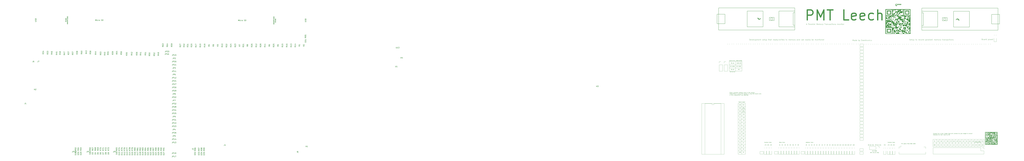
<source format=gbr>
%TF.GenerationSoftware,KiCad,Pcbnew,8.0.4*%
%TF.CreationDate,2025-02-24T13:32:17+01:00*%
%TF.ProjectId,RAMON_DEV,52414d4f-4e5f-4444-9556-2e6b69636164,rev?*%
%TF.SameCoordinates,Original*%
%TF.FileFunction,Legend,Top*%
%TF.FilePolarity,Positive*%
%FSLAX46Y46*%
G04 Gerber Fmt 4.6, Leading zero omitted, Abs format (unit mm)*
G04 Created by KiCad (PCBNEW 8.0.4) date 2025-02-24 13:32:17*
%MOMM*%
%LPD*%
G01*
G04 APERTURE LIST*
%ADD10C,0.100000*%
%ADD11C,0.075000*%
%ADD12C,1.000000*%
%ADD13C,0.150000*%
%ADD14C,0.300000*%
%ADD15C,0.120000*%
%ADD16C,0.000000*%
G04 APERTURE END LIST*
D10*
X243078000Y-144780000D02*
X243078000Y-138938000D01*
X212598000Y-144780000D02*
X212598000Y-138938000D01*
X59690000Y-115061999D02*
X53848000Y-115062000D01*
X59690000Y-120142000D02*
X53848000Y-120142000D01*
X245618000Y-144780000D02*
X245618000Y-138938000D01*
X46736000Y-78994000D02*
X56896000Y-78994000D01*
X46736000Y-81534000D02*
X56896000Y-81534000D01*
X59690000Y-135382000D02*
X53848000Y-135382000D01*
X232918000Y-144780000D02*
X232918000Y-138938000D01*
X59690000Y-122682000D02*
X53848000Y-122682000D01*
X59690000Y-137921999D02*
X53848000Y-137922000D01*
X59690000Y-127762001D02*
X53848000Y-127762000D01*
X230251000Y-144780000D02*
X230378000Y-144780000D01*
X227838000Y-144780000D02*
X227838000Y-138938000D01*
X59690000Y-112522000D02*
X53848000Y-112522000D01*
X215138000Y-144780000D02*
X215138000Y-138938000D01*
X46736000Y-76200000D02*
X56896000Y-76200000D01*
X56896000Y-84074000D01*
X46736000Y-84074000D01*
X46736000Y-76200000D01*
X209804000Y-138938000D02*
X250698000Y-138938000D01*
X250698000Y-144780000D01*
X209804000Y-144780000D01*
X209804000Y-138938000D01*
X59690000Y-145542000D02*
X53848000Y-145542000D01*
X51816000Y-76200000D02*
X51816000Y-84074000D01*
X59690000Y-117602000D02*
X53848000Y-117602000D01*
X59690000Y-148081999D02*
X53848000Y-148082000D01*
X59690000Y-130428999D02*
X59690000Y-130302000D01*
X230378000Y-144780000D02*
X230378000Y-138938000D01*
X240538000Y-144780000D02*
X240538000Y-138938000D01*
X222758000Y-144780000D02*
X222758000Y-138938000D01*
X220218000Y-144780000D02*
X220218000Y-138938000D01*
X225298000Y-144780000D02*
X225298000Y-138938000D01*
X59690000Y-132842000D02*
X53848000Y-132842000D01*
X53848000Y-109982000D02*
X59690000Y-109982000D01*
X59690000Y-150876000D01*
X53848000Y-150876000D01*
X53848000Y-109982000D01*
X59690000Y-130302000D02*
X53848000Y-130302000D01*
X248158000Y-144780000D02*
X248158000Y-138938000D01*
X59690000Y-125222000D02*
X53848000Y-125222000D01*
X209804000Y-141859000D02*
X250698000Y-141859000D01*
X237998000Y-144780000D02*
X237998000Y-138938000D01*
X56769000Y-150876000D02*
X56769000Y-109982000D01*
X217678000Y-144780000D02*
X217678000Y-138938000D01*
X59690000Y-143002000D02*
X53848000Y-143002000D01*
X59690000Y-140462000D02*
X53848000Y-140462000D01*
X235458000Y-144780000D02*
X235458000Y-138938000D01*
X246287027Y-140506752D02*
X246525122Y-140506752D01*
X246239408Y-140649609D02*
X246406074Y-140149609D01*
X246406074Y-140149609D02*
X246572741Y-140649609D01*
X247001312Y-140649609D02*
X246715598Y-140649609D01*
X246858455Y-140649609D02*
X246858455Y-140149609D01*
X246858455Y-140149609D02*
X246810836Y-140221038D01*
X246810836Y-140221038D02*
X246763217Y-140268657D01*
X246763217Y-140268657D02*
X246715598Y-140292466D01*
X247453692Y-140149609D02*
X247215597Y-140149609D01*
X247215597Y-140149609D02*
X247191788Y-140387704D01*
X247191788Y-140387704D02*
X247215597Y-140363895D01*
X247215597Y-140363895D02*
X247263216Y-140340085D01*
X247263216Y-140340085D02*
X247382264Y-140340085D01*
X247382264Y-140340085D02*
X247429883Y-140363895D01*
X247429883Y-140363895D02*
X247453692Y-140387704D01*
X247453692Y-140387704D02*
X247477502Y-140435323D01*
X247477502Y-140435323D02*
X247477502Y-140554371D01*
X247477502Y-140554371D02*
X247453692Y-140601990D01*
X247453692Y-140601990D02*
X247429883Y-140625800D01*
X247429883Y-140625800D02*
X247382264Y-140649609D01*
X247382264Y-140649609D02*
X247263216Y-140649609D01*
X247263216Y-140649609D02*
X247215597Y-140625800D01*
X247215597Y-140625800D02*
X247191788Y-140601990D01*
X110397027Y-143554752D02*
X110635122Y-143554752D01*
X110349408Y-143697609D02*
X110516074Y-143197609D01*
X110516074Y-143197609D02*
X110682741Y-143697609D01*
X111111312Y-143697609D02*
X110825598Y-143697609D01*
X110968455Y-143697609D02*
X110968455Y-143197609D01*
X110968455Y-143197609D02*
X110920836Y-143269038D01*
X110920836Y-143269038D02*
X110873217Y-143316657D01*
X110873217Y-143316657D02*
X110825598Y-143340466D01*
X233841027Y-143554752D02*
X234079122Y-143554752D01*
X233793408Y-143697609D02*
X233960074Y-143197609D01*
X233960074Y-143197609D02*
X234126741Y-143697609D01*
X234531502Y-143197609D02*
X234293407Y-143197609D01*
X234293407Y-143197609D02*
X234269598Y-143435704D01*
X234269598Y-143435704D02*
X234293407Y-143411895D01*
X234293407Y-143411895D02*
X234341026Y-143388085D01*
X234341026Y-143388085D02*
X234460074Y-143388085D01*
X234460074Y-143388085D02*
X234507693Y-143411895D01*
X234507693Y-143411895D02*
X234531502Y-143435704D01*
X234531502Y-143435704D02*
X234555312Y-143483323D01*
X234555312Y-143483323D02*
X234555312Y-143602371D01*
X234555312Y-143602371D02*
X234531502Y-143649990D01*
X234531502Y-143649990D02*
X234507693Y-143673800D01*
X234507693Y-143673800D02*
X234460074Y-143697609D01*
X234460074Y-143697609D02*
X234341026Y-143697609D01*
X234341026Y-143697609D02*
X234293407Y-143673800D01*
X234293407Y-143673800D02*
X234269598Y-143649990D01*
D11*
X47450484Y-84909671D02*
X47436199Y-84895385D01*
X47436199Y-84895385D02*
X47407627Y-84852528D01*
X47407627Y-84852528D02*
X47393342Y-84823957D01*
X47393342Y-84823957D02*
X47379056Y-84781100D01*
X47379056Y-84781100D02*
X47364770Y-84709671D01*
X47364770Y-84709671D02*
X47364770Y-84652528D01*
X47364770Y-84652528D02*
X47379056Y-84581100D01*
X47379056Y-84581100D02*
X47393342Y-84538242D01*
X47393342Y-84538242D02*
X47407627Y-84509671D01*
X47407627Y-84509671D02*
X47436199Y-84466814D01*
X47436199Y-84466814D02*
X47450484Y-84452528D01*
X47564770Y-84795385D02*
X47564770Y-84495385D01*
X47564770Y-84495385D02*
X47736199Y-84795385D01*
X47736199Y-84795385D02*
X47736199Y-84495385D01*
X48050485Y-84766814D02*
X48036199Y-84781100D01*
X48036199Y-84781100D02*
X47993342Y-84795385D01*
X47993342Y-84795385D02*
X47964770Y-84795385D01*
X47964770Y-84795385D02*
X47921913Y-84781100D01*
X47921913Y-84781100D02*
X47893342Y-84752528D01*
X47893342Y-84752528D02*
X47879056Y-84723957D01*
X47879056Y-84723957D02*
X47864770Y-84666814D01*
X47864770Y-84666814D02*
X47864770Y-84623957D01*
X47864770Y-84623957D02*
X47879056Y-84566814D01*
X47879056Y-84566814D02*
X47893342Y-84538242D01*
X47893342Y-84538242D02*
X47921913Y-84509671D01*
X47921913Y-84509671D02*
X47964770Y-84495385D01*
X47964770Y-84495385D02*
X47993342Y-84495385D01*
X47993342Y-84495385D02*
X48036199Y-84509671D01*
X48036199Y-84509671D02*
X48050485Y-84523957D01*
X48179056Y-84766814D02*
X48193342Y-84781100D01*
X48193342Y-84781100D02*
X48179056Y-84795385D01*
X48179056Y-84795385D02*
X48164770Y-84781100D01*
X48164770Y-84781100D02*
X48179056Y-84766814D01*
X48179056Y-84766814D02*
X48179056Y-84795385D01*
X48179056Y-84609671D02*
X48193342Y-84623957D01*
X48193342Y-84623957D02*
X48179056Y-84638242D01*
X48179056Y-84638242D02*
X48164770Y-84623957D01*
X48164770Y-84623957D02*
X48179056Y-84609671D01*
X48179056Y-84609671D02*
X48179056Y-84638242D01*
X48521913Y-84495385D02*
X48707627Y-84495385D01*
X48707627Y-84495385D02*
X48607627Y-84609671D01*
X48607627Y-84609671D02*
X48650484Y-84609671D01*
X48650484Y-84609671D02*
X48679056Y-84623957D01*
X48679056Y-84623957D02*
X48693341Y-84638242D01*
X48693341Y-84638242D02*
X48707627Y-84666814D01*
X48707627Y-84666814D02*
X48707627Y-84738242D01*
X48707627Y-84738242D02*
X48693341Y-84766814D01*
X48693341Y-84766814D02*
X48679056Y-84781100D01*
X48679056Y-84781100D02*
X48650484Y-84795385D01*
X48650484Y-84795385D02*
X48564770Y-84795385D01*
X48564770Y-84795385D02*
X48536198Y-84781100D01*
X48536198Y-84781100D02*
X48521913Y-84766814D01*
X48821912Y-84523957D02*
X48836198Y-84509671D01*
X48836198Y-84509671D02*
X48864770Y-84495385D01*
X48864770Y-84495385D02*
X48936198Y-84495385D01*
X48936198Y-84495385D02*
X48964770Y-84509671D01*
X48964770Y-84509671D02*
X48979055Y-84523957D01*
X48979055Y-84523957D02*
X48993341Y-84552528D01*
X48993341Y-84552528D02*
X48993341Y-84581100D01*
X48993341Y-84581100D02*
X48979055Y-84623957D01*
X48979055Y-84623957D02*
X48807627Y-84795385D01*
X48807627Y-84795385D02*
X48993341Y-84795385D01*
X49121912Y-84681100D02*
X49350484Y-84681100D01*
X49493341Y-84595385D02*
X49493341Y-84895385D01*
X49493341Y-84609671D02*
X49521913Y-84595385D01*
X49521913Y-84595385D02*
X49579055Y-84595385D01*
X49579055Y-84595385D02*
X49607627Y-84609671D01*
X49607627Y-84609671D02*
X49621913Y-84623957D01*
X49621913Y-84623957D02*
X49636198Y-84652528D01*
X49636198Y-84652528D02*
X49636198Y-84738242D01*
X49636198Y-84738242D02*
X49621913Y-84766814D01*
X49621913Y-84766814D02*
X49607627Y-84781100D01*
X49607627Y-84781100D02*
X49579055Y-84795385D01*
X49579055Y-84795385D02*
X49521913Y-84795385D01*
X49521913Y-84795385D02*
X49493341Y-84781100D01*
X49764770Y-84795385D02*
X49764770Y-84595385D01*
X49764770Y-84495385D02*
X49750484Y-84509671D01*
X49750484Y-84509671D02*
X49764770Y-84523957D01*
X49764770Y-84523957D02*
X49779056Y-84509671D01*
X49779056Y-84509671D02*
X49764770Y-84495385D01*
X49764770Y-84495385D02*
X49764770Y-84523957D01*
X49907627Y-84595385D02*
X49907627Y-84795385D01*
X49907627Y-84623957D02*
X49921913Y-84609671D01*
X49921913Y-84609671D02*
X49950484Y-84595385D01*
X49950484Y-84595385D02*
X49993341Y-84595385D01*
X49993341Y-84595385D02*
X50021913Y-84609671D01*
X50021913Y-84609671D02*
X50036199Y-84638242D01*
X50036199Y-84638242D02*
X50036199Y-84795385D01*
X50536199Y-84781100D02*
X50507627Y-84795385D01*
X50507627Y-84795385D02*
X50450484Y-84795385D01*
X50450484Y-84795385D02*
X50421913Y-84781100D01*
X50421913Y-84781100D02*
X50407627Y-84766814D01*
X50407627Y-84766814D02*
X50393341Y-84738242D01*
X50393341Y-84738242D02*
X50393341Y-84652528D01*
X50393341Y-84652528D02*
X50407627Y-84623957D01*
X50407627Y-84623957D02*
X50421913Y-84609671D01*
X50421913Y-84609671D02*
X50450484Y-84595385D01*
X50450484Y-84595385D02*
X50507627Y-84595385D01*
X50507627Y-84595385D02*
X50536199Y-84609671D01*
X50664770Y-84795385D02*
X50664770Y-84495385D01*
X50793342Y-84795385D02*
X50793342Y-84638242D01*
X50793342Y-84638242D02*
X50779056Y-84609671D01*
X50779056Y-84609671D02*
X50750484Y-84595385D01*
X50750484Y-84595385D02*
X50707627Y-84595385D01*
X50707627Y-84595385D02*
X50679056Y-84609671D01*
X50679056Y-84609671D02*
X50664770Y-84623957D01*
X50936199Y-84795385D02*
X50936199Y-84595385D01*
X50936199Y-84495385D02*
X50921913Y-84509671D01*
X50921913Y-84509671D02*
X50936199Y-84523957D01*
X50936199Y-84523957D02*
X50950485Y-84509671D01*
X50950485Y-84509671D02*
X50936199Y-84495385D01*
X50936199Y-84495385D02*
X50936199Y-84523957D01*
X51079056Y-84595385D02*
X51079056Y-84895385D01*
X51079056Y-84609671D02*
X51107628Y-84595385D01*
X51107628Y-84595385D02*
X51164770Y-84595385D01*
X51164770Y-84595385D02*
X51193342Y-84609671D01*
X51193342Y-84609671D02*
X51207628Y-84623957D01*
X51207628Y-84623957D02*
X51221913Y-84652528D01*
X51221913Y-84652528D02*
X51221913Y-84738242D01*
X51221913Y-84738242D02*
X51207628Y-84766814D01*
X51207628Y-84766814D02*
X51193342Y-84781100D01*
X51193342Y-84781100D02*
X51164770Y-84795385D01*
X51164770Y-84795385D02*
X51107628Y-84795385D01*
X51107628Y-84795385D02*
X51079056Y-84781100D01*
X51321914Y-84909671D02*
X51336199Y-84895385D01*
X51336199Y-84895385D02*
X51364771Y-84852528D01*
X51364771Y-84852528D02*
X51379057Y-84823957D01*
X51379057Y-84823957D02*
X51393342Y-84781100D01*
X51393342Y-84781100D02*
X51407628Y-84709671D01*
X51407628Y-84709671D02*
X51407628Y-84652528D01*
X51407628Y-84652528D02*
X51393342Y-84581100D01*
X51393342Y-84581100D02*
X51379057Y-84538242D01*
X51379057Y-84538242D02*
X51364771Y-84509671D01*
X51364771Y-84509671D02*
X51336199Y-84466814D01*
X51336199Y-84466814D02*
X51321914Y-84452528D01*
D10*
X118525027Y-143554752D02*
X118763122Y-143554752D01*
X118477408Y-143697609D02*
X118644074Y-143197609D01*
X118644074Y-143197609D02*
X118810741Y-143697609D01*
X119215502Y-143197609D02*
X118977407Y-143197609D01*
X118977407Y-143197609D02*
X118953598Y-143435704D01*
X118953598Y-143435704D02*
X118977407Y-143411895D01*
X118977407Y-143411895D02*
X119025026Y-143388085D01*
X119025026Y-143388085D02*
X119144074Y-143388085D01*
X119144074Y-143388085D02*
X119191693Y-143411895D01*
X119191693Y-143411895D02*
X119215502Y-143435704D01*
X119215502Y-143435704D02*
X119239312Y-143483323D01*
X119239312Y-143483323D02*
X119239312Y-143602371D01*
X119239312Y-143602371D02*
X119215502Y-143649990D01*
X119215502Y-143649990D02*
X119191693Y-143673800D01*
X119191693Y-143673800D02*
X119144074Y-143697609D01*
X119144074Y-143697609D02*
X119025026Y-143697609D01*
X119025026Y-143697609D02*
X118977407Y-143673800D01*
X118977407Y-143673800D02*
X118953598Y-143649990D01*
X75471979Y-143173800D02*
X75043408Y-143816657D01*
X75924360Y-143649990D02*
X75900551Y-143673800D01*
X75900551Y-143673800D02*
X75829122Y-143697609D01*
X75829122Y-143697609D02*
X75781503Y-143697609D01*
X75781503Y-143697609D02*
X75710075Y-143673800D01*
X75710075Y-143673800D02*
X75662456Y-143626180D01*
X75662456Y-143626180D02*
X75638646Y-143578561D01*
X75638646Y-143578561D02*
X75614837Y-143483323D01*
X75614837Y-143483323D02*
X75614837Y-143411895D01*
X75614837Y-143411895D02*
X75638646Y-143316657D01*
X75638646Y-143316657D02*
X75662456Y-143269038D01*
X75662456Y-143269038D02*
X75710075Y-143221419D01*
X75710075Y-143221419D02*
X75781503Y-143197609D01*
X75781503Y-143197609D02*
X75829122Y-143197609D01*
X75829122Y-143197609D02*
X75900551Y-143221419D01*
X75900551Y-143221419D02*
X75924360Y-143245228D01*
X76114837Y-143673800D02*
X76186265Y-143697609D01*
X76186265Y-143697609D02*
X76305313Y-143697609D01*
X76305313Y-143697609D02*
X76352932Y-143673800D01*
X76352932Y-143673800D02*
X76376741Y-143649990D01*
X76376741Y-143649990D02*
X76400551Y-143602371D01*
X76400551Y-143602371D02*
X76400551Y-143554752D01*
X76400551Y-143554752D02*
X76376741Y-143507133D01*
X76376741Y-143507133D02*
X76352932Y-143483323D01*
X76352932Y-143483323D02*
X76305313Y-143459514D01*
X76305313Y-143459514D02*
X76210075Y-143435704D01*
X76210075Y-143435704D02*
X76162456Y-143411895D01*
X76162456Y-143411895D02*
X76138646Y-143388085D01*
X76138646Y-143388085D02*
X76114837Y-143340466D01*
X76114837Y-143340466D02*
X76114837Y-143292847D01*
X76114837Y-143292847D02*
X76138646Y-143245228D01*
X76138646Y-143245228D02*
X76162456Y-143221419D01*
X76162456Y-143221419D02*
X76210075Y-143197609D01*
X76210075Y-143197609D02*
X76329122Y-143197609D01*
X76329122Y-143197609D02*
X76400551Y-143221419D01*
X114461027Y-143554752D02*
X114699122Y-143554752D01*
X114413408Y-143697609D02*
X114580074Y-143197609D01*
X114580074Y-143197609D02*
X114746741Y-143697609D01*
X114865788Y-143197609D02*
X115175312Y-143197609D01*
X115175312Y-143197609D02*
X115008645Y-143388085D01*
X115008645Y-143388085D02*
X115080074Y-143388085D01*
X115080074Y-143388085D02*
X115127693Y-143411895D01*
X115127693Y-143411895D02*
X115151502Y-143435704D01*
X115151502Y-143435704D02*
X115175312Y-143483323D01*
X115175312Y-143483323D02*
X115175312Y-143602371D01*
X115175312Y-143602371D02*
X115151502Y-143649990D01*
X115151502Y-143649990D02*
X115127693Y-143673800D01*
X115127693Y-143673800D02*
X115080074Y-143697609D01*
X115080074Y-143697609D02*
X114937217Y-143697609D01*
X114937217Y-143697609D02*
X114889598Y-143673800D01*
X114889598Y-143673800D02*
X114865788Y-143649990D01*
X57819027Y-121456752D02*
X58057122Y-121456752D01*
X57771408Y-121599609D02*
X57938074Y-121099609D01*
X57938074Y-121099609D02*
X58104741Y-121599609D01*
X58533312Y-121599609D02*
X58247598Y-121599609D01*
X58390455Y-121599609D02*
X58390455Y-121099609D01*
X58390455Y-121099609D02*
X58342836Y-121171038D01*
X58342836Y-121171038D02*
X58295217Y-121218657D01*
X58295217Y-121218657D02*
X58247598Y-121242466D01*
X58699978Y-121099609D02*
X59009502Y-121099609D01*
X59009502Y-121099609D02*
X58842835Y-121290085D01*
X58842835Y-121290085D02*
X58914264Y-121290085D01*
X58914264Y-121290085D02*
X58961883Y-121313895D01*
X58961883Y-121313895D02*
X58985692Y-121337704D01*
X58985692Y-121337704D02*
X59009502Y-121385323D01*
X59009502Y-121385323D02*
X59009502Y-121504371D01*
X59009502Y-121504371D02*
X58985692Y-121551990D01*
X58985692Y-121551990D02*
X58961883Y-121575800D01*
X58961883Y-121575800D02*
X58914264Y-121599609D01*
X58914264Y-121599609D02*
X58771407Y-121599609D01*
X58771407Y-121599609D02*
X58723788Y-121575800D01*
X58723788Y-121575800D02*
X58699978Y-121551990D01*
X191010265Y-59260800D02*
X191153122Y-59308419D01*
X191153122Y-59308419D02*
X191391217Y-59308419D01*
X191391217Y-59308419D02*
X191486455Y-59260800D01*
X191486455Y-59260800D02*
X191534074Y-59213180D01*
X191534074Y-59213180D02*
X191581693Y-59117942D01*
X191581693Y-59117942D02*
X191581693Y-59022704D01*
X191581693Y-59022704D02*
X191534074Y-58927466D01*
X191534074Y-58927466D02*
X191486455Y-58879847D01*
X191486455Y-58879847D02*
X191391217Y-58832228D01*
X191391217Y-58832228D02*
X191200741Y-58784609D01*
X191200741Y-58784609D02*
X191105503Y-58736990D01*
X191105503Y-58736990D02*
X191057884Y-58689371D01*
X191057884Y-58689371D02*
X191010265Y-58594133D01*
X191010265Y-58594133D02*
X191010265Y-58498895D01*
X191010265Y-58498895D02*
X191057884Y-58403657D01*
X191057884Y-58403657D02*
X191105503Y-58356038D01*
X191105503Y-58356038D02*
X191200741Y-58308419D01*
X191200741Y-58308419D02*
X191438836Y-58308419D01*
X191438836Y-58308419D02*
X191581693Y-58356038D01*
X192391217Y-59260800D02*
X192295979Y-59308419D01*
X192295979Y-59308419D02*
X192105503Y-59308419D01*
X192105503Y-59308419D02*
X192010265Y-59260800D01*
X192010265Y-59260800D02*
X191962646Y-59165561D01*
X191962646Y-59165561D02*
X191962646Y-58784609D01*
X191962646Y-58784609D02*
X192010265Y-58689371D01*
X192010265Y-58689371D02*
X192105503Y-58641752D01*
X192105503Y-58641752D02*
X192295979Y-58641752D01*
X192295979Y-58641752D02*
X192391217Y-58689371D01*
X192391217Y-58689371D02*
X192438836Y-58784609D01*
X192438836Y-58784609D02*
X192438836Y-58879847D01*
X192438836Y-58879847D02*
X191962646Y-58975085D01*
X192724551Y-58641752D02*
X193105503Y-58641752D01*
X192867408Y-58308419D02*
X192867408Y-59165561D01*
X192867408Y-59165561D02*
X192915027Y-59260800D01*
X192915027Y-59260800D02*
X193010265Y-59308419D01*
X193010265Y-59308419D02*
X193105503Y-59308419D01*
X193867408Y-58641752D02*
X193867408Y-59308419D01*
X193438837Y-58641752D02*
X193438837Y-59165561D01*
X193438837Y-59165561D02*
X193486456Y-59260800D01*
X193486456Y-59260800D02*
X193581694Y-59308419D01*
X193581694Y-59308419D02*
X193724551Y-59308419D01*
X193724551Y-59308419D02*
X193819789Y-59260800D01*
X193819789Y-59260800D02*
X193867408Y-59213180D01*
X194343599Y-58641752D02*
X194343599Y-59641752D01*
X194343599Y-58689371D02*
X194438837Y-58641752D01*
X194438837Y-58641752D02*
X194629313Y-58641752D01*
X194629313Y-58641752D02*
X194724551Y-58689371D01*
X194724551Y-58689371D02*
X194772170Y-58736990D01*
X194772170Y-58736990D02*
X194819789Y-58832228D01*
X194819789Y-58832228D02*
X194819789Y-59117942D01*
X194819789Y-59117942D02*
X194772170Y-59213180D01*
X194772170Y-59213180D02*
X194724551Y-59260800D01*
X194724551Y-59260800D02*
X194629313Y-59308419D01*
X194629313Y-59308419D02*
X194438837Y-59308419D01*
X194438837Y-59308419D02*
X194343599Y-59260800D01*
X195867409Y-58641752D02*
X196248361Y-58641752D01*
X196010266Y-58308419D02*
X196010266Y-59165561D01*
X196010266Y-59165561D02*
X196057885Y-59260800D01*
X196057885Y-59260800D02*
X196153123Y-59308419D01*
X196153123Y-59308419D02*
X196248361Y-59308419D01*
X196724552Y-59308419D02*
X196629314Y-59260800D01*
X196629314Y-59260800D02*
X196581695Y-59213180D01*
X196581695Y-59213180D02*
X196534076Y-59117942D01*
X196534076Y-59117942D02*
X196534076Y-58832228D01*
X196534076Y-58832228D02*
X196581695Y-58736990D01*
X196581695Y-58736990D02*
X196629314Y-58689371D01*
X196629314Y-58689371D02*
X196724552Y-58641752D01*
X196724552Y-58641752D02*
X196867409Y-58641752D01*
X196867409Y-58641752D02*
X196962647Y-58689371D01*
X196962647Y-58689371D02*
X197010266Y-58736990D01*
X197010266Y-58736990D02*
X197057885Y-58832228D01*
X197057885Y-58832228D02*
X197057885Y-59117942D01*
X197057885Y-59117942D02*
X197010266Y-59213180D01*
X197010266Y-59213180D02*
X196962647Y-59260800D01*
X196962647Y-59260800D02*
X196867409Y-59308419D01*
X196867409Y-59308419D02*
X196724552Y-59308419D01*
X198248362Y-59308419D02*
X198248362Y-58641752D01*
X198248362Y-58832228D02*
X198295981Y-58736990D01*
X198295981Y-58736990D02*
X198343600Y-58689371D01*
X198343600Y-58689371D02*
X198438838Y-58641752D01*
X198438838Y-58641752D02*
X198534076Y-58641752D01*
X199248362Y-59260800D02*
X199153124Y-59308419D01*
X199153124Y-59308419D02*
X198962648Y-59308419D01*
X198962648Y-59308419D02*
X198867410Y-59260800D01*
X198867410Y-59260800D02*
X198819791Y-59165561D01*
X198819791Y-59165561D02*
X198819791Y-58784609D01*
X198819791Y-58784609D02*
X198867410Y-58689371D01*
X198867410Y-58689371D02*
X198962648Y-58641752D01*
X198962648Y-58641752D02*
X199153124Y-58641752D01*
X199153124Y-58641752D02*
X199248362Y-58689371D01*
X199248362Y-58689371D02*
X199295981Y-58784609D01*
X199295981Y-58784609D02*
X199295981Y-58879847D01*
X199295981Y-58879847D02*
X198819791Y-58975085D01*
X200153124Y-59260800D02*
X200057886Y-59308419D01*
X200057886Y-59308419D02*
X199867410Y-59308419D01*
X199867410Y-59308419D02*
X199772172Y-59260800D01*
X199772172Y-59260800D02*
X199724553Y-59213180D01*
X199724553Y-59213180D02*
X199676934Y-59117942D01*
X199676934Y-59117942D02*
X199676934Y-58832228D01*
X199676934Y-58832228D02*
X199724553Y-58736990D01*
X199724553Y-58736990D02*
X199772172Y-58689371D01*
X199772172Y-58689371D02*
X199867410Y-58641752D01*
X199867410Y-58641752D02*
X200057886Y-58641752D01*
X200057886Y-58641752D02*
X200153124Y-58689371D01*
X200724553Y-59308419D02*
X200629315Y-59260800D01*
X200629315Y-59260800D02*
X200581696Y-59213180D01*
X200581696Y-59213180D02*
X200534077Y-59117942D01*
X200534077Y-59117942D02*
X200534077Y-58832228D01*
X200534077Y-58832228D02*
X200581696Y-58736990D01*
X200581696Y-58736990D02*
X200629315Y-58689371D01*
X200629315Y-58689371D02*
X200724553Y-58641752D01*
X200724553Y-58641752D02*
X200867410Y-58641752D01*
X200867410Y-58641752D02*
X200962648Y-58689371D01*
X200962648Y-58689371D02*
X201010267Y-58736990D01*
X201010267Y-58736990D02*
X201057886Y-58832228D01*
X201057886Y-58832228D02*
X201057886Y-59117942D01*
X201057886Y-59117942D02*
X201010267Y-59213180D01*
X201010267Y-59213180D02*
X200962648Y-59260800D01*
X200962648Y-59260800D02*
X200867410Y-59308419D01*
X200867410Y-59308419D02*
X200724553Y-59308419D01*
X201486458Y-59308419D02*
X201486458Y-58641752D01*
X201486458Y-58832228D02*
X201534077Y-58736990D01*
X201534077Y-58736990D02*
X201581696Y-58689371D01*
X201581696Y-58689371D02*
X201676934Y-58641752D01*
X201676934Y-58641752D02*
X201772172Y-58641752D01*
X202534077Y-59308419D02*
X202534077Y-58308419D01*
X202534077Y-59260800D02*
X202438839Y-59308419D01*
X202438839Y-59308419D02*
X202248363Y-59308419D01*
X202248363Y-59308419D02*
X202153125Y-59260800D01*
X202153125Y-59260800D02*
X202105506Y-59213180D01*
X202105506Y-59213180D02*
X202057887Y-59117942D01*
X202057887Y-59117942D02*
X202057887Y-58832228D01*
X202057887Y-58832228D02*
X202105506Y-58736990D01*
X202105506Y-58736990D02*
X202153125Y-58689371D01*
X202153125Y-58689371D02*
X202248363Y-58641752D01*
X202248363Y-58641752D02*
X202438839Y-58641752D01*
X202438839Y-58641752D02*
X202534077Y-58689371D01*
X203772173Y-58641752D02*
X203772173Y-59641752D01*
X203772173Y-58689371D02*
X203867411Y-58641752D01*
X203867411Y-58641752D02*
X204057887Y-58641752D01*
X204057887Y-58641752D02*
X204153125Y-58689371D01*
X204153125Y-58689371D02*
X204200744Y-58736990D01*
X204200744Y-58736990D02*
X204248363Y-58832228D01*
X204248363Y-58832228D02*
X204248363Y-59117942D01*
X204248363Y-59117942D02*
X204200744Y-59213180D01*
X204200744Y-59213180D02*
X204153125Y-59260800D01*
X204153125Y-59260800D02*
X204057887Y-59308419D01*
X204057887Y-59308419D02*
X203867411Y-59308419D01*
X203867411Y-59308419D02*
X203772173Y-59260800D01*
X205105506Y-59308419D02*
X205105506Y-58784609D01*
X205105506Y-58784609D02*
X205057887Y-58689371D01*
X205057887Y-58689371D02*
X204962649Y-58641752D01*
X204962649Y-58641752D02*
X204772173Y-58641752D01*
X204772173Y-58641752D02*
X204676935Y-58689371D01*
X205105506Y-59260800D02*
X205010268Y-59308419D01*
X205010268Y-59308419D02*
X204772173Y-59308419D01*
X204772173Y-59308419D02*
X204676935Y-59260800D01*
X204676935Y-59260800D02*
X204629316Y-59165561D01*
X204629316Y-59165561D02*
X204629316Y-59070323D01*
X204629316Y-59070323D02*
X204676935Y-58975085D01*
X204676935Y-58975085D02*
X204772173Y-58927466D01*
X204772173Y-58927466D02*
X205010268Y-58927466D01*
X205010268Y-58927466D02*
X205105506Y-58879847D01*
X205581697Y-59308419D02*
X205581697Y-58641752D01*
X205581697Y-58832228D02*
X205629316Y-58736990D01*
X205629316Y-58736990D02*
X205676935Y-58689371D01*
X205676935Y-58689371D02*
X205772173Y-58641752D01*
X205772173Y-58641752D02*
X205867411Y-58641752D01*
X206629316Y-59308419D02*
X206629316Y-58784609D01*
X206629316Y-58784609D02*
X206581697Y-58689371D01*
X206581697Y-58689371D02*
X206486459Y-58641752D01*
X206486459Y-58641752D02*
X206295983Y-58641752D01*
X206295983Y-58641752D02*
X206200745Y-58689371D01*
X206629316Y-59260800D02*
X206534078Y-59308419D01*
X206534078Y-59308419D02*
X206295983Y-59308419D01*
X206295983Y-59308419D02*
X206200745Y-59260800D01*
X206200745Y-59260800D02*
X206153126Y-59165561D01*
X206153126Y-59165561D02*
X206153126Y-59070323D01*
X206153126Y-59070323D02*
X206200745Y-58975085D01*
X206200745Y-58975085D02*
X206295983Y-58927466D01*
X206295983Y-58927466D02*
X206534078Y-58927466D01*
X206534078Y-58927466D02*
X206629316Y-58879847D01*
X207248364Y-59308419D02*
X207153126Y-59260800D01*
X207153126Y-59260800D02*
X207105507Y-59165561D01*
X207105507Y-59165561D02*
X207105507Y-58308419D01*
X207772174Y-59308419D02*
X207676936Y-59260800D01*
X207676936Y-59260800D02*
X207629317Y-59165561D01*
X207629317Y-59165561D02*
X207629317Y-58308419D01*
X208534079Y-59260800D02*
X208438841Y-59308419D01*
X208438841Y-59308419D02*
X208248365Y-59308419D01*
X208248365Y-59308419D02*
X208153127Y-59260800D01*
X208153127Y-59260800D02*
X208105508Y-59165561D01*
X208105508Y-59165561D02*
X208105508Y-58784609D01*
X208105508Y-58784609D02*
X208153127Y-58689371D01*
X208153127Y-58689371D02*
X208248365Y-58641752D01*
X208248365Y-58641752D02*
X208438841Y-58641752D01*
X208438841Y-58641752D02*
X208534079Y-58689371D01*
X208534079Y-58689371D02*
X208581698Y-58784609D01*
X208581698Y-58784609D02*
X208581698Y-58879847D01*
X208581698Y-58879847D02*
X208105508Y-58975085D01*
X209153127Y-59308419D02*
X209057889Y-59260800D01*
X209057889Y-59260800D02*
X209010270Y-59165561D01*
X209010270Y-59165561D02*
X209010270Y-58308419D01*
X209676937Y-59308419D02*
X209581699Y-59260800D01*
X209581699Y-59260800D02*
X209534080Y-59165561D01*
X209534080Y-59165561D02*
X209534080Y-58308419D01*
X210819795Y-59308419D02*
X210819795Y-58641752D01*
X210819795Y-58736990D02*
X210867414Y-58689371D01*
X210867414Y-58689371D02*
X210962652Y-58641752D01*
X210962652Y-58641752D02*
X211105509Y-58641752D01*
X211105509Y-58641752D02*
X211200747Y-58689371D01*
X211200747Y-58689371D02*
X211248366Y-58784609D01*
X211248366Y-58784609D02*
X211248366Y-59308419D01*
X211248366Y-58784609D02*
X211295985Y-58689371D01*
X211295985Y-58689371D02*
X211391223Y-58641752D01*
X211391223Y-58641752D02*
X211534080Y-58641752D01*
X211534080Y-58641752D02*
X211629319Y-58689371D01*
X211629319Y-58689371D02*
X211676938Y-58784609D01*
X211676938Y-58784609D02*
X211676938Y-59308419D01*
X212534080Y-59260800D02*
X212438842Y-59308419D01*
X212438842Y-59308419D02*
X212248366Y-59308419D01*
X212248366Y-59308419D02*
X212153128Y-59260800D01*
X212153128Y-59260800D02*
X212105509Y-59165561D01*
X212105509Y-59165561D02*
X212105509Y-58784609D01*
X212105509Y-58784609D02*
X212153128Y-58689371D01*
X212153128Y-58689371D02*
X212248366Y-58641752D01*
X212248366Y-58641752D02*
X212438842Y-58641752D01*
X212438842Y-58641752D02*
X212534080Y-58689371D01*
X212534080Y-58689371D02*
X212581699Y-58784609D01*
X212581699Y-58784609D02*
X212581699Y-58879847D01*
X212581699Y-58879847D02*
X212105509Y-58975085D01*
X213010271Y-59308419D02*
X213010271Y-58641752D01*
X213010271Y-58736990D02*
X213057890Y-58689371D01*
X213057890Y-58689371D02*
X213153128Y-58641752D01*
X213153128Y-58641752D02*
X213295985Y-58641752D01*
X213295985Y-58641752D02*
X213391223Y-58689371D01*
X213391223Y-58689371D02*
X213438842Y-58784609D01*
X213438842Y-58784609D02*
X213438842Y-59308419D01*
X213438842Y-58784609D02*
X213486461Y-58689371D01*
X213486461Y-58689371D02*
X213581699Y-58641752D01*
X213581699Y-58641752D02*
X213724556Y-58641752D01*
X213724556Y-58641752D02*
X213819795Y-58689371D01*
X213819795Y-58689371D02*
X213867414Y-58784609D01*
X213867414Y-58784609D02*
X213867414Y-59308419D01*
X214486461Y-59308419D02*
X214391223Y-59260800D01*
X214391223Y-59260800D02*
X214343604Y-59213180D01*
X214343604Y-59213180D02*
X214295985Y-59117942D01*
X214295985Y-59117942D02*
X214295985Y-58832228D01*
X214295985Y-58832228D02*
X214343604Y-58736990D01*
X214343604Y-58736990D02*
X214391223Y-58689371D01*
X214391223Y-58689371D02*
X214486461Y-58641752D01*
X214486461Y-58641752D02*
X214629318Y-58641752D01*
X214629318Y-58641752D02*
X214724556Y-58689371D01*
X214724556Y-58689371D02*
X214772175Y-58736990D01*
X214772175Y-58736990D02*
X214819794Y-58832228D01*
X214819794Y-58832228D02*
X214819794Y-59117942D01*
X214819794Y-59117942D02*
X214772175Y-59213180D01*
X214772175Y-59213180D02*
X214724556Y-59260800D01*
X214724556Y-59260800D02*
X214629318Y-59308419D01*
X214629318Y-59308419D02*
X214486461Y-59308419D01*
X215248366Y-59308419D02*
X215248366Y-58641752D01*
X215248366Y-58832228D02*
X215295985Y-58736990D01*
X215295985Y-58736990D02*
X215343604Y-58689371D01*
X215343604Y-58689371D02*
X215438842Y-58641752D01*
X215438842Y-58641752D02*
X215534080Y-58641752D01*
X215772176Y-58641752D02*
X216010271Y-59308419D01*
X216248366Y-58641752D02*
X216010271Y-59308419D01*
X216010271Y-59308419D02*
X215915033Y-59546514D01*
X215915033Y-59546514D02*
X215867414Y-59594133D01*
X215867414Y-59594133D02*
X215772176Y-59641752D01*
X217248367Y-58641752D02*
X217629319Y-58641752D01*
X217391224Y-58308419D02*
X217391224Y-59165561D01*
X217391224Y-59165561D02*
X217438843Y-59260800D01*
X217438843Y-59260800D02*
X217534081Y-59308419D01*
X217534081Y-59308419D02*
X217629319Y-59308419D01*
X217962653Y-59308419D02*
X217962653Y-58641752D01*
X217962653Y-58832228D02*
X218010272Y-58736990D01*
X218010272Y-58736990D02*
X218057891Y-58689371D01*
X218057891Y-58689371D02*
X218153129Y-58641752D01*
X218153129Y-58641752D02*
X218248367Y-58641752D01*
X219010272Y-59308419D02*
X219010272Y-58784609D01*
X219010272Y-58784609D02*
X218962653Y-58689371D01*
X218962653Y-58689371D02*
X218867415Y-58641752D01*
X218867415Y-58641752D02*
X218676939Y-58641752D01*
X218676939Y-58641752D02*
X218581701Y-58689371D01*
X219010272Y-59260800D02*
X218915034Y-59308419D01*
X218915034Y-59308419D02*
X218676939Y-59308419D01*
X218676939Y-59308419D02*
X218581701Y-59260800D01*
X218581701Y-59260800D02*
X218534082Y-59165561D01*
X218534082Y-59165561D02*
X218534082Y-59070323D01*
X218534082Y-59070323D02*
X218581701Y-58975085D01*
X218581701Y-58975085D02*
X218676939Y-58927466D01*
X218676939Y-58927466D02*
X218915034Y-58927466D01*
X218915034Y-58927466D02*
X219010272Y-58879847D01*
X219486463Y-58641752D02*
X219486463Y-59308419D01*
X219486463Y-58736990D02*
X219534082Y-58689371D01*
X219534082Y-58689371D02*
X219629320Y-58641752D01*
X219629320Y-58641752D02*
X219772177Y-58641752D01*
X219772177Y-58641752D02*
X219867415Y-58689371D01*
X219867415Y-58689371D02*
X219915034Y-58784609D01*
X219915034Y-58784609D02*
X219915034Y-59308419D01*
X220343606Y-59260800D02*
X220438844Y-59308419D01*
X220438844Y-59308419D02*
X220629320Y-59308419D01*
X220629320Y-59308419D02*
X220724558Y-59260800D01*
X220724558Y-59260800D02*
X220772177Y-59165561D01*
X220772177Y-59165561D02*
X220772177Y-59117942D01*
X220772177Y-59117942D02*
X220724558Y-59022704D01*
X220724558Y-59022704D02*
X220629320Y-58975085D01*
X220629320Y-58975085D02*
X220486463Y-58975085D01*
X220486463Y-58975085D02*
X220391225Y-58927466D01*
X220391225Y-58927466D02*
X220343606Y-58832228D01*
X220343606Y-58832228D02*
X220343606Y-58784609D01*
X220343606Y-58784609D02*
X220391225Y-58689371D01*
X220391225Y-58689371D02*
X220486463Y-58641752D01*
X220486463Y-58641752D02*
X220629320Y-58641752D01*
X220629320Y-58641752D02*
X220724558Y-58689371D01*
X221629320Y-59308419D02*
X221629320Y-58784609D01*
X221629320Y-58784609D02*
X221581701Y-58689371D01*
X221581701Y-58689371D02*
X221486463Y-58641752D01*
X221486463Y-58641752D02*
X221295987Y-58641752D01*
X221295987Y-58641752D02*
X221200749Y-58689371D01*
X221629320Y-59260800D02*
X221534082Y-59308419D01*
X221534082Y-59308419D02*
X221295987Y-59308419D01*
X221295987Y-59308419D02*
X221200749Y-59260800D01*
X221200749Y-59260800D02*
X221153130Y-59165561D01*
X221153130Y-59165561D02*
X221153130Y-59070323D01*
X221153130Y-59070323D02*
X221200749Y-58975085D01*
X221200749Y-58975085D02*
X221295987Y-58927466D01*
X221295987Y-58927466D02*
X221534082Y-58927466D01*
X221534082Y-58927466D02*
X221629320Y-58879847D01*
X222534082Y-59260800D02*
X222438844Y-59308419D01*
X222438844Y-59308419D02*
X222248368Y-59308419D01*
X222248368Y-59308419D02*
X222153130Y-59260800D01*
X222153130Y-59260800D02*
X222105511Y-59213180D01*
X222105511Y-59213180D02*
X222057892Y-59117942D01*
X222057892Y-59117942D02*
X222057892Y-58832228D01*
X222057892Y-58832228D02*
X222105511Y-58736990D01*
X222105511Y-58736990D02*
X222153130Y-58689371D01*
X222153130Y-58689371D02*
X222248368Y-58641752D01*
X222248368Y-58641752D02*
X222438844Y-58641752D01*
X222438844Y-58641752D02*
X222534082Y-58689371D01*
X222819797Y-58641752D02*
X223200749Y-58641752D01*
X222962654Y-58308419D02*
X222962654Y-59165561D01*
X222962654Y-59165561D02*
X223010273Y-59260800D01*
X223010273Y-59260800D02*
X223105511Y-59308419D01*
X223105511Y-59308419D02*
X223200749Y-59308419D01*
X223534083Y-59308419D02*
X223534083Y-58641752D01*
X223534083Y-58308419D02*
X223486464Y-58356038D01*
X223486464Y-58356038D02*
X223534083Y-58403657D01*
X223534083Y-58403657D02*
X223581702Y-58356038D01*
X223581702Y-58356038D02*
X223534083Y-58308419D01*
X223534083Y-58308419D02*
X223534083Y-58403657D01*
X224153130Y-59308419D02*
X224057892Y-59260800D01*
X224057892Y-59260800D02*
X224010273Y-59213180D01*
X224010273Y-59213180D02*
X223962654Y-59117942D01*
X223962654Y-59117942D02*
X223962654Y-58832228D01*
X223962654Y-58832228D02*
X224010273Y-58736990D01*
X224010273Y-58736990D02*
X224057892Y-58689371D01*
X224057892Y-58689371D02*
X224153130Y-58641752D01*
X224153130Y-58641752D02*
X224295987Y-58641752D01*
X224295987Y-58641752D02*
X224391225Y-58689371D01*
X224391225Y-58689371D02*
X224438844Y-58736990D01*
X224438844Y-58736990D02*
X224486463Y-58832228D01*
X224486463Y-58832228D02*
X224486463Y-59117942D01*
X224486463Y-59117942D02*
X224438844Y-59213180D01*
X224438844Y-59213180D02*
X224391225Y-59260800D01*
X224391225Y-59260800D02*
X224295987Y-59308419D01*
X224295987Y-59308419D02*
X224153130Y-59308419D01*
X224915035Y-58641752D02*
X224915035Y-59308419D01*
X224915035Y-58736990D02*
X224962654Y-58689371D01*
X224962654Y-58689371D02*
X225057892Y-58641752D01*
X225057892Y-58641752D02*
X225200749Y-58641752D01*
X225200749Y-58641752D02*
X225295987Y-58689371D01*
X225295987Y-58689371D02*
X225343606Y-58784609D01*
X225343606Y-58784609D02*
X225343606Y-59308419D01*
X225772178Y-59260800D02*
X225867416Y-59308419D01*
X225867416Y-59308419D02*
X226057892Y-59308419D01*
X226057892Y-59308419D02*
X226153130Y-59260800D01*
X226153130Y-59260800D02*
X226200749Y-59165561D01*
X226200749Y-59165561D02*
X226200749Y-59117942D01*
X226200749Y-59117942D02*
X226153130Y-59022704D01*
X226153130Y-59022704D02*
X226057892Y-58975085D01*
X226057892Y-58975085D02*
X225915035Y-58975085D01*
X225915035Y-58975085D02*
X225819797Y-58927466D01*
X225819797Y-58927466D02*
X225772178Y-58832228D01*
X225772178Y-58832228D02*
X225772178Y-58784609D01*
X225772178Y-58784609D02*
X225819797Y-58689371D01*
X225819797Y-58689371D02*
X225915035Y-58641752D01*
X225915035Y-58641752D02*
X226057892Y-58641752D01*
X226057892Y-58641752D02*
X226153130Y-58689371D01*
X54771027Y-111296752D02*
X55009122Y-111296752D01*
X54723408Y-111439609D02*
X54890074Y-110939609D01*
X54890074Y-110939609D02*
X55056741Y-111439609D01*
X55485312Y-111439609D02*
X55199598Y-111439609D01*
X55342455Y-111439609D02*
X55342455Y-110939609D01*
X55342455Y-110939609D02*
X55294836Y-111011038D01*
X55294836Y-111011038D02*
X55247217Y-111058657D01*
X55247217Y-111058657D02*
X55199598Y-111082466D01*
X55771026Y-111153895D02*
X55723407Y-111130085D01*
X55723407Y-111130085D02*
X55699597Y-111106276D01*
X55699597Y-111106276D02*
X55675788Y-111058657D01*
X55675788Y-111058657D02*
X55675788Y-111034847D01*
X55675788Y-111034847D02*
X55699597Y-110987228D01*
X55699597Y-110987228D02*
X55723407Y-110963419D01*
X55723407Y-110963419D02*
X55771026Y-110939609D01*
X55771026Y-110939609D02*
X55866264Y-110939609D01*
X55866264Y-110939609D02*
X55913883Y-110963419D01*
X55913883Y-110963419D02*
X55937692Y-110987228D01*
X55937692Y-110987228D02*
X55961502Y-111034847D01*
X55961502Y-111034847D02*
X55961502Y-111058657D01*
X55961502Y-111058657D02*
X55937692Y-111106276D01*
X55937692Y-111106276D02*
X55913883Y-111130085D01*
X55913883Y-111130085D02*
X55866264Y-111153895D01*
X55866264Y-111153895D02*
X55771026Y-111153895D01*
X55771026Y-111153895D02*
X55723407Y-111177704D01*
X55723407Y-111177704D02*
X55699597Y-111201514D01*
X55699597Y-111201514D02*
X55675788Y-111249133D01*
X55675788Y-111249133D02*
X55675788Y-111344371D01*
X55675788Y-111344371D02*
X55699597Y-111391990D01*
X55699597Y-111391990D02*
X55723407Y-111415800D01*
X55723407Y-111415800D02*
X55771026Y-111439609D01*
X55771026Y-111439609D02*
X55866264Y-111439609D01*
X55866264Y-111439609D02*
X55913883Y-111415800D01*
X55913883Y-111415800D02*
X55937692Y-111391990D01*
X55937692Y-111391990D02*
X55961502Y-111344371D01*
X55961502Y-111344371D02*
X55961502Y-111249133D01*
X55961502Y-111249133D02*
X55937692Y-111201514D01*
X55937692Y-111201514D02*
X55913883Y-111177704D01*
X55913883Y-111177704D02*
X55866264Y-111153895D01*
X223807979Y-140125800D02*
X223379408Y-140768657D01*
X224260360Y-140601990D02*
X224236551Y-140625800D01*
X224236551Y-140625800D02*
X224165122Y-140649609D01*
X224165122Y-140649609D02*
X224117503Y-140649609D01*
X224117503Y-140649609D02*
X224046075Y-140625800D01*
X224046075Y-140625800D02*
X223998456Y-140578180D01*
X223998456Y-140578180D02*
X223974646Y-140530561D01*
X223974646Y-140530561D02*
X223950837Y-140435323D01*
X223950837Y-140435323D02*
X223950837Y-140363895D01*
X223950837Y-140363895D02*
X223974646Y-140268657D01*
X223974646Y-140268657D02*
X223998456Y-140221038D01*
X223998456Y-140221038D02*
X224046075Y-140173419D01*
X224046075Y-140173419D02*
X224117503Y-140149609D01*
X224117503Y-140149609D02*
X224165122Y-140149609D01*
X224165122Y-140149609D02*
X224236551Y-140173419D01*
X224236551Y-140173419D02*
X224260360Y-140197228D01*
X224450837Y-140625800D02*
X224522265Y-140649609D01*
X224522265Y-140649609D02*
X224641313Y-140649609D01*
X224641313Y-140649609D02*
X224688932Y-140625800D01*
X224688932Y-140625800D02*
X224712741Y-140601990D01*
X224712741Y-140601990D02*
X224736551Y-140554371D01*
X224736551Y-140554371D02*
X224736551Y-140506752D01*
X224736551Y-140506752D02*
X224712741Y-140459133D01*
X224712741Y-140459133D02*
X224688932Y-140435323D01*
X224688932Y-140435323D02*
X224641313Y-140411514D01*
X224641313Y-140411514D02*
X224546075Y-140387704D01*
X224546075Y-140387704D02*
X224498456Y-140363895D01*
X224498456Y-140363895D02*
X224474646Y-140340085D01*
X224474646Y-140340085D02*
X224450837Y-140292466D01*
X224450837Y-140292466D02*
X224450837Y-140244847D01*
X224450837Y-140244847D02*
X224474646Y-140197228D01*
X224474646Y-140197228D02*
X224498456Y-140173419D01*
X224498456Y-140173419D02*
X224546075Y-140149609D01*
X224546075Y-140149609D02*
X224665122Y-140149609D01*
X224665122Y-140149609D02*
X224736551Y-140173419D01*
X228887979Y-140125800D02*
X228459408Y-140768657D01*
X229149884Y-140149609D02*
X229245122Y-140149609D01*
X229245122Y-140149609D02*
X229292741Y-140173419D01*
X229292741Y-140173419D02*
X229340360Y-140221038D01*
X229340360Y-140221038D02*
X229364170Y-140316276D01*
X229364170Y-140316276D02*
X229364170Y-140482942D01*
X229364170Y-140482942D02*
X229340360Y-140578180D01*
X229340360Y-140578180D02*
X229292741Y-140625800D01*
X229292741Y-140625800D02*
X229245122Y-140649609D01*
X229245122Y-140649609D02*
X229149884Y-140649609D01*
X229149884Y-140649609D02*
X229102265Y-140625800D01*
X229102265Y-140625800D02*
X229054646Y-140578180D01*
X229054646Y-140578180D02*
X229030837Y-140482942D01*
X229030837Y-140482942D02*
X229030837Y-140316276D01*
X229030837Y-140316276D02*
X229054646Y-140221038D01*
X229054646Y-140221038D02*
X229102265Y-140173419D01*
X229102265Y-140173419D02*
X229149884Y-140149609D01*
X229578456Y-140387704D02*
X229745123Y-140387704D01*
X229816551Y-140649609D02*
X229578456Y-140649609D01*
X229578456Y-140649609D02*
X229578456Y-140149609D01*
X229578456Y-140149609D02*
X229816551Y-140149609D01*
X137321027Y-143554752D02*
X137559122Y-143554752D01*
X137273408Y-143697609D02*
X137440074Y-143197609D01*
X137440074Y-143197609D02*
X137606741Y-143697609D01*
X138035312Y-143697609D02*
X137749598Y-143697609D01*
X137892455Y-143697609D02*
X137892455Y-143197609D01*
X137892455Y-143197609D02*
X137844836Y-143269038D01*
X137844836Y-143269038D02*
X137797217Y-143316657D01*
X137797217Y-143316657D02*
X137749598Y-143340466D01*
X138463883Y-143364276D02*
X138463883Y-143697609D01*
X138344835Y-143173800D02*
X138225788Y-143530942D01*
X138225788Y-143530942D02*
X138535311Y-143530942D01*
X124875027Y-143554752D02*
X125113122Y-143554752D01*
X124827408Y-143697609D02*
X124994074Y-143197609D01*
X124994074Y-143197609D02*
X125160741Y-143697609D01*
X125398836Y-143411895D02*
X125351217Y-143388085D01*
X125351217Y-143388085D02*
X125327407Y-143364276D01*
X125327407Y-143364276D02*
X125303598Y-143316657D01*
X125303598Y-143316657D02*
X125303598Y-143292847D01*
X125303598Y-143292847D02*
X125327407Y-143245228D01*
X125327407Y-143245228D02*
X125351217Y-143221419D01*
X125351217Y-143221419D02*
X125398836Y-143197609D01*
X125398836Y-143197609D02*
X125494074Y-143197609D01*
X125494074Y-143197609D02*
X125541693Y-143221419D01*
X125541693Y-143221419D02*
X125565502Y-143245228D01*
X125565502Y-143245228D02*
X125589312Y-143292847D01*
X125589312Y-143292847D02*
X125589312Y-143316657D01*
X125589312Y-143316657D02*
X125565502Y-143364276D01*
X125565502Y-143364276D02*
X125541693Y-143388085D01*
X125541693Y-143388085D02*
X125494074Y-143411895D01*
X125494074Y-143411895D02*
X125398836Y-143411895D01*
X125398836Y-143411895D02*
X125351217Y-143435704D01*
X125351217Y-143435704D02*
X125327407Y-143459514D01*
X125327407Y-143459514D02*
X125303598Y-143507133D01*
X125303598Y-143507133D02*
X125303598Y-143602371D01*
X125303598Y-143602371D02*
X125327407Y-143649990D01*
X125327407Y-143649990D02*
X125351217Y-143673800D01*
X125351217Y-143673800D02*
X125398836Y-143697609D01*
X125398836Y-143697609D02*
X125494074Y-143697609D01*
X125494074Y-143697609D02*
X125541693Y-143673800D01*
X125541693Y-143673800D02*
X125565502Y-143649990D01*
X125565502Y-143649990D02*
X125589312Y-143602371D01*
X125589312Y-143602371D02*
X125589312Y-143507133D01*
X125589312Y-143507133D02*
X125565502Y-143459514D01*
X125565502Y-143459514D02*
X125541693Y-143435704D01*
X125541693Y-143435704D02*
X125494074Y-143411895D01*
X128939027Y-143554752D02*
X129177122Y-143554752D01*
X128891408Y-143697609D02*
X129058074Y-143197609D01*
X129058074Y-143197609D02*
X129224741Y-143697609D01*
X129653312Y-143697609D02*
X129367598Y-143697609D01*
X129510455Y-143697609D02*
X129510455Y-143197609D01*
X129510455Y-143197609D02*
X129462836Y-143269038D01*
X129462836Y-143269038D02*
X129415217Y-143316657D01*
X129415217Y-143316657D02*
X129367598Y-143340466D01*
X129962835Y-143197609D02*
X130010454Y-143197609D01*
X130010454Y-143197609D02*
X130058073Y-143221419D01*
X130058073Y-143221419D02*
X130081883Y-143245228D01*
X130081883Y-143245228D02*
X130105692Y-143292847D01*
X130105692Y-143292847D02*
X130129502Y-143388085D01*
X130129502Y-143388085D02*
X130129502Y-143507133D01*
X130129502Y-143507133D02*
X130105692Y-143602371D01*
X130105692Y-143602371D02*
X130081883Y-143649990D01*
X130081883Y-143649990D02*
X130058073Y-143673800D01*
X130058073Y-143673800D02*
X130010454Y-143697609D01*
X130010454Y-143697609D02*
X129962835Y-143697609D01*
X129962835Y-143697609D02*
X129915216Y-143673800D01*
X129915216Y-143673800D02*
X129891407Y-143649990D01*
X129891407Y-143649990D02*
X129867597Y-143602371D01*
X129867597Y-143602371D02*
X129843788Y-143507133D01*
X129843788Y-143507133D02*
X129843788Y-143388085D01*
X129843788Y-143388085D02*
X129867597Y-143292847D01*
X129867597Y-143292847D02*
X129891407Y-143245228D01*
X129891407Y-143245228D02*
X129915216Y-143221419D01*
X129915216Y-143221419D02*
X129962835Y-143197609D01*
X58073027Y-123996752D02*
X58311122Y-123996752D01*
X58025408Y-124139609D02*
X58192074Y-123639609D01*
X58192074Y-123639609D02*
X58358741Y-124139609D01*
X58596836Y-123853895D02*
X58549217Y-123830085D01*
X58549217Y-123830085D02*
X58525407Y-123806276D01*
X58525407Y-123806276D02*
X58501598Y-123758657D01*
X58501598Y-123758657D02*
X58501598Y-123734847D01*
X58501598Y-123734847D02*
X58525407Y-123687228D01*
X58525407Y-123687228D02*
X58549217Y-123663419D01*
X58549217Y-123663419D02*
X58596836Y-123639609D01*
X58596836Y-123639609D02*
X58692074Y-123639609D01*
X58692074Y-123639609D02*
X58739693Y-123663419D01*
X58739693Y-123663419D02*
X58763502Y-123687228D01*
X58763502Y-123687228D02*
X58787312Y-123734847D01*
X58787312Y-123734847D02*
X58787312Y-123758657D01*
X58787312Y-123758657D02*
X58763502Y-123806276D01*
X58763502Y-123806276D02*
X58739693Y-123830085D01*
X58739693Y-123830085D02*
X58692074Y-123853895D01*
X58692074Y-123853895D02*
X58596836Y-123853895D01*
X58596836Y-123853895D02*
X58549217Y-123877704D01*
X58549217Y-123877704D02*
X58525407Y-123901514D01*
X58525407Y-123901514D02*
X58501598Y-123949133D01*
X58501598Y-123949133D02*
X58501598Y-124044371D01*
X58501598Y-124044371D02*
X58525407Y-124091990D01*
X58525407Y-124091990D02*
X58549217Y-124115800D01*
X58549217Y-124115800D02*
X58596836Y-124139609D01*
X58596836Y-124139609D02*
X58692074Y-124139609D01*
X58692074Y-124139609D02*
X58739693Y-124115800D01*
X58739693Y-124115800D02*
X58763502Y-124091990D01*
X58763502Y-124091990D02*
X58787312Y-124044371D01*
X58787312Y-124044371D02*
X58787312Y-123949133D01*
X58787312Y-123949133D02*
X58763502Y-123901514D01*
X58763502Y-123901514D02*
X58739693Y-123877704D01*
X58739693Y-123877704D02*
X58692074Y-123853895D01*
X210758741Y-143221419D02*
X210711122Y-143197609D01*
X210711122Y-143197609D02*
X210639693Y-143197609D01*
X210639693Y-143197609D02*
X210568265Y-143221419D01*
X210568265Y-143221419D02*
X210520646Y-143269038D01*
X210520646Y-143269038D02*
X210496836Y-143316657D01*
X210496836Y-143316657D02*
X210473027Y-143411895D01*
X210473027Y-143411895D02*
X210473027Y-143483323D01*
X210473027Y-143483323D02*
X210496836Y-143578561D01*
X210496836Y-143578561D02*
X210520646Y-143626180D01*
X210520646Y-143626180D02*
X210568265Y-143673800D01*
X210568265Y-143673800D02*
X210639693Y-143697609D01*
X210639693Y-143697609D02*
X210687312Y-143697609D01*
X210687312Y-143697609D02*
X210758741Y-143673800D01*
X210758741Y-143673800D02*
X210782550Y-143649990D01*
X210782550Y-143649990D02*
X210782550Y-143483323D01*
X210782550Y-143483323D02*
X210687312Y-143483323D01*
X210996836Y-143697609D02*
X210996836Y-143197609D01*
X210996836Y-143197609D02*
X211282550Y-143697609D01*
X211282550Y-143697609D02*
X211282550Y-143197609D01*
X211520646Y-143697609D02*
X211520646Y-143197609D01*
X211520646Y-143197609D02*
X211639694Y-143197609D01*
X211639694Y-143197609D02*
X211711122Y-143221419D01*
X211711122Y-143221419D02*
X211758741Y-143269038D01*
X211758741Y-143269038D02*
X211782551Y-143316657D01*
X211782551Y-143316657D02*
X211806360Y-143411895D01*
X211806360Y-143411895D02*
X211806360Y-143483323D01*
X211806360Y-143483323D02*
X211782551Y-143578561D01*
X211782551Y-143578561D02*
X211758741Y-143626180D01*
X211758741Y-143626180D02*
X211711122Y-143673800D01*
X211711122Y-143673800D02*
X211639694Y-143697609D01*
X211639694Y-143697609D02*
X211520646Y-143697609D01*
X57565027Y-134156752D02*
X57803122Y-134156752D01*
X57517408Y-134299609D02*
X57684074Y-133799609D01*
X57684074Y-133799609D02*
X57850741Y-134299609D01*
X58279312Y-134299609D02*
X57993598Y-134299609D01*
X58136455Y-134299609D02*
X58136455Y-133799609D01*
X58136455Y-133799609D02*
X58088836Y-133871038D01*
X58088836Y-133871038D02*
X58041217Y-133918657D01*
X58041217Y-133918657D02*
X57993598Y-133942466D01*
X58588835Y-133799609D02*
X58636454Y-133799609D01*
X58636454Y-133799609D02*
X58684073Y-133823419D01*
X58684073Y-133823419D02*
X58707883Y-133847228D01*
X58707883Y-133847228D02*
X58731692Y-133894847D01*
X58731692Y-133894847D02*
X58755502Y-133990085D01*
X58755502Y-133990085D02*
X58755502Y-134109133D01*
X58755502Y-134109133D02*
X58731692Y-134204371D01*
X58731692Y-134204371D02*
X58707883Y-134251990D01*
X58707883Y-134251990D02*
X58684073Y-134275800D01*
X58684073Y-134275800D02*
X58636454Y-134299609D01*
X58636454Y-134299609D02*
X58588835Y-134299609D01*
X58588835Y-134299609D02*
X58541216Y-134275800D01*
X58541216Y-134275800D02*
X58517407Y-134251990D01*
X58517407Y-134251990D02*
X58493597Y-134204371D01*
X58493597Y-134204371D02*
X58469788Y-134109133D01*
X58469788Y-134109133D02*
X58469788Y-133990085D01*
X58469788Y-133990085D02*
X58493597Y-133894847D01*
X58493597Y-133894847D02*
X58517407Y-133847228D01*
X58517407Y-133847228D02*
X58541216Y-133823419D01*
X58541216Y-133823419D02*
X58588835Y-133799609D01*
X130971027Y-143554752D02*
X131209122Y-143554752D01*
X130923408Y-143697609D02*
X131090074Y-143197609D01*
X131090074Y-143197609D02*
X131256741Y-143697609D01*
X131685312Y-143697609D02*
X131399598Y-143697609D01*
X131542455Y-143697609D02*
X131542455Y-143197609D01*
X131542455Y-143197609D02*
X131494836Y-143269038D01*
X131494836Y-143269038D02*
X131447217Y-143316657D01*
X131447217Y-143316657D02*
X131399598Y-143340466D01*
X132161502Y-143697609D02*
X131875788Y-143697609D01*
X132018645Y-143697609D02*
X132018645Y-143197609D01*
X132018645Y-143197609D02*
X131971026Y-143269038D01*
X131971026Y-143269038D02*
X131923407Y-143316657D01*
X131923407Y-143316657D02*
X131875788Y-143340466D01*
X52691408Y-77411609D02*
X52858074Y-77911609D01*
X52858074Y-77911609D02*
X53024741Y-77411609D01*
X53191407Y-77411609D02*
X53191407Y-77816371D01*
X53191407Y-77816371D02*
X53215217Y-77863990D01*
X53215217Y-77863990D02*
X53239026Y-77887800D01*
X53239026Y-77887800D02*
X53286645Y-77911609D01*
X53286645Y-77911609D02*
X53381883Y-77911609D01*
X53381883Y-77911609D02*
X53429502Y-77887800D01*
X53429502Y-77887800D02*
X53453312Y-77863990D01*
X53453312Y-77863990D02*
X53477121Y-77816371D01*
X53477121Y-77816371D02*
X53477121Y-77411609D01*
X53691408Y-77887800D02*
X53762836Y-77911609D01*
X53762836Y-77911609D02*
X53881884Y-77911609D01*
X53881884Y-77911609D02*
X53929503Y-77887800D01*
X53929503Y-77887800D02*
X53953312Y-77863990D01*
X53953312Y-77863990D02*
X53977122Y-77816371D01*
X53977122Y-77816371D02*
X53977122Y-77768752D01*
X53977122Y-77768752D02*
X53953312Y-77721133D01*
X53953312Y-77721133D02*
X53929503Y-77697323D01*
X53929503Y-77697323D02*
X53881884Y-77673514D01*
X53881884Y-77673514D02*
X53786646Y-77649704D01*
X53786646Y-77649704D02*
X53739027Y-77625895D01*
X53739027Y-77625895D02*
X53715217Y-77602085D01*
X53715217Y-77602085D02*
X53691408Y-77554466D01*
X53691408Y-77554466D02*
X53691408Y-77506847D01*
X53691408Y-77506847D02*
X53715217Y-77459228D01*
X53715217Y-77459228D02*
X53739027Y-77435419D01*
X53739027Y-77435419D02*
X53786646Y-77411609D01*
X53786646Y-77411609D02*
X53905693Y-77411609D01*
X53905693Y-77411609D02*
X53977122Y-77435419D01*
X54358074Y-77649704D02*
X54429502Y-77673514D01*
X54429502Y-77673514D02*
X54453312Y-77697323D01*
X54453312Y-77697323D02*
X54477121Y-77744942D01*
X54477121Y-77744942D02*
X54477121Y-77816371D01*
X54477121Y-77816371D02*
X54453312Y-77863990D01*
X54453312Y-77863990D02*
X54429502Y-77887800D01*
X54429502Y-77887800D02*
X54381883Y-77911609D01*
X54381883Y-77911609D02*
X54191407Y-77911609D01*
X54191407Y-77911609D02*
X54191407Y-77411609D01*
X54191407Y-77411609D02*
X54358074Y-77411609D01*
X54358074Y-77411609D02*
X54405693Y-77435419D01*
X54405693Y-77435419D02*
X54429502Y-77459228D01*
X54429502Y-77459228D02*
X54453312Y-77506847D01*
X54453312Y-77506847D02*
X54453312Y-77554466D01*
X54453312Y-77554466D02*
X54429502Y-77602085D01*
X54429502Y-77602085D02*
X54405693Y-77625895D01*
X54405693Y-77625895D02*
X54358074Y-77649704D01*
X54358074Y-77649704D02*
X54191407Y-77649704D01*
X55215216Y-78102085D02*
X55191407Y-78078276D01*
X55191407Y-78078276D02*
X55143788Y-78006847D01*
X55143788Y-78006847D02*
X55119978Y-77959228D01*
X55119978Y-77959228D02*
X55096169Y-77887800D01*
X55096169Y-77887800D02*
X55072359Y-77768752D01*
X55072359Y-77768752D02*
X55072359Y-77673514D01*
X55072359Y-77673514D02*
X55096169Y-77554466D01*
X55096169Y-77554466D02*
X55119978Y-77483038D01*
X55119978Y-77483038D02*
X55143788Y-77435419D01*
X55143788Y-77435419D02*
X55191407Y-77363990D01*
X55191407Y-77363990D02*
X55215216Y-77340180D01*
X55643787Y-77411609D02*
X55405692Y-77411609D01*
X55405692Y-77411609D02*
X55381883Y-77649704D01*
X55381883Y-77649704D02*
X55405692Y-77625895D01*
X55405692Y-77625895D02*
X55453311Y-77602085D01*
X55453311Y-77602085D02*
X55572359Y-77602085D01*
X55572359Y-77602085D02*
X55619978Y-77625895D01*
X55619978Y-77625895D02*
X55643787Y-77649704D01*
X55643787Y-77649704D02*
X55667597Y-77697323D01*
X55667597Y-77697323D02*
X55667597Y-77816371D01*
X55667597Y-77816371D02*
X55643787Y-77863990D01*
X55643787Y-77863990D02*
X55619978Y-77887800D01*
X55619978Y-77887800D02*
X55572359Y-77911609D01*
X55572359Y-77911609D02*
X55453311Y-77911609D01*
X55453311Y-77911609D02*
X55405692Y-77887800D01*
X55405692Y-77887800D02*
X55381883Y-77863990D01*
X55810454Y-77411609D02*
X55977120Y-77911609D01*
X55977120Y-77911609D02*
X56143787Y-77411609D01*
X56262834Y-78102085D02*
X56286644Y-78078276D01*
X56286644Y-78078276D02*
X56334263Y-78006847D01*
X56334263Y-78006847D02*
X56358072Y-77959228D01*
X56358072Y-77959228D02*
X56381882Y-77887800D01*
X56381882Y-77887800D02*
X56405691Y-77768752D01*
X56405691Y-77768752D02*
X56405691Y-77673514D01*
X56405691Y-77673514D02*
X56381882Y-77554466D01*
X56381882Y-77554466D02*
X56358072Y-77483038D01*
X56358072Y-77483038D02*
X56334263Y-77435419D01*
X56334263Y-77435419D02*
X56286644Y-77363990D01*
X56286644Y-77363990D02*
X56262834Y-77340180D01*
X213544836Y-143697609D02*
X213544836Y-143197609D01*
X213544836Y-143197609D02*
X213663884Y-143197609D01*
X213663884Y-143197609D02*
X213735312Y-143221419D01*
X213735312Y-143221419D02*
X213782931Y-143269038D01*
X213782931Y-143269038D02*
X213806741Y-143316657D01*
X213806741Y-143316657D02*
X213830550Y-143411895D01*
X213830550Y-143411895D02*
X213830550Y-143483323D01*
X213830550Y-143483323D02*
X213806741Y-143578561D01*
X213806741Y-143578561D02*
X213782931Y-143626180D01*
X213782931Y-143626180D02*
X213735312Y-143673800D01*
X213735312Y-143673800D02*
X213663884Y-143697609D01*
X213663884Y-143697609D02*
X213544836Y-143697609D01*
X213997217Y-143197609D02*
X214306741Y-143197609D01*
X214306741Y-143197609D02*
X214140074Y-143388085D01*
X214140074Y-143388085D02*
X214211503Y-143388085D01*
X214211503Y-143388085D02*
X214259122Y-143411895D01*
X214259122Y-143411895D02*
X214282931Y-143435704D01*
X214282931Y-143435704D02*
X214306741Y-143483323D01*
X214306741Y-143483323D02*
X214306741Y-143602371D01*
X214306741Y-143602371D02*
X214282931Y-143649990D01*
X214282931Y-143649990D02*
X214259122Y-143673800D01*
X214259122Y-143673800D02*
X214211503Y-143697609D01*
X214211503Y-143697609D02*
X214068646Y-143697609D01*
X214068646Y-143697609D02*
X214021027Y-143673800D01*
X214021027Y-143673800D02*
X213997217Y-143649990D01*
X75227503Y-141596228D02*
X75198931Y-141624800D01*
X75198931Y-141624800D02*
X75113217Y-141653371D01*
X75113217Y-141653371D02*
X75056074Y-141653371D01*
X75056074Y-141653371D02*
X74970360Y-141624800D01*
X74970360Y-141624800D02*
X74913217Y-141567657D01*
X74913217Y-141567657D02*
X74884646Y-141510514D01*
X74884646Y-141510514D02*
X74856074Y-141396228D01*
X74856074Y-141396228D02*
X74856074Y-141310514D01*
X74856074Y-141310514D02*
X74884646Y-141196228D01*
X74884646Y-141196228D02*
X74913217Y-141139085D01*
X74913217Y-141139085D02*
X74970360Y-141081942D01*
X74970360Y-141081942D02*
X75056074Y-141053371D01*
X75056074Y-141053371D02*
X75113217Y-141053371D01*
X75113217Y-141053371D02*
X75198931Y-141081942D01*
X75198931Y-141081942D02*
X75227503Y-141110514D01*
X75570360Y-141653371D02*
X75513217Y-141624800D01*
X75513217Y-141624800D02*
X75484646Y-141596228D01*
X75484646Y-141596228D02*
X75456074Y-141539085D01*
X75456074Y-141539085D02*
X75456074Y-141367657D01*
X75456074Y-141367657D02*
X75484646Y-141310514D01*
X75484646Y-141310514D02*
X75513217Y-141281942D01*
X75513217Y-141281942D02*
X75570360Y-141253371D01*
X75570360Y-141253371D02*
X75656074Y-141253371D01*
X75656074Y-141253371D02*
X75713217Y-141281942D01*
X75713217Y-141281942D02*
X75741789Y-141310514D01*
X75741789Y-141310514D02*
X75770360Y-141367657D01*
X75770360Y-141367657D02*
X75770360Y-141539085D01*
X75770360Y-141539085D02*
X75741789Y-141596228D01*
X75741789Y-141596228D02*
X75713217Y-141624800D01*
X75713217Y-141624800D02*
X75656074Y-141653371D01*
X75656074Y-141653371D02*
X75570360Y-141653371D01*
X76027503Y-141253371D02*
X76027503Y-141653371D01*
X76027503Y-141310514D02*
X76056074Y-141281942D01*
X76056074Y-141281942D02*
X76113217Y-141253371D01*
X76113217Y-141253371D02*
X76198931Y-141253371D01*
X76198931Y-141253371D02*
X76256074Y-141281942D01*
X76256074Y-141281942D02*
X76284646Y-141339085D01*
X76284646Y-141339085D02*
X76284646Y-141653371D01*
X76484645Y-141253371D02*
X76713217Y-141253371D01*
X76570360Y-141053371D02*
X76570360Y-141567657D01*
X76570360Y-141567657D02*
X76598931Y-141624800D01*
X76598931Y-141624800D02*
X76656074Y-141653371D01*
X76656074Y-141653371D02*
X76713217Y-141653371D01*
X76913217Y-141653371D02*
X76913217Y-141253371D01*
X76913217Y-141367657D02*
X76941788Y-141310514D01*
X76941788Y-141310514D02*
X76970360Y-141281942D01*
X76970360Y-141281942D02*
X77027502Y-141253371D01*
X77027502Y-141253371D02*
X77084645Y-141253371D01*
X77370360Y-141653371D02*
X77313217Y-141624800D01*
X77313217Y-141624800D02*
X77284646Y-141596228D01*
X77284646Y-141596228D02*
X77256074Y-141539085D01*
X77256074Y-141539085D02*
X77256074Y-141367657D01*
X77256074Y-141367657D02*
X77284646Y-141310514D01*
X77284646Y-141310514D02*
X77313217Y-141281942D01*
X77313217Y-141281942D02*
X77370360Y-141253371D01*
X77370360Y-141253371D02*
X77456074Y-141253371D01*
X77456074Y-141253371D02*
X77513217Y-141281942D01*
X77513217Y-141281942D02*
X77541789Y-141310514D01*
X77541789Y-141310514D02*
X77570360Y-141367657D01*
X77570360Y-141367657D02*
X77570360Y-141539085D01*
X77570360Y-141539085D02*
X77541789Y-141596228D01*
X77541789Y-141596228D02*
X77513217Y-141624800D01*
X77513217Y-141624800D02*
X77456074Y-141653371D01*
X77456074Y-141653371D02*
X77370360Y-141653371D01*
X77913217Y-141653371D02*
X77856074Y-141624800D01*
X77856074Y-141624800D02*
X77827503Y-141567657D01*
X77827503Y-141567657D02*
X77827503Y-141053371D01*
X78684646Y-141653371D02*
X78627503Y-141624800D01*
X78627503Y-141624800D02*
X78598932Y-141567657D01*
X78598932Y-141567657D02*
X78598932Y-141053371D01*
X78913218Y-141653371D02*
X78913218Y-141253371D01*
X78913218Y-141053371D02*
X78884646Y-141081942D01*
X78884646Y-141081942D02*
X78913218Y-141110514D01*
X78913218Y-141110514D02*
X78941789Y-141081942D01*
X78941789Y-141081942D02*
X78913218Y-141053371D01*
X78913218Y-141053371D02*
X78913218Y-141110514D01*
X79198932Y-141253371D02*
X79198932Y-141653371D01*
X79198932Y-141310514D02*
X79227503Y-141281942D01*
X79227503Y-141281942D02*
X79284646Y-141253371D01*
X79284646Y-141253371D02*
X79370360Y-141253371D01*
X79370360Y-141253371D02*
X79427503Y-141281942D01*
X79427503Y-141281942D02*
X79456075Y-141339085D01*
X79456075Y-141339085D02*
X79456075Y-141653371D01*
X79970360Y-141624800D02*
X79913217Y-141653371D01*
X79913217Y-141653371D02*
X79798932Y-141653371D01*
X79798932Y-141653371D02*
X79741789Y-141624800D01*
X79741789Y-141624800D02*
X79713217Y-141567657D01*
X79713217Y-141567657D02*
X79713217Y-141339085D01*
X79713217Y-141339085D02*
X79741789Y-141281942D01*
X79741789Y-141281942D02*
X79798932Y-141253371D01*
X79798932Y-141253371D02*
X79913217Y-141253371D01*
X79913217Y-141253371D02*
X79970360Y-141281942D01*
X79970360Y-141281942D02*
X79998932Y-141339085D01*
X79998932Y-141339085D02*
X79998932Y-141396228D01*
X79998932Y-141396228D02*
X79713217Y-141453371D01*
X80227503Y-141624800D02*
X80284646Y-141653371D01*
X80284646Y-141653371D02*
X80398932Y-141653371D01*
X80398932Y-141653371D02*
X80456075Y-141624800D01*
X80456075Y-141624800D02*
X80484646Y-141567657D01*
X80484646Y-141567657D02*
X80484646Y-141539085D01*
X80484646Y-141539085D02*
X80456075Y-141481942D01*
X80456075Y-141481942D02*
X80398932Y-141453371D01*
X80398932Y-141453371D02*
X80313218Y-141453371D01*
X80313218Y-141453371D02*
X80256075Y-141424800D01*
X80256075Y-141424800D02*
X80227503Y-141367657D01*
X80227503Y-141367657D02*
X80227503Y-141339085D01*
X80227503Y-141339085D02*
X80256075Y-141281942D01*
X80256075Y-141281942D02*
X80313218Y-141253371D01*
X80313218Y-141253371D02*
X80398932Y-141253371D01*
X80398932Y-141253371D02*
X80456075Y-141281942D01*
X210355503Y-134484228D02*
X210326931Y-134512800D01*
X210326931Y-134512800D02*
X210241217Y-134541371D01*
X210241217Y-134541371D02*
X210184074Y-134541371D01*
X210184074Y-134541371D02*
X210098360Y-134512800D01*
X210098360Y-134512800D02*
X210041217Y-134455657D01*
X210041217Y-134455657D02*
X210012646Y-134398514D01*
X210012646Y-134398514D02*
X209984074Y-134284228D01*
X209984074Y-134284228D02*
X209984074Y-134198514D01*
X209984074Y-134198514D02*
X210012646Y-134084228D01*
X210012646Y-134084228D02*
X210041217Y-134027085D01*
X210041217Y-134027085D02*
X210098360Y-133969942D01*
X210098360Y-133969942D02*
X210184074Y-133941371D01*
X210184074Y-133941371D02*
X210241217Y-133941371D01*
X210241217Y-133941371D02*
X210326931Y-133969942D01*
X210326931Y-133969942D02*
X210355503Y-133998514D01*
X210698360Y-134541371D02*
X210641217Y-134512800D01*
X210641217Y-134512800D02*
X210612646Y-134484228D01*
X210612646Y-134484228D02*
X210584074Y-134427085D01*
X210584074Y-134427085D02*
X210584074Y-134255657D01*
X210584074Y-134255657D02*
X210612646Y-134198514D01*
X210612646Y-134198514D02*
X210641217Y-134169942D01*
X210641217Y-134169942D02*
X210698360Y-134141371D01*
X210698360Y-134141371D02*
X210784074Y-134141371D01*
X210784074Y-134141371D02*
X210841217Y-134169942D01*
X210841217Y-134169942D02*
X210869789Y-134198514D01*
X210869789Y-134198514D02*
X210898360Y-134255657D01*
X210898360Y-134255657D02*
X210898360Y-134427085D01*
X210898360Y-134427085D02*
X210869789Y-134484228D01*
X210869789Y-134484228D02*
X210841217Y-134512800D01*
X210841217Y-134512800D02*
X210784074Y-134541371D01*
X210784074Y-134541371D02*
X210698360Y-134541371D01*
X211155503Y-134141371D02*
X211155503Y-134541371D01*
X211155503Y-134198514D02*
X211184074Y-134169942D01*
X211184074Y-134169942D02*
X211241217Y-134141371D01*
X211241217Y-134141371D02*
X211326931Y-134141371D01*
X211326931Y-134141371D02*
X211384074Y-134169942D01*
X211384074Y-134169942D02*
X211412646Y-134227085D01*
X211412646Y-134227085D02*
X211412646Y-134541371D01*
X211698360Y-134141371D02*
X211698360Y-134541371D01*
X211698360Y-134198514D02*
X211726931Y-134169942D01*
X211726931Y-134169942D02*
X211784074Y-134141371D01*
X211784074Y-134141371D02*
X211869788Y-134141371D01*
X211869788Y-134141371D02*
X211926931Y-134169942D01*
X211926931Y-134169942D02*
X211955503Y-134227085D01*
X211955503Y-134227085D02*
X211955503Y-134541371D01*
X212469788Y-134512800D02*
X212412645Y-134541371D01*
X212412645Y-134541371D02*
X212298360Y-134541371D01*
X212298360Y-134541371D02*
X212241217Y-134512800D01*
X212241217Y-134512800D02*
X212212645Y-134455657D01*
X212212645Y-134455657D02*
X212212645Y-134227085D01*
X212212645Y-134227085D02*
X212241217Y-134169942D01*
X212241217Y-134169942D02*
X212298360Y-134141371D01*
X212298360Y-134141371D02*
X212412645Y-134141371D01*
X212412645Y-134141371D02*
X212469788Y-134169942D01*
X212469788Y-134169942D02*
X212498360Y-134227085D01*
X212498360Y-134227085D02*
X212498360Y-134284228D01*
X212498360Y-134284228D02*
X212212645Y-134341371D01*
X213012646Y-134512800D02*
X212955503Y-134541371D01*
X212955503Y-134541371D02*
X212841217Y-134541371D01*
X212841217Y-134541371D02*
X212784074Y-134512800D01*
X212784074Y-134512800D02*
X212755503Y-134484228D01*
X212755503Y-134484228D02*
X212726931Y-134427085D01*
X212726931Y-134427085D02*
X212726931Y-134255657D01*
X212726931Y-134255657D02*
X212755503Y-134198514D01*
X212755503Y-134198514D02*
X212784074Y-134169942D01*
X212784074Y-134169942D02*
X212841217Y-134141371D01*
X212841217Y-134141371D02*
X212955503Y-134141371D01*
X212955503Y-134141371D02*
X213012646Y-134169942D01*
X213184074Y-134141371D02*
X213412646Y-134141371D01*
X213269789Y-133941371D02*
X213269789Y-134455657D01*
X213269789Y-134455657D02*
X213298360Y-134512800D01*
X213298360Y-134512800D02*
X213355503Y-134541371D01*
X213355503Y-134541371D02*
X213412646Y-134541371D01*
X213984074Y-134141371D02*
X214212646Y-134141371D01*
X214069789Y-133941371D02*
X214069789Y-134455657D01*
X214069789Y-134455657D02*
X214098360Y-134512800D01*
X214098360Y-134512800D02*
X214155503Y-134541371D01*
X214155503Y-134541371D02*
X214212646Y-134541371D01*
X214498360Y-134541371D02*
X214441217Y-134512800D01*
X214441217Y-134512800D02*
X214412646Y-134484228D01*
X214412646Y-134484228D02*
X214384074Y-134427085D01*
X214384074Y-134427085D02*
X214384074Y-134255657D01*
X214384074Y-134255657D02*
X214412646Y-134198514D01*
X214412646Y-134198514D02*
X214441217Y-134169942D01*
X214441217Y-134169942D02*
X214498360Y-134141371D01*
X214498360Y-134141371D02*
X214584074Y-134141371D01*
X214584074Y-134141371D02*
X214641217Y-134169942D01*
X214641217Y-134169942D02*
X214669789Y-134198514D01*
X214669789Y-134198514D02*
X214698360Y-134255657D01*
X214698360Y-134255657D02*
X214698360Y-134427085D01*
X214698360Y-134427085D02*
X214669789Y-134484228D01*
X214669789Y-134484228D02*
X214641217Y-134512800D01*
X214641217Y-134512800D02*
X214584074Y-134541371D01*
X214584074Y-134541371D02*
X214498360Y-134541371D01*
X215669789Y-134541371D02*
X215669789Y-134227085D01*
X215669789Y-134227085D02*
X215641217Y-134169942D01*
X215641217Y-134169942D02*
X215584074Y-134141371D01*
X215584074Y-134141371D02*
X215469789Y-134141371D01*
X215469789Y-134141371D02*
X215412646Y-134169942D01*
X215669789Y-134512800D02*
X215612646Y-134541371D01*
X215612646Y-134541371D02*
X215469789Y-134541371D01*
X215469789Y-134541371D02*
X215412646Y-134512800D01*
X215412646Y-134512800D02*
X215384074Y-134455657D01*
X215384074Y-134455657D02*
X215384074Y-134398514D01*
X215384074Y-134398514D02*
X215412646Y-134341371D01*
X215412646Y-134341371D02*
X215469789Y-134312800D01*
X215469789Y-134312800D02*
X215612646Y-134312800D01*
X215612646Y-134312800D02*
X215669789Y-134284228D01*
X216669789Y-134512800D02*
X216612646Y-134541371D01*
X216612646Y-134541371D02*
X216498360Y-134541371D01*
X216498360Y-134541371D02*
X216441217Y-134512800D01*
X216441217Y-134512800D02*
X216412646Y-134484228D01*
X216412646Y-134484228D02*
X216384074Y-134427085D01*
X216384074Y-134427085D02*
X216384074Y-134255657D01*
X216384074Y-134255657D02*
X216412646Y-134198514D01*
X216412646Y-134198514D02*
X216441217Y-134169942D01*
X216441217Y-134169942D02*
X216498360Y-134141371D01*
X216498360Y-134141371D02*
X216612646Y-134141371D01*
X216612646Y-134141371D02*
X216669789Y-134169942D01*
X216926932Y-134541371D02*
X216926932Y-133941371D01*
X217184075Y-134541371D02*
X217184075Y-134227085D01*
X217184075Y-134227085D02*
X217155503Y-134169942D01*
X217155503Y-134169942D02*
X217098360Y-134141371D01*
X217098360Y-134141371D02*
X217012646Y-134141371D01*
X217012646Y-134141371D02*
X216955503Y-134169942D01*
X216955503Y-134169942D02*
X216926932Y-134198514D01*
X217469789Y-134541371D02*
X217469789Y-134141371D01*
X217469789Y-133941371D02*
X217441217Y-133969942D01*
X217441217Y-133969942D02*
X217469789Y-133998514D01*
X217469789Y-133998514D02*
X217498360Y-133969942D01*
X217498360Y-133969942D02*
X217469789Y-133941371D01*
X217469789Y-133941371D02*
X217469789Y-133998514D01*
X217755503Y-134141371D02*
X217755503Y-134741371D01*
X217755503Y-134169942D02*
X217812646Y-134141371D01*
X217812646Y-134141371D02*
X217926931Y-134141371D01*
X217926931Y-134141371D02*
X217984074Y-134169942D01*
X217984074Y-134169942D02*
X218012646Y-134198514D01*
X218012646Y-134198514D02*
X218041217Y-134255657D01*
X218041217Y-134255657D02*
X218041217Y-134427085D01*
X218041217Y-134427085D02*
X218012646Y-134484228D01*
X218012646Y-134484228D02*
X217984074Y-134512800D01*
X217984074Y-134512800D02*
X217926931Y-134541371D01*
X217926931Y-134541371D02*
X217812646Y-134541371D01*
X217812646Y-134541371D02*
X217755503Y-134512800D01*
X219012646Y-134512800D02*
X218955503Y-134541371D01*
X218955503Y-134541371D02*
X218841217Y-134541371D01*
X218841217Y-134541371D02*
X218784074Y-134512800D01*
X218784074Y-134512800D02*
X218755503Y-134484228D01*
X218755503Y-134484228D02*
X218726931Y-134427085D01*
X218726931Y-134427085D02*
X218726931Y-134255657D01*
X218726931Y-134255657D02*
X218755503Y-134198514D01*
X218755503Y-134198514D02*
X218784074Y-134169942D01*
X218784074Y-134169942D02*
X218841217Y-134141371D01*
X218841217Y-134141371D02*
X218955503Y-134141371D01*
X218955503Y-134141371D02*
X219012646Y-134169942D01*
X219355503Y-134541371D02*
X219298360Y-134512800D01*
X219298360Y-134512800D02*
X219269789Y-134455657D01*
X219269789Y-134455657D02*
X219269789Y-133941371D01*
X219584075Y-134541371D02*
X219584075Y-134141371D01*
X219584075Y-133941371D02*
X219555503Y-133969942D01*
X219555503Y-133969942D02*
X219584075Y-133998514D01*
X219584075Y-133998514D02*
X219612646Y-133969942D01*
X219612646Y-133969942D02*
X219584075Y-133941371D01*
X219584075Y-133941371D02*
X219584075Y-133998514D01*
X219869789Y-134141371D02*
X219869789Y-134741371D01*
X219869789Y-134169942D02*
X219926932Y-134141371D01*
X219926932Y-134141371D02*
X220041217Y-134141371D01*
X220041217Y-134141371D02*
X220098360Y-134169942D01*
X220098360Y-134169942D02*
X220126932Y-134198514D01*
X220126932Y-134198514D02*
X220155503Y-134255657D01*
X220155503Y-134255657D02*
X220155503Y-134427085D01*
X220155503Y-134427085D02*
X220126932Y-134484228D01*
X220126932Y-134484228D02*
X220098360Y-134512800D01*
X220098360Y-134512800D02*
X220041217Y-134541371D01*
X220041217Y-134541371D02*
X219926932Y-134541371D01*
X219926932Y-134541371D02*
X219869789Y-134512800D01*
X220412646Y-134141371D02*
X220412646Y-134741371D01*
X220412646Y-134169942D02*
X220469789Y-134141371D01*
X220469789Y-134141371D02*
X220584074Y-134141371D01*
X220584074Y-134141371D02*
X220641217Y-134169942D01*
X220641217Y-134169942D02*
X220669789Y-134198514D01*
X220669789Y-134198514D02*
X220698360Y-134255657D01*
X220698360Y-134255657D02*
X220698360Y-134427085D01*
X220698360Y-134427085D02*
X220669789Y-134484228D01*
X220669789Y-134484228D02*
X220641217Y-134512800D01*
X220641217Y-134512800D02*
X220584074Y-134541371D01*
X220584074Y-134541371D02*
X220469789Y-134541371D01*
X220469789Y-134541371D02*
X220412646Y-134512800D01*
X221184074Y-134512800D02*
X221126931Y-134541371D01*
X221126931Y-134541371D02*
X221012646Y-134541371D01*
X221012646Y-134541371D02*
X220955503Y-134512800D01*
X220955503Y-134512800D02*
X220926931Y-134455657D01*
X220926931Y-134455657D02*
X220926931Y-134227085D01*
X220926931Y-134227085D02*
X220955503Y-134169942D01*
X220955503Y-134169942D02*
X221012646Y-134141371D01*
X221012646Y-134141371D02*
X221126931Y-134141371D01*
X221126931Y-134141371D02*
X221184074Y-134169942D01*
X221184074Y-134169942D02*
X221212646Y-134227085D01*
X221212646Y-134227085D02*
X221212646Y-134284228D01*
X221212646Y-134284228D02*
X220926931Y-134341371D01*
X221469789Y-134541371D02*
X221469789Y-134141371D01*
X221469789Y-134255657D02*
X221498360Y-134198514D01*
X221498360Y-134198514D02*
X221526932Y-134169942D01*
X221526932Y-134169942D02*
X221584074Y-134141371D01*
X221584074Y-134141371D02*
X221641217Y-134141371D01*
X222212646Y-134141371D02*
X222441218Y-134141371D01*
X222298361Y-133941371D02*
X222298361Y-134455657D01*
X222298361Y-134455657D02*
X222326932Y-134512800D01*
X222326932Y-134512800D02*
X222384075Y-134541371D01*
X222384075Y-134541371D02*
X222441218Y-134541371D01*
X222641218Y-134541371D02*
X222641218Y-133941371D01*
X222898361Y-134541371D02*
X222898361Y-134227085D01*
X222898361Y-134227085D02*
X222869789Y-134169942D01*
X222869789Y-134169942D02*
X222812646Y-134141371D01*
X222812646Y-134141371D02*
X222726932Y-134141371D01*
X222726932Y-134141371D02*
X222669789Y-134169942D01*
X222669789Y-134169942D02*
X222641218Y-134198514D01*
X223441218Y-134541371D02*
X223441218Y-134227085D01*
X223441218Y-134227085D02*
X223412646Y-134169942D01*
X223412646Y-134169942D02*
X223355503Y-134141371D01*
X223355503Y-134141371D02*
X223241218Y-134141371D01*
X223241218Y-134141371D02*
X223184075Y-134169942D01*
X223441218Y-134512800D02*
X223384075Y-134541371D01*
X223384075Y-134541371D02*
X223241218Y-134541371D01*
X223241218Y-134541371D02*
X223184075Y-134512800D01*
X223184075Y-134512800D02*
X223155503Y-134455657D01*
X223155503Y-134455657D02*
X223155503Y-134398514D01*
X223155503Y-134398514D02*
X223184075Y-134341371D01*
X223184075Y-134341371D02*
X223241218Y-134312800D01*
X223241218Y-134312800D02*
X223384075Y-134312800D01*
X223384075Y-134312800D02*
X223441218Y-134284228D01*
X223641217Y-134141371D02*
X223869789Y-134141371D01*
X223726932Y-133941371D02*
X223726932Y-134455657D01*
X223726932Y-134455657D02*
X223755503Y-134512800D01*
X223755503Y-134512800D02*
X223812646Y-134541371D01*
X223812646Y-134541371D02*
X223869789Y-134541371D01*
X224469789Y-134141371D02*
X224584075Y-134541371D01*
X224584075Y-134541371D02*
X224698360Y-134255657D01*
X224698360Y-134255657D02*
X224812646Y-134541371D01*
X224812646Y-134541371D02*
X224926932Y-134141371D01*
X225155503Y-134541371D02*
X225155503Y-134141371D01*
X225155503Y-133941371D02*
X225126931Y-133969942D01*
X225126931Y-133969942D02*
X225155503Y-133998514D01*
X225155503Y-133998514D02*
X225184074Y-133969942D01*
X225184074Y-133969942D02*
X225155503Y-133941371D01*
X225155503Y-133941371D02*
X225155503Y-133998514D01*
X225526931Y-134541371D02*
X225469788Y-134512800D01*
X225469788Y-134512800D02*
X225441217Y-134455657D01*
X225441217Y-134455657D02*
X225441217Y-133941371D01*
X225841217Y-134541371D02*
X225784074Y-134512800D01*
X225784074Y-134512800D02*
X225755503Y-134455657D01*
X225755503Y-134455657D02*
X225755503Y-133941371D01*
X226784075Y-134512800D02*
X226726932Y-134541371D01*
X226726932Y-134541371D02*
X226612646Y-134541371D01*
X226612646Y-134541371D02*
X226555503Y-134512800D01*
X226555503Y-134512800D02*
X226526932Y-134484228D01*
X226526932Y-134484228D02*
X226498360Y-134427085D01*
X226498360Y-134427085D02*
X226498360Y-134255657D01*
X226498360Y-134255657D02*
X226526932Y-134198514D01*
X226526932Y-134198514D02*
X226555503Y-134169942D01*
X226555503Y-134169942D02*
X226612646Y-134141371D01*
X226612646Y-134141371D02*
X226726932Y-134141371D01*
X226726932Y-134141371D02*
X226784075Y-134169942D01*
X227126932Y-134541371D02*
X227069789Y-134512800D01*
X227069789Y-134512800D02*
X227041218Y-134484228D01*
X227041218Y-134484228D02*
X227012646Y-134427085D01*
X227012646Y-134427085D02*
X227012646Y-134255657D01*
X227012646Y-134255657D02*
X227041218Y-134198514D01*
X227041218Y-134198514D02*
X227069789Y-134169942D01*
X227069789Y-134169942D02*
X227126932Y-134141371D01*
X227126932Y-134141371D02*
X227212646Y-134141371D01*
X227212646Y-134141371D02*
X227269789Y-134169942D01*
X227269789Y-134169942D02*
X227298361Y-134198514D01*
X227298361Y-134198514D02*
X227326932Y-134255657D01*
X227326932Y-134255657D02*
X227326932Y-134427085D01*
X227326932Y-134427085D02*
X227298361Y-134484228D01*
X227298361Y-134484228D02*
X227269789Y-134512800D01*
X227269789Y-134512800D02*
X227212646Y-134541371D01*
X227212646Y-134541371D02*
X227126932Y-134541371D01*
X227584075Y-134141371D02*
X227584075Y-134541371D01*
X227584075Y-134198514D02*
X227612646Y-134169942D01*
X227612646Y-134169942D02*
X227669789Y-134141371D01*
X227669789Y-134141371D02*
X227755503Y-134141371D01*
X227755503Y-134141371D02*
X227812646Y-134169942D01*
X227812646Y-134169942D02*
X227841218Y-134227085D01*
X227841218Y-134227085D02*
X227841218Y-134541371D01*
X228126932Y-134141371D02*
X228126932Y-134541371D01*
X228126932Y-134198514D02*
X228155503Y-134169942D01*
X228155503Y-134169942D02*
X228212646Y-134141371D01*
X228212646Y-134141371D02*
X228298360Y-134141371D01*
X228298360Y-134141371D02*
X228355503Y-134169942D01*
X228355503Y-134169942D02*
X228384075Y-134227085D01*
X228384075Y-134227085D02*
X228384075Y-134541371D01*
X228898360Y-134512800D02*
X228841217Y-134541371D01*
X228841217Y-134541371D02*
X228726932Y-134541371D01*
X228726932Y-134541371D02*
X228669789Y-134512800D01*
X228669789Y-134512800D02*
X228641217Y-134455657D01*
X228641217Y-134455657D02*
X228641217Y-134227085D01*
X228641217Y-134227085D02*
X228669789Y-134169942D01*
X228669789Y-134169942D02*
X228726932Y-134141371D01*
X228726932Y-134141371D02*
X228841217Y-134141371D01*
X228841217Y-134141371D02*
X228898360Y-134169942D01*
X228898360Y-134169942D02*
X228926932Y-134227085D01*
X228926932Y-134227085D02*
X228926932Y-134284228D01*
X228926932Y-134284228D02*
X228641217Y-134341371D01*
X229441218Y-134512800D02*
X229384075Y-134541371D01*
X229384075Y-134541371D02*
X229269789Y-134541371D01*
X229269789Y-134541371D02*
X229212646Y-134512800D01*
X229212646Y-134512800D02*
X229184075Y-134484228D01*
X229184075Y-134484228D02*
X229155503Y-134427085D01*
X229155503Y-134427085D02*
X229155503Y-134255657D01*
X229155503Y-134255657D02*
X229184075Y-134198514D01*
X229184075Y-134198514D02*
X229212646Y-134169942D01*
X229212646Y-134169942D02*
X229269789Y-134141371D01*
X229269789Y-134141371D02*
X229384075Y-134141371D01*
X229384075Y-134141371D02*
X229441218Y-134169942D01*
X229612646Y-134141371D02*
X229841218Y-134141371D01*
X229698361Y-133941371D02*
X229698361Y-134455657D01*
X229698361Y-134455657D02*
X229726932Y-134512800D01*
X229726932Y-134512800D02*
X229784075Y-134541371D01*
X229784075Y-134541371D02*
X229841218Y-134541371D01*
X230412646Y-134141371D02*
X230641218Y-134141371D01*
X230498361Y-133941371D02*
X230498361Y-134455657D01*
X230498361Y-134455657D02*
X230526932Y-134512800D01*
X230526932Y-134512800D02*
X230584075Y-134541371D01*
X230584075Y-134541371D02*
X230641218Y-134541371D01*
X230926932Y-134541371D02*
X230869789Y-134512800D01*
X230869789Y-134512800D02*
X230841218Y-134484228D01*
X230841218Y-134484228D02*
X230812646Y-134427085D01*
X230812646Y-134427085D02*
X230812646Y-134255657D01*
X230812646Y-134255657D02*
X230841218Y-134198514D01*
X230841218Y-134198514D02*
X230869789Y-134169942D01*
X230869789Y-134169942D02*
X230926932Y-134141371D01*
X230926932Y-134141371D02*
X231012646Y-134141371D01*
X231012646Y-134141371D02*
X231069789Y-134169942D01*
X231069789Y-134169942D02*
X231098361Y-134198514D01*
X231098361Y-134198514D02*
X231126932Y-134255657D01*
X231126932Y-134255657D02*
X231126932Y-134427085D01*
X231126932Y-134427085D02*
X231098361Y-134484228D01*
X231098361Y-134484228D02*
X231069789Y-134512800D01*
X231069789Y-134512800D02*
X231012646Y-134541371D01*
X231012646Y-134541371D02*
X230926932Y-134541371D01*
X231784075Y-134141371D02*
X231926932Y-134541371D01*
X232069789Y-134141371D02*
X231926932Y-134541371D01*
X231926932Y-134541371D02*
X231869789Y-134684228D01*
X231869789Y-134684228D02*
X231841218Y-134712800D01*
X231841218Y-134712800D02*
X231784075Y-134741371D01*
X232384075Y-134541371D02*
X232326932Y-134512800D01*
X232326932Y-134512800D02*
X232298361Y-134484228D01*
X232298361Y-134484228D02*
X232269789Y-134427085D01*
X232269789Y-134427085D02*
X232269789Y-134255657D01*
X232269789Y-134255657D02*
X232298361Y-134198514D01*
X232298361Y-134198514D02*
X232326932Y-134169942D01*
X232326932Y-134169942D02*
X232384075Y-134141371D01*
X232384075Y-134141371D02*
X232469789Y-134141371D01*
X232469789Y-134141371D02*
X232526932Y-134169942D01*
X232526932Y-134169942D02*
X232555504Y-134198514D01*
X232555504Y-134198514D02*
X232584075Y-134255657D01*
X232584075Y-134255657D02*
X232584075Y-134427085D01*
X232584075Y-134427085D02*
X232555504Y-134484228D01*
X232555504Y-134484228D02*
X232526932Y-134512800D01*
X232526932Y-134512800D02*
X232469789Y-134541371D01*
X232469789Y-134541371D02*
X232384075Y-134541371D01*
X233098361Y-134141371D02*
X233098361Y-134541371D01*
X232841218Y-134141371D02*
X232841218Y-134455657D01*
X232841218Y-134455657D02*
X232869789Y-134512800D01*
X232869789Y-134512800D02*
X232926932Y-134541371D01*
X232926932Y-134541371D02*
X233012646Y-134541371D01*
X233012646Y-134541371D02*
X233069789Y-134512800D01*
X233069789Y-134512800D02*
X233098361Y-134484228D01*
X233384075Y-134541371D02*
X233384075Y-134141371D01*
X233384075Y-134255657D02*
X233412646Y-134198514D01*
X233412646Y-134198514D02*
X233441218Y-134169942D01*
X233441218Y-134169942D02*
X233498360Y-134141371D01*
X233498360Y-134141371D02*
X233555503Y-134141371D01*
X234126932Y-134141371D02*
X234355504Y-134141371D01*
X234212647Y-133941371D02*
X234212647Y-134455657D01*
X234212647Y-134455657D02*
X234241218Y-134512800D01*
X234241218Y-134512800D02*
X234298361Y-134541371D01*
X234298361Y-134541371D02*
X234355504Y-134541371D01*
X234812647Y-134541371D02*
X234812647Y-134227085D01*
X234812647Y-134227085D02*
X234784075Y-134169942D01*
X234784075Y-134169942D02*
X234726932Y-134141371D01*
X234726932Y-134141371D02*
X234612647Y-134141371D01*
X234612647Y-134141371D02*
X234555504Y-134169942D01*
X234812647Y-134512800D02*
X234755504Y-134541371D01*
X234755504Y-134541371D02*
X234612647Y-134541371D01*
X234612647Y-134541371D02*
X234555504Y-134512800D01*
X234555504Y-134512800D02*
X234526932Y-134455657D01*
X234526932Y-134455657D02*
X234526932Y-134398514D01*
X234526932Y-134398514D02*
X234555504Y-134341371D01*
X234555504Y-134341371D02*
X234612647Y-134312800D01*
X234612647Y-134312800D02*
X234755504Y-134312800D01*
X234755504Y-134312800D02*
X234812647Y-134284228D01*
X235098361Y-134541371D02*
X235098361Y-134141371D01*
X235098361Y-134255657D02*
X235126932Y-134198514D01*
X235126932Y-134198514D02*
X235155504Y-134169942D01*
X235155504Y-134169942D02*
X235212646Y-134141371D01*
X235212646Y-134141371D02*
X235269789Y-134141371D01*
X235726933Y-134141371D02*
X235726933Y-134627085D01*
X235726933Y-134627085D02*
X235698361Y-134684228D01*
X235698361Y-134684228D02*
X235669790Y-134712800D01*
X235669790Y-134712800D02*
X235612647Y-134741371D01*
X235612647Y-134741371D02*
X235526933Y-134741371D01*
X235526933Y-134741371D02*
X235469790Y-134712800D01*
X235726933Y-134512800D02*
X235669790Y-134541371D01*
X235669790Y-134541371D02*
X235555504Y-134541371D01*
X235555504Y-134541371D02*
X235498361Y-134512800D01*
X235498361Y-134512800D02*
X235469790Y-134484228D01*
X235469790Y-134484228D02*
X235441218Y-134427085D01*
X235441218Y-134427085D02*
X235441218Y-134255657D01*
X235441218Y-134255657D02*
X235469790Y-134198514D01*
X235469790Y-134198514D02*
X235498361Y-134169942D01*
X235498361Y-134169942D02*
X235555504Y-134141371D01*
X235555504Y-134141371D02*
X235669790Y-134141371D01*
X235669790Y-134141371D02*
X235726933Y-134169942D01*
X236241218Y-134512800D02*
X236184075Y-134541371D01*
X236184075Y-134541371D02*
X236069790Y-134541371D01*
X236069790Y-134541371D02*
X236012647Y-134512800D01*
X236012647Y-134512800D02*
X235984075Y-134455657D01*
X235984075Y-134455657D02*
X235984075Y-134227085D01*
X235984075Y-134227085D02*
X236012647Y-134169942D01*
X236012647Y-134169942D02*
X236069790Y-134141371D01*
X236069790Y-134141371D02*
X236184075Y-134141371D01*
X236184075Y-134141371D02*
X236241218Y-134169942D01*
X236241218Y-134169942D02*
X236269790Y-134227085D01*
X236269790Y-134227085D02*
X236269790Y-134284228D01*
X236269790Y-134284228D02*
X235984075Y-134341371D01*
X236441218Y-134141371D02*
X236669790Y-134141371D01*
X236526933Y-133941371D02*
X236526933Y-134455657D01*
X236526933Y-134455657D02*
X236555504Y-134512800D01*
X236555504Y-134512800D02*
X236612647Y-134541371D01*
X236612647Y-134541371D02*
X236669790Y-134541371D01*
X237326933Y-134541371D02*
X237326933Y-134141371D01*
X237326933Y-133941371D02*
X237298361Y-133969942D01*
X237298361Y-133969942D02*
X237326933Y-133998514D01*
X237326933Y-133998514D02*
X237355504Y-133969942D01*
X237355504Y-133969942D02*
X237326933Y-133941371D01*
X237326933Y-133941371D02*
X237326933Y-133998514D01*
X237612647Y-134141371D02*
X237612647Y-134541371D01*
X237612647Y-134198514D02*
X237641218Y-134169942D01*
X237641218Y-134169942D02*
X237698361Y-134141371D01*
X237698361Y-134141371D02*
X237784075Y-134141371D01*
X237784075Y-134141371D02*
X237841218Y-134169942D01*
X237841218Y-134169942D02*
X237869790Y-134227085D01*
X237869790Y-134227085D02*
X237869790Y-134541371D01*
X238869790Y-134512800D02*
X238812647Y-134541371D01*
X238812647Y-134541371D02*
X238698361Y-134541371D01*
X238698361Y-134541371D02*
X238641218Y-134512800D01*
X238641218Y-134512800D02*
X238612647Y-134484228D01*
X238612647Y-134484228D02*
X238584075Y-134427085D01*
X238584075Y-134427085D02*
X238584075Y-134255657D01*
X238584075Y-134255657D02*
X238612647Y-134198514D01*
X238612647Y-134198514D02*
X238641218Y-134169942D01*
X238641218Y-134169942D02*
X238698361Y-134141371D01*
X238698361Y-134141371D02*
X238812647Y-134141371D01*
X238812647Y-134141371D02*
X238869790Y-134169942D01*
X239126933Y-134541371D02*
X239126933Y-134141371D01*
X239126933Y-133941371D02*
X239098361Y-133969942D01*
X239098361Y-133969942D02*
X239126933Y-133998514D01*
X239126933Y-133998514D02*
X239155504Y-133969942D01*
X239155504Y-133969942D02*
X239126933Y-133941371D01*
X239126933Y-133941371D02*
X239126933Y-133998514D01*
X239412647Y-134541371D02*
X239412647Y-134141371D01*
X239412647Y-134255657D02*
X239441218Y-134198514D01*
X239441218Y-134198514D02*
X239469790Y-134169942D01*
X239469790Y-134169942D02*
X239526932Y-134141371D01*
X239526932Y-134141371D02*
X239584075Y-134141371D01*
X240041219Y-134512800D02*
X239984076Y-134541371D01*
X239984076Y-134541371D02*
X239869790Y-134541371D01*
X239869790Y-134541371D02*
X239812647Y-134512800D01*
X239812647Y-134512800D02*
X239784076Y-134484228D01*
X239784076Y-134484228D02*
X239755504Y-134427085D01*
X239755504Y-134427085D02*
X239755504Y-134255657D01*
X239755504Y-134255657D02*
X239784076Y-134198514D01*
X239784076Y-134198514D02*
X239812647Y-134169942D01*
X239812647Y-134169942D02*
X239869790Y-134141371D01*
X239869790Y-134141371D02*
X239984076Y-134141371D01*
X239984076Y-134141371D02*
X240041219Y-134169942D01*
X240555505Y-134141371D02*
X240555505Y-134541371D01*
X240298362Y-134141371D02*
X240298362Y-134455657D01*
X240298362Y-134455657D02*
X240326933Y-134512800D01*
X240326933Y-134512800D02*
X240384076Y-134541371D01*
X240384076Y-134541371D02*
X240469790Y-134541371D01*
X240469790Y-134541371D02*
X240526933Y-134512800D01*
X240526933Y-134512800D02*
X240555505Y-134484228D01*
X240841219Y-134541371D02*
X240841219Y-134141371D01*
X240841219Y-133941371D02*
X240812647Y-133969942D01*
X240812647Y-133969942D02*
X240841219Y-133998514D01*
X240841219Y-133998514D02*
X240869790Y-133969942D01*
X240869790Y-133969942D02*
X240841219Y-133941371D01*
X240841219Y-133941371D02*
X240841219Y-133998514D01*
X241041218Y-134141371D02*
X241269790Y-134141371D01*
X241126933Y-133941371D02*
X241126933Y-134455657D01*
X241126933Y-134455657D02*
X241155504Y-134512800D01*
X241155504Y-134512800D02*
X241212647Y-134541371D01*
X241212647Y-134541371D02*
X241269790Y-134541371D01*
X231301027Y-143554752D02*
X231539122Y-143554752D01*
X231253408Y-143697609D02*
X231420074Y-143197609D01*
X231420074Y-143197609D02*
X231586741Y-143697609D01*
X231967693Y-143364276D02*
X231967693Y-143697609D01*
X231848645Y-143173800D02*
X231729598Y-143530942D01*
X231729598Y-143530942D02*
X232039121Y-143530942D01*
X176055979Y-143173800D02*
X175627408Y-143816657D01*
X176317884Y-143197609D02*
X176413122Y-143197609D01*
X176413122Y-143197609D02*
X176460741Y-143221419D01*
X176460741Y-143221419D02*
X176508360Y-143269038D01*
X176508360Y-143269038D02*
X176532170Y-143364276D01*
X176532170Y-143364276D02*
X176532170Y-143530942D01*
X176532170Y-143530942D02*
X176508360Y-143626180D01*
X176508360Y-143626180D02*
X176460741Y-143673800D01*
X176460741Y-143673800D02*
X176413122Y-143697609D01*
X176413122Y-143697609D02*
X176317884Y-143697609D01*
X176317884Y-143697609D02*
X176270265Y-143673800D01*
X176270265Y-143673800D02*
X176222646Y-143626180D01*
X176222646Y-143626180D02*
X176198837Y-143530942D01*
X176198837Y-143530942D02*
X176198837Y-143364276D01*
X176198837Y-143364276D02*
X176222646Y-143269038D01*
X176222646Y-143269038D02*
X176270265Y-143221419D01*
X176270265Y-143221419D02*
X176317884Y-143197609D01*
X176746456Y-143435704D02*
X176913123Y-143435704D01*
X176984551Y-143697609D02*
X176746456Y-143697609D01*
X176746456Y-143697609D02*
X176746456Y-143197609D01*
X176746456Y-143197609D02*
X176984551Y-143197609D01*
X55048836Y-141919609D02*
X55048836Y-141419609D01*
X55048836Y-141419609D02*
X55167884Y-141419609D01*
X55167884Y-141419609D02*
X55239312Y-141443419D01*
X55239312Y-141443419D02*
X55286931Y-141491038D01*
X55286931Y-141491038D02*
X55310741Y-141538657D01*
X55310741Y-141538657D02*
X55334550Y-141633895D01*
X55334550Y-141633895D02*
X55334550Y-141705323D01*
X55334550Y-141705323D02*
X55310741Y-141800561D01*
X55310741Y-141800561D02*
X55286931Y-141848180D01*
X55286931Y-141848180D02*
X55239312Y-141895800D01*
X55239312Y-141895800D02*
X55167884Y-141919609D01*
X55167884Y-141919609D02*
X55048836Y-141919609D01*
X55810741Y-141919609D02*
X55525027Y-141919609D01*
X55667884Y-141919609D02*
X55667884Y-141419609D01*
X55667884Y-141419609D02*
X55620265Y-141491038D01*
X55620265Y-141491038D02*
X55572646Y-141538657D01*
X55572646Y-141538657D02*
X55525027Y-141562466D01*
X79789979Y-143173800D02*
X79361408Y-143816657D01*
X80051884Y-143197609D02*
X80147122Y-143197609D01*
X80147122Y-143197609D02*
X80194741Y-143221419D01*
X80194741Y-143221419D02*
X80242360Y-143269038D01*
X80242360Y-143269038D02*
X80266170Y-143364276D01*
X80266170Y-143364276D02*
X80266170Y-143530942D01*
X80266170Y-143530942D02*
X80242360Y-143626180D01*
X80242360Y-143626180D02*
X80194741Y-143673800D01*
X80194741Y-143673800D02*
X80147122Y-143697609D01*
X80147122Y-143697609D02*
X80051884Y-143697609D01*
X80051884Y-143697609D02*
X80004265Y-143673800D01*
X80004265Y-143673800D02*
X79956646Y-143626180D01*
X79956646Y-143626180D02*
X79932837Y-143530942D01*
X79932837Y-143530942D02*
X79932837Y-143364276D01*
X79932837Y-143364276D02*
X79956646Y-143269038D01*
X79956646Y-143269038D02*
X80004265Y-143221419D01*
X80004265Y-143221419D02*
X80051884Y-143197609D01*
X80480456Y-143435704D02*
X80647123Y-143435704D01*
X80718551Y-143697609D02*
X80480456Y-143697609D01*
X80480456Y-143697609D02*
X80480456Y-143197609D01*
X80480456Y-143197609D02*
X80718551Y-143197609D01*
X249303217Y-58530609D02*
X249446074Y-58578228D01*
X249446074Y-58578228D02*
X249493693Y-58625847D01*
X249493693Y-58625847D02*
X249541312Y-58721085D01*
X249541312Y-58721085D02*
X249541312Y-58863942D01*
X249541312Y-58863942D02*
X249493693Y-58959180D01*
X249493693Y-58959180D02*
X249446074Y-59006800D01*
X249446074Y-59006800D02*
X249350836Y-59054419D01*
X249350836Y-59054419D02*
X248969884Y-59054419D01*
X248969884Y-59054419D02*
X248969884Y-58054419D01*
X248969884Y-58054419D02*
X249303217Y-58054419D01*
X249303217Y-58054419D02*
X249398455Y-58102038D01*
X249398455Y-58102038D02*
X249446074Y-58149657D01*
X249446074Y-58149657D02*
X249493693Y-58244895D01*
X249493693Y-58244895D02*
X249493693Y-58340133D01*
X249493693Y-58340133D02*
X249446074Y-58435371D01*
X249446074Y-58435371D02*
X249398455Y-58482990D01*
X249398455Y-58482990D02*
X249303217Y-58530609D01*
X249303217Y-58530609D02*
X248969884Y-58530609D01*
X250112741Y-59054419D02*
X250017503Y-59006800D01*
X250017503Y-59006800D02*
X249969884Y-58959180D01*
X249969884Y-58959180D02*
X249922265Y-58863942D01*
X249922265Y-58863942D02*
X249922265Y-58578228D01*
X249922265Y-58578228D02*
X249969884Y-58482990D01*
X249969884Y-58482990D02*
X250017503Y-58435371D01*
X250017503Y-58435371D02*
X250112741Y-58387752D01*
X250112741Y-58387752D02*
X250255598Y-58387752D01*
X250255598Y-58387752D02*
X250350836Y-58435371D01*
X250350836Y-58435371D02*
X250398455Y-58482990D01*
X250398455Y-58482990D02*
X250446074Y-58578228D01*
X250446074Y-58578228D02*
X250446074Y-58863942D01*
X250446074Y-58863942D02*
X250398455Y-58959180D01*
X250398455Y-58959180D02*
X250350836Y-59006800D01*
X250350836Y-59006800D02*
X250255598Y-59054419D01*
X250255598Y-59054419D02*
X250112741Y-59054419D01*
X251303217Y-59054419D02*
X251303217Y-58530609D01*
X251303217Y-58530609D02*
X251255598Y-58435371D01*
X251255598Y-58435371D02*
X251160360Y-58387752D01*
X251160360Y-58387752D02*
X250969884Y-58387752D01*
X250969884Y-58387752D02*
X250874646Y-58435371D01*
X251303217Y-59006800D02*
X251207979Y-59054419D01*
X251207979Y-59054419D02*
X250969884Y-59054419D01*
X250969884Y-59054419D02*
X250874646Y-59006800D01*
X250874646Y-59006800D02*
X250827027Y-58911561D01*
X250827027Y-58911561D02*
X250827027Y-58816323D01*
X250827027Y-58816323D02*
X250874646Y-58721085D01*
X250874646Y-58721085D02*
X250969884Y-58673466D01*
X250969884Y-58673466D02*
X251207979Y-58673466D01*
X251207979Y-58673466D02*
X251303217Y-58625847D01*
X251779408Y-59054419D02*
X251779408Y-58387752D01*
X251779408Y-58578228D02*
X251827027Y-58482990D01*
X251827027Y-58482990D02*
X251874646Y-58435371D01*
X251874646Y-58435371D02*
X251969884Y-58387752D01*
X251969884Y-58387752D02*
X252065122Y-58387752D01*
X252827027Y-59054419D02*
X252827027Y-58054419D01*
X252827027Y-59006800D02*
X252731789Y-59054419D01*
X252731789Y-59054419D02*
X252541313Y-59054419D01*
X252541313Y-59054419D02*
X252446075Y-59006800D01*
X252446075Y-59006800D02*
X252398456Y-58959180D01*
X252398456Y-58959180D02*
X252350837Y-58863942D01*
X252350837Y-58863942D02*
X252350837Y-58578228D01*
X252350837Y-58578228D02*
X252398456Y-58482990D01*
X252398456Y-58482990D02*
X252446075Y-58435371D01*
X252446075Y-58435371D02*
X252541313Y-58387752D01*
X252541313Y-58387752D02*
X252731789Y-58387752D01*
X252731789Y-58387752D02*
X252827027Y-58435371D01*
X254065123Y-58387752D02*
X254065123Y-59387752D01*
X254065123Y-58435371D02*
X254160361Y-58387752D01*
X254160361Y-58387752D02*
X254350837Y-58387752D01*
X254350837Y-58387752D02*
X254446075Y-58435371D01*
X254446075Y-58435371D02*
X254493694Y-58482990D01*
X254493694Y-58482990D02*
X254541313Y-58578228D01*
X254541313Y-58578228D02*
X254541313Y-58863942D01*
X254541313Y-58863942D02*
X254493694Y-58959180D01*
X254493694Y-58959180D02*
X254446075Y-59006800D01*
X254446075Y-59006800D02*
X254350837Y-59054419D01*
X254350837Y-59054419D02*
X254160361Y-59054419D01*
X254160361Y-59054419D02*
X254065123Y-59006800D01*
X255112742Y-59054419D02*
X255017504Y-59006800D01*
X255017504Y-59006800D02*
X254969885Y-58959180D01*
X254969885Y-58959180D02*
X254922266Y-58863942D01*
X254922266Y-58863942D02*
X254922266Y-58578228D01*
X254922266Y-58578228D02*
X254969885Y-58482990D01*
X254969885Y-58482990D02*
X255017504Y-58435371D01*
X255017504Y-58435371D02*
X255112742Y-58387752D01*
X255112742Y-58387752D02*
X255255599Y-58387752D01*
X255255599Y-58387752D02*
X255350837Y-58435371D01*
X255350837Y-58435371D02*
X255398456Y-58482990D01*
X255398456Y-58482990D02*
X255446075Y-58578228D01*
X255446075Y-58578228D02*
X255446075Y-58863942D01*
X255446075Y-58863942D02*
X255398456Y-58959180D01*
X255398456Y-58959180D02*
X255350837Y-59006800D01*
X255350837Y-59006800D02*
X255255599Y-59054419D01*
X255255599Y-59054419D02*
X255112742Y-59054419D01*
X255779409Y-58387752D02*
X255969885Y-59054419D01*
X255969885Y-59054419D02*
X256160361Y-58578228D01*
X256160361Y-58578228D02*
X256350837Y-59054419D01*
X256350837Y-59054419D02*
X256541313Y-58387752D01*
X257303218Y-59006800D02*
X257207980Y-59054419D01*
X257207980Y-59054419D02*
X257017504Y-59054419D01*
X257017504Y-59054419D02*
X256922266Y-59006800D01*
X256922266Y-59006800D02*
X256874647Y-58911561D01*
X256874647Y-58911561D02*
X256874647Y-58530609D01*
X256874647Y-58530609D02*
X256922266Y-58435371D01*
X256922266Y-58435371D02*
X257017504Y-58387752D01*
X257017504Y-58387752D02*
X257207980Y-58387752D01*
X257207980Y-58387752D02*
X257303218Y-58435371D01*
X257303218Y-58435371D02*
X257350837Y-58530609D01*
X257350837Y-58530609D02*
X257350837Y-58625847D01*
X257350837Y-58625847D02*
X256874647Y-58721085D01*
X257779409Y-59054419D02*
X257779409Y-58387752D01*
X257779409Y-58578228D02*
X257827028Y-58482990D01*
X257827028Y-58482990D02*
X257874647Y-58435371D01*
X257874647Y-58435371D02*
X257969885Y-58387752D01*
X257969885Y-58387752D02*
X258065123Y-58387752D01*
X159839693Y-149984085D02*
X159815884Y-149960276D01*
X159815884Y-149960276D02*
X159768265Y-149888847D01*
X159768265Y-149888847D02*
X159744455Y-149841228D01*
X159744455Y-149841228D02*
X159720646Y-149769800D01*
X159720646Y-149769800D02*
X159696836Y-149650752D01*
X159696836Y-149650752D02*
X159696836Y-149555514D01*
X159696836Y-149555514D02*
X159720646Y-149436466D01*
X159720646Y-149436466D02*
X159744455Y-149365038D01*
X159744455Y-149365038D02*
X159768265Y-149317419D01*
X159768265Y-149317419D02*
X159815884Y-149245990D01*
X159815884Y-149245990D02*
X159839693Y-149222180D01*
X160030169Y-149793609D02*
X160030169Y-149293609D01*
X160030169Y-149293609D02*
X160315883Y-149793609D01*
X160315883Y-149793609D02*
X160315883Y-149293609D01*
X160839693Y-149745990D02*
X160815884Y-149769800D01*
X160815884Y-149769800D02*
X160744455Y-149793609D01*
X160744455Y-149793609D02*
X160696836Y-149793609D01*
X160696836Y-149793609D02*
X160625408Y-149769800D01*
X160625408Y-149769800D02*
X160577789Y-149722180D01*
X160577789Y-149722180D02*
X160553979Y-149674561D01*
X160553979Y-149674561D02*
X160530170Y-149579323D01*
X160530170Y-149579323D02*
X160530170Y-149507895D01*
X160530170Y-149507895D02*
X160553979Y-149412657D01*
X160553979Y-149412657D02*
X160577789Y-149365038D01*
X160577789Y-149365038D02*
X160625408Y-149317419D01*
X160625408Y-149317419D02*
X160696836Y-149293609D01*
X160696836Y-149293609D02*
X160744455Y-149293609D01*
X160744455Y-149293609D02*
X160815884Y-149317419D01*
X160815884Y-149317419D02*
X160839693Y-149341228D01*
X161053979Y-149745990D02*
X161077789Y-149769800D01*
X161077789Y-149769800D02*
X161053979Y-149793609D01*
X161053979Y-149793609D02*
X161030170Y-149769800D01*
X161030170Y-149769800D02*
X161053979Y-149745990D01*
X161053979Y-149745990D02*
X161053979Y-149793609D01*
X161053979Y-149484085D02*
X161077789Y-149507895D01*
X161077789Y-149507895D02*
X161053979Y-149531704D01*
X161053979Y-149531704D02*
X161030170Y-149507895D01*
X161030170Y-149507895D02*
X161053979Y-149484085D01*
X161053979Y-149484085D02*
X161053979Y-149531704D01*
X161625407Y-149293609D02*
X161934931Y-149293609D01*
X161934931Y-149293609D02*
X161768264Y-149484085D01*
X161768264Y-149484085D02*
X161839693Y-149484085D01*
X161839693Y-149484085D02*
X161887312Y-149507895D01*
X161887312Y-149507895D02*
X161911121Y-149531704D01*
X161911121Y-149531704D02*
X161934931Y-149579323D01*
X161934931Y-149579323D02*
X161934931Y-149698371D01*
X161934931Y-149698371D02*
X161911121Y-149745990D01*
X161911121Y-149745990D02*
X161887312Y-149769800D01*
X161887312Y-149769800D02*
X161839693Y-149793609D01*
X161839693Y-149793609D02*
X161696836Y-149793609D01*
X161696836Y-149793609D02*
X161649217Y-149769800D01*
X161649217Y-149769800D02*
X161625407Y-149745990D01*
X162125407Y-149341228D02*
X162149216Y-149317419D01*
X162149216Y-149317419D02*
X162196835Y-149293609D01*
X162196835Y-149293609D02*
X162315883Y-149293609D01*
X162315883Y-149293609D02*
X162363502Y-149317419D01*
X162363502Y-149317419D02*
X162387311Y-149341228D01*
X162387311Y-149341228D02*
X162411121Y-149388847D01*
X162411121Y-149388847D02*
X162411121Y-149436466D01*
X162411121Y-149436466D02*
X162387311Y-149507895D01*
X162387311Y-149507895D02*
X162101597Y-149793609D01*
X162101597Y-149793609D02*
X162411121Y-149793609D01*
X162625406Y-149603133D02*
X163006359Y-149603133D01*
X163244454Y-149460276D02*
X163244454Y-149960276D01*
X163244454Y-149484085D02*
X163292073Y-149460276D01*
X163292073Y-149460276D02*
X163387311Y-149460276D01*
X163387311Y-149460276D02*
X163434930Y-149484085D01*
X163434930Y-149484085D02*
X163458740Y-149507895D01*
X163458740Y-149507895D02*
X163482549Y-149555514D01*
X163482549Y-149555514D02*
X163482549Y-149698371D01*
X163482549Y-149698371D02*
X163458740Y-149745990D01*
X163458740Y-149745990D02*
X163434930Y-149769800D01*
X163434930Y-149769800D02*
X163387311Y-149793609D01*
X163387311Y-149793609D02*
X163292073Y-149793609D01*
X163292073Y-149793609D02*
X163244454Y-149769800D01*
X163696835Y-149793609D02*
X163696835Y-149460276D01*
X163696835Y-149293609D02*
X163673026Y-149317419D01*
X163673026Y-149317419D02*
X163696835Y-149341228D01*
X163696835Y-149341228D02*
X163720645Y-149317419D01*
X163720645Y-149317419D02*
X163696835Y-149293609D01*
X163696835Y-149293609D02*
X163696835Y-149341228D01*
X163934930Y-149460276D02*
X163934930Y-149793609D01*
X163934930Y-149507895D02*
X163958740Y-149484085D01*
X163958740Y-149484085D02*
X164006359Y-149460276D01*
X164006359Y-149460276D02*
X164077787Y-149460276D01*
X164077787Y-149460276D02*
X164125406Y-149484085D01*
X164125406Y-149484085D02*
X164149216Y-149531704D01*
X164149216Y-149531704D02*
X164149216Y-149793609D01*
X164982549Y-149769800D02*
X164934930Y-149793609D01*
X164934930Y-149793609D02*
X164839692Y-149793609D01*
X164839692Y-149793609D02*
X164792073Y-149769800D01*
X164792073Y-149769800D02*
X164768263Y-149745990D01*
X164768263Y-149745990D02*
X164744454Y-149698371D01*
X164744454Y-149698371D02*
X164744454Y-149555514D01*
X164744454Y-149555514D02*
X164768263Y-149507895D01*
X164768263Y-149507895D02*
X164792073Y-149484085D01*
X164792073Y-149484085D02*
X164839692Y-149460276D01*
X164839692Y-149460276D02*
X164934930Y-149460276D01*
X164934930Y-149460276D02*
X164982549Y-149484085D01*
X165196834Y-149793609D02*
X165196834Y-149293609D01*
X165411120Y-149793609D02*
X165411120Y-149531704D01*
X165411120Y-149531704D02*
X165387310Y-149484085D01*
X165387310Y-149484085D02*
X165339691Y-149460276D01*
X165339691Y-149460276D02*
X165268263Y-149460276D01*
X165268263Y-149460276D02*
X165220644Y-149484085D01*
X165220644Y-149484085D02*
X165196834Y-149507895D01*
X165649215Y-149793609D02*
X165649215Y-149460276D01*
X165649215Y-149293609D02*
X165625406Y-149317419D01*
X165625406Y-149317419D02*
X165649215Y-149341228D01*
X165649215Y-149341228D02*
X165673025Y-149317419D01*
X165673025Y-149317419D02*
X165649215Y-149293609D01*
X165649215Y-149293609D02*
X165649215Y-149341228D01*
X165887310Y-149460276D02*
X165887310Y-149960276D01*
X165887310Y-149484085D02*
X165934929Y-149460276D01*
X165934929Y-149460276D02*
X166030167Y-149460276D01*
X166030167Y-149460276D02*
X166077786Y-149484085D01*
X166077786Y-149484085D02*
X166101596Y-149507895D01*
X166101596Y-149507895D02*
X166125405Y-149555514D01*
X166125405Y-149555514D02*
X166125405Y-149698371D01*
X166125405Y-149698371D02*
X166101596Y-149745990D01*
X166101596Y-149745990D02*
X166077786Y-149769800D01*
X166077786Y-149769800D02*
X166030167Y-149793609D01*
X166030167Y-149793609D02*
X165934929Y-149793609D01*
X165934929Y-149793609D02*
X165887310Y-149769800D01*
X166292072Y-149984085D02*
X166315882Y-149960276D01*
X166315882Y-149960276D02*
X166363501Y-149888847D01*
X166363501Y-149888847D02*
X166387310Y-149841228D01*
X166387310Y-149841228D02*
X166411120Y-149769800D01*
X166411120Y-149769800D02*
X166434929Y-149650752D01*
X166434929Y-149650752D02*
X166434929Y-149555514D01*
X166434929Y-149555514D02*
X166411120Y-149436466D01*
X166411120Y-149436466D02*
X166387310Y-149365038D01*
X166387310Y-149365038D02*
X166363501Y-149317419D01*
X166363501Y-149317419D02*
X166315882Y-149245990D01*
X166315882Y-149245990D02*
X166292072Y-149222180D01*
X97466836Y-143697609D02*
X97466836Y-143197609D01*
X97466836Y-143197609D02*
X97585884Y-143197609D01*
X97585884Y-143197609D02*
X97657312Y-143221419D01*
X97657312Y-143221419D02*
X97704931Y-143269038D01*
X97704931Y-143269038D02*
X97728741Y-143316657D01*
X97728741Y-143316657D02*
X97752550Y-143411895D01*
X97752550Y-143411895D02*
X97752550Y-143483323D01*
X97752550Y-143483323D02*
X97728741Y-143578561D01*
X97728741Y-143578561D02*
X97704931Y-143626180D01*
X97704931Y-143626180D02*
X97657312Y-143673800D01*
X97657312Y-143673800D02*
X97585884Y-143697609D01*
X97585884Y-143697609D02*
X97466836Y-143697609D01*
X98181122Y-143197609D02*
X98085884Y-143197609D01*
X98085884Y-143197609D02*
X98038265Y-143221419D01*
X98038265Y-143221419D02*
X98014455Y-143245228D01*
X98014455Y-143245228D02*
X97966836Y-143316657D01*
X97966836Y-143316657D02*
X97943027Y-143411895D01*
X97943027Y-143411895D02*
X97943027Y-143602371D01*
X97943027Y-143602371D02*
X97966836Y-143649990D01*
X97966836Y-143649990D02*
X97990646Y-143673800D01*
X97990646Y-143673800D02*
X98038265Y-143697609D01*
X98038265Y-143697609D02*
X98133503Y-143697609D01*
X98133503Y-143697609D02*
X98181122Y-143673800D01*
X98181122Y-143673800D02*
X98204931Y-143649990D01*
X98204931Y-143649990D02*
X98228741Y-143602371D01*
X98228741Y-143602371D02*
X98228741Y-143483323D01*
X98228741Y-143483323D02*
X98204931Y-143435704D01*
X98204931Y-143435704D02*
X98181122Y-143411895D01*
X98181122Y-143411895D02*
X98133503Y-143388085D01*
X98133503Y-143388085D02*
X98038265Y-143388085D01*
X98038265Y-143388085D02*
X97990646Y-143411895D01*
X97990646Y-143411895D02*
X97966836Y-143435704D01*
X97966836Y-143435704D02*
X97943027Y-143483323D01*
X91116836Y-143697609D02*
X91116836Y-143197609D01*
X91116836Y-143197609D02*
X91235884Y-143197609D01*
X91235884Y-143197609D02*
X91307312Y-143221419D01*
X91307312Y-143221419D02*
X91354931Y-143269038D01*
X91354931Y-143269038D02*
X91378741Y-143316657D01*
X91378741Y-143316657D02*
X91402550Y-143411895D01*
X91402550Y-143411895D02*
X91402550Y-143483323D01*
X91402550Y-143483323D02*
X91378741Y-143578561D01*
X91378741Y-143578561D02*
X91354931Y-143626180D01*
X91354931Y-143626180D02*
X91307312Y-143673800D01*
X91307312Y-143673800D02*
X91235884Y-143697609D01*
X91235884Y-143697609D02*
X91116836Y-143697609D01*
X91569217Y-143197609D02*
X91878741Y-143197609D01*
X91878741Y-143197609D02*
X91712074Y-143388085D01*
X91712074Y-143388085D02*
X91783503Y-143388085D01*
X91783503Y-143388085D02*
X91831122Y-143411895D01*
X91831122Y-143411895D02*
X91854931Y-143435704D01*
X91854931Y-143435704D02*
X91878741Y-143483323D01*
X91878741Y-143483323D02*
X91878741Y-143602371D01*
X91878741Y-143602371D02*
X91854931Y-143649990D01*
X91854931Y-143649990D02*
X91831122Y-143673800D01*
X91831122Y-143673800D02*
X91783503Y-143697609D01*
X91783503Y-143697609D02*
X91640646Y-143697609D01*
X91640646Y-143697609D02*
X91593027Y-143673800D01*
X91593027Y-143673800D02*
X91569217Y-143649990D01*
X170547408Y-143197609D02*
X170714074Y-143697609D01*
X170714074Y-143697609D02*
X170880741Y-143197609D01*
X171333121Y-143649990D02*
X171309312Y-143673800D01*
X171309312Y-143673800D02*
X171237883Y-143697609D01*
X171237883Y-143697609D02*
X171190264Y-143697609D01*
X171190264Y-143697609D02*
X171118836Y-143673800D01*
X171118836Y-143673800D02*
X171071217Y-143626180D01*
X171071217Y-143626180D02*
X171047407Y-143578561D01*
X171047407Y-143578561D02*
X171023598Y-143483323D01*
X171023598Y-143483323D02*
X171023598Y-143411895D01*
X171023598Y-143411895D02*
X171047407Y-143316657D01*
X171047407Y-143316657D02*
X171071217Y-143269038D01*
X171071217Y-143269038D02*
X171118836Y-143221419D01*
X171118836Y-143221419D02*
X171190264Y-143197609D01*
X171190264Y-143197609D02*
X171237883Y-143197609D01*
X171237883Y-143197609D02*
X171309312Y-143221419D01*
X171309312Y-143221419D02*
X171333121Y-143245228D01*
X171833121Y-143649990D02*
X171809312Y-143673800D01*
X171809312Y-143673800D02*
X171737883Y-143697609D01*
X171737883Y-143697609D02*
X171690264Y-143697609D01*
X171690264Y-143697609D02*
X171618836Y-143673800D01*
X171618836Y-143673800D02*
X171571217Y-143626180D01*
X171571217Y-143626180D02*
X171547407Y-143578561D01*
X171547407Y-143578561D02*
X171523598Y-143483323D01*
X171523598Y-143483323D02*
X171523598Y-143411895D01*
X171523598Y-143411895D02*
X171547407Y-143316657D01*
X171547407Y-143316657D02*
X171571217Y-143269038D01*
X171571217Y-143269038D02*
X171618836Y-143221419D01*
X171618836Y-143221419D02*
X171690264Y-143197609D01*
X171690264Y-143197609D02*
X171737883Y-143197609D01*
X171737883Y-143197609D02*
X171809312Y-143221419D01*
X171809312Y-143221419D02*
X171833121Y-143245228D01*
X55025027Y-134156751D02*
X55263122Y-134156751D01*
X54977408Y-134299608D02*
X55144074Y-133799608D01*
X55144074Y-133799608D02*
X55310741Y-134299608D01*
X55453598Y-133847227D02*
X55477407Y-133823418D01*
X55477407Y-133823418D02*
X55525026Y-133799608D01*
X55525026Y-133799608D02*
X55644074Y-133799608D01*
X55644074Y-133799608D02*
X55691693Y-133823418D01*
X55691693Y-133823418D02*
X55715502Y-133847227D01*
X55715502Y-133847227D02*
X55739312Y-133894846D01*
X55739312Y-133894846D02*
X55739312Y-133942465D01*
X55739312Y-133942465D02*
X55715502Y-134013894D01*
X55715502Y-134013894D02*
X55429788Y-134299608D01*
X55429788Y-134299608D02*
X55739312Y-134299608D01*
X57842836Y-139379609D02*
X57842836Y-138879609D01*
X57842836Y-138879609D02*
X57961884Y-138879609D01*
X57961884Y-138879609D02*
X58033312Y-138903419D01*
X58033312Y-138903419D02*
X58080931Y-138951038D01*
X58080931Y-138951038D02*
X58104741Y-138998657D01*
X58104741Y-138998657D02*
X58128550Y-139093895D01*
X58128550Y-139093895D02*
X58128550Y-139165323D01*
X58128550Y-139165323D02*
X58104741Y-139260561D01*
X58104741Y-139260561D02*
X58080931Y-139308180D01*
X58080931Y-139308180D02*
X58033312Y-139355800D01*
X58033312Y-139355800D02*
X57961884Y-139379609D01*
X57961884Y-139379609D02*
X57842836Y-139379609D01*
X58414265Y-139093895D02*
X58366646Y-139070085D01*
X58366646Y-139070085D02*
X58342836Y-139046276D01*
X58342836Y-139046276D02*
X58319027Y-138998657D01*
X58319027Y-138998657D02*
X58319027Y-138974847D01*
X58319027Y-138974847D02*
X58342836Y-138927228D01*
X58342836Y-138927228D02*
X58366646Y-138903419D01*
X58366646Y-138903419D02*
X58414265Y-138879609D01*
X58414265Y-138879609D02*
X58509503Y-138879609D01*
X58509503Y-138879609D02*
X58557122Y-138903419D01*
X58557122Y-138903419D02*
X58580931Y-138927228D01*
X58580931Y-138927228D02*
X58604741Y-138974847D01*
X58604741Y-138974847D02*
X58604741Y-138998657D01*
X58604741Y-138998657D02*
X58580931Y-139046276D01*
X58580931Y-139046276D02*
X58557122Y-139070085D01*
X58557122Y-139070085D02*
X58509503Y-139093895D01*
X58509503Y-139093895D02*
X58414265Y-139093895D01*
X58414265Y-139093895D02*
X58366646Y-139117704D01*
X58366646Y-139117704D02*
X58342836Y-139141514D01*
X58342836Y-139141514D02*
X58319027Y-139189133D01*
X58319027Y-139189133D02*
X58319027Y-139284371D01*
X58319027Y-139284371D02*
X58342836Y-139331990D01*
X58342836Y-139331990D02*
X58366646Y-139355800D01*
X58366646Y-139355800D02*
X58414265Y-139379609D01*
X58414265Y-139379609D02*
X58509503Y-139379609D01*
X58509503Y-139379609D02*
X58557122Y-139355800D01*
X58557122Y-139355800D02*
X58580931Y-139331990D01*
X58580931Y-139331990D02*
X58604741Y-139284371D01*
X58604741Y-139284371D02*
X58604741Y-139189133D01*
X58604741Y-139189133D02*
X58580931Y-139141514D01*
X58580931Y-139141514D02*
X58557122Y-139117704D01*
X58557122Y-139117704D02*
X58509503Y-139093895D01*
X57842836Y-149539609D02*
X57842836Y-149039609D01*
X57842836Y-149039609D02*
X57961884Y-149039609D01*
X57961884Y-149039609D02*
X58033312Y-149063419D01*
X58033312Y-149063419D02*
X58080931Y-149111038D01*
X58080931Y-149111038D02*
X58104741Y-149158657D01*
X58104741Y-149158657D02*
X58128550Y-149253895D01*
X58128550Y-149253895D02*
X58128550Y-149325323D01*
X58128550Y-149325323D02*
X58104741Y-149420561D01*
X58104741Y-149420561D02*
X58080931Y-149468180D01*
X58080931Y-149468180D02*
X58033312Y-149515800D01*
X58033312Y-149515800D02*
X57961884Y-149539609D01*
X57961884Y-149539609D02*
X57842836Y-149539609D01*
X58557122Y-149206276D02*
X58557122Y-149539609D01*
X58438074Y-149015800D02*
X58319027Y-149372942D01*
X58319027Y-149372942D02*
X58628550Y-149372942D01*
X246287027Y-143554752D02*
X246525122Y-143554752D01*
X246239408Y-143697609D02*
X246406074Y-143197609D01*
X246406074Y-143197609D02*
X246572741Y-143697609D01*
X247001312Y-143697609D02*
X246715598Y-143697609D01*
X246858455Y-143697609D02*
X246858455Y-143197609D01*
X246858455Y-143197609D02*
X246810836Y-143269038D01*
X246810836Y-143269038D02*
X246763217Y-143316657D01*
X246763217Y-143316657D02*
X246715598Y-143340466D01*
X247429883Y-143197609D02*
X247334645Y-143197609D01*
X247334645Y-143197609D02*
X247287026Y-143221419D01*
X247287026Y-143221419D02*
X247263216Y-143245228D01*
X247263216Y-143245228D02*
X247215597Y-143316657D01*
X247215597Y-143316657D02*
X247191788Y-143411895D01*
X247191788Y-143411895D02*
X247191788Y-143602371D01*
X247191788Y-143602371D02*
X247215597Y-143649990D01*
X247215597Y-143649990D02*
X247239407Y-143673800D01*
X247239407Y-143673800D02*
X247287026Y-143697609D01*
X247287026Y-143697609D02*
X247382264Y-143697609D01*
X247382264Y-143697609D02*
X247429883Y-143673800D01*
X247429883Y-143673800D02*
X247453692Y-143649990D01*
X247453692Y-143649990D02*
X247477502Y-143602371D01*
X247477502Y-143602371D02*
X247477502Y-143483323D01*
X247477502Y-143483323D02*
X247453692Y-143435704D01*
X247453692Y-143435704D02*
X247429883Y-143411895D01*
X247429883Y-143411895D02*
X247382264Y-143388085D01*
X247382264Y-143388085D02*
X247287026Y-143388085D01*
X247287026Y-143388085D02*
X247239407Y-143411895D01*
X247239407Y-143411895D02*
X247215597Y-143435704D01*
X247215597Y-143435704D02*
X247191788Y-143483323D01*
X243747027Y-143554752D02*
X243985122Y-143554752D01*
X243699408Y-143697609D02*
X243866074Y-143197609D01*
X243866074Y-143197609D02*
X244032741Y-143697609D01*
X244461312Y-143697609D02*
X244175598Y-143697609D01*
X244318455Y-143697609D02*
X244318455Y-143197609D01*
X244318455Y-143197609D02*
X244270836Y-143269038D01*
X244270836Y-143269038D02*
X244223217Y-143316657D01*
X244223217Y-143316657D02*
X244175598Y-143340466D01*
X244889883Y-143364276D02*
X244889883Y-143697609D01*
X244770835Y-143173800D02*
X244651788Y-143530942D01*
X244651788Y-143530942D02*
X244961311Y-143530942D01*
X55025027Y-139236752D02*
X55263122Y-139236752D01*
X54977408Y-139379609D02*
X55144074Y-138879609D01*
X55144074Y-138879609D02*
X55310741Y-139379609D01*
X55572645Y-138879609D02*
X55620264Y-138879609D01*
X55620264Y-138879609D02*
X55667883Y-138903419D01*
X55667883Y-138903419D02*
X55691693Y-138927228D01*
X55691693Y-138927228D02*
X55715502Y-138974847D01*
X55715502Y-138974847D02*
X55739312Y-139070085D01*
X55739312Y-139070085D02*
X55739312Y-139189133D01*
X55739312Y-139189133D02*
X55715502Y-139284371D01*
X55715502Y-139284371D02*
X55691693Y-139331990D01*
X55691693Y-139331990D02*
X55667883Y-139355800D01*
X55667883Y-139355800D02*
X55620264Y-139379609D01*
X55620264Y-139379609D02*
X55572645Y-139379609D01*
X55572645Y-139379609D02*
X55525026Y-139355800D01*
X55525026Y-139355800D02*
X55501217Y-139331990D01*
X55501217Y-139331990D02*
X55477407Y-139284371D01*
X55477407Y-139284371D02*
X55453598Y-139189133D01*
X55453598Y-139189133D02*
X55453598Y-139070085D01*
X55453598Y-139070085D02*
X55477407Y-138974847D01*
X55477407Y-138974847D02*
X55501217Y-138927228D01*
X55501217Y-138927228D02*
X55525026Y-138903419D01*
X55525026Y-138903419D02*
X55572645Y-138879609D01*
X174033503Y-141596228D02*
X174004931Y-141624800D01*
X174004931Y-141624800D02*
X173919217Y-141653371D01*
X173919217Y-141653371D02*
X173862074Y-141653371D01*
X173862074Y-141653371D02*
X173776360Y-141624800D01*
X173776360Y-141624800D02*
X173719217Y-141567657D01*
X173719217Y-141567657D02*
X173690646Y-141510514D01*
X173690646Y-141510514D02*
X173662074Y-141396228D01*
X173662074Y-141396228D02*
X173662074Y-141310514D01*
X173662074Y-141310514D02*
X173690646Y-141196228D01*
X173690646Y-141196228D02*
X173719217Y-141139085D01*
X173719217Y-141139085D02*
X173776360Y-141081942D01*
X173776360Y-141081942D02*
X173862074Y-141053371D01*
X173862074Y-141053371D02*
X173919217Y-141053371D01*
X173919217Y-141053371D02*
X174004931Y-141081942D01*
X174004931Y-141081942D02*
X174033503Y-141110514D01*
X174376360Y-141653371D02*
X174319217Y-141624800D01*
X174319217Y-141624800D02*
X174290646Y-141596228D01*
X174290646Y-141596228D02*
X174262074Y-141539085D01*
X174262074Y-141539085D02*
X174262074Y-141367657D01*
X174262074Y-141367657D02*
X174290646Y-141310514D01*
X174290646Y-141310514D02*
X174319217Y-141281942D01*
X174319217Y-141281942D02*
X174376360Y-141253371D01*
X174376360Y-141253371D02*
X174462074Y-141253371D01*
X174462074Y-141253371D02*
X174519217Y-141281942D01*
X174519217Y-141281942D02*
X174547789Y-141310514D01*
X174547789Y-141310514D02*
X174576360Y-141367657D01*
X174576360Y-141367657D02*
X174576360Y-141539085D01*
X174576360Y-141539085D02*
X174547789Y-141596228D01*
X174547789Y-141596228D02*
X174519217Y-141624800D01*
X174519217Y-141624800D02*
X174462074Y-141653371D01*
X174462074Y-141653371D02*
X174376360Y-141653371D01*
X174833503Y-141253371D02*
X174833503Y-141653371D01*
X174833503Y-141310514D02*
X174862074Y-141281942D01*
X174862074Y-141281942D02*
X174919217Y-141253371D01*
X174919217Y-141253371D02*
X175004931Y-141253371D01*
X175004931Y-141253371D02*
X175062074Y-141281942D01*
X175062074Y-141281942D02*
X175090646Y-141339085D01*
X175090646Y-141339085D02*
X175090646Y-141653371D01*
X175290645Y-141253371D02*
X175519217Y-141253371D01*
X175376360Y-141053371D02*
X175376360Y-141567657D01*
X175376360Y-141567657D02*
X175404931Y-141624800D01*
X175404931Y-141624800D02*
X175462074Y-141653371D01*
X175462074Y-141653371D02*
X175519217Y-141653371D01*
X175719217Y-141653371D02*
X175719217Y-141253371D01*
X175719217Y-141367657D02*
X175747788Y-141310514D01*
X175747788Y-141310514D02*
X175776360Y-141281942D01*
X175776360Y-141281942D02*
X175833502Y-141253371D01*
X175833502Y-141253371D02*
X175890645Y-141253371D01*
X176176360Y-141653371D02*
X176119217Y-141624800D01*
X176119217Y-141624800D02*
X176090646Y-141596228D01*
X176090646Y-141596228D02*
X176062074Y-141539085D01*
X176062074Y-141539085D02*
X176062074Y-141367657D01*
X176062074Y-141367657D02*
X176090646Y-141310514D01*
X176090646Y-141310514D02*
X176119217Y-141281942D01*
X176119217Y-141281942D02*
X176176360Y-141253371D01*
X176176360Y-141253371D02*
X176262074Y-141253371D01*
X176262074Y-141253371D02*
X176319217Y-141281942D01*
X176319217Y-141281942D02*
X176347789Y-141310514D01*
X176347789Y-141310514D02*
X176376360Y-141367657D01*
X176376360Y-141367657D02*
X176376360Y-141539085D01*
X176376360Y-141539085D02*
X176347789Y-141596228D01*
X176347789Y-141596228D02*
X176319217Y-141624800D01*
X176319217Y-141624800D02*
X176262074Y-141653371D01*
X176262074Y-141653371D02*
X176176360Y-141653371D01*
X176719217Y-141653371D02*
X176662074Y-141624800D01*
X176662074Y-141624800D02*
X176633503Y-141567657D01*
X176633503Y-141567657D02*
X176633503Y-141053371D01*
X177490646Y-141653371D02*
X177433503Y-141624800D01*
X177433503Y-141624800D02*
X177404932Y-141567657D01*
X177404932Y-141567657D02*
X177404932Y-141053371D01*
X177719218Y-141653371D02*
X177719218Y-141253371D01*
X177719218Y-141053371D02*
X177690646Y-141081942D01*
X177690646Y-141081942D02*
X177719218Y-141110514D01*
X177719218Y-141110514D02*
X177747789Y-141081942D01*
X177747789Y-141081942D02*
X177719218Y-141053371D01*
X177719218Y-141053371D02*
X177719218Y-141110514D01*
X178004932Y-141253371D02*
X178004932Y-141653371D01*
X178004932Y-141310514D02*
X178033503Y-141281942D01*
X178033503Y-141281942D02*
X178090646Y-141253371D01*
X178090646Y-141253371D02*
X178176360Y-141253371D01*
X178176360Y-141253371D02*
X178233503Y-141281942D01*
X178233503Y-141281942D02*
X178262075Y-141339085D01*
X178262075Y-141339085D02*
X178262075Y-141653371D01*
X178776360Y-141624800D02*
X178719217Y-141653371D01*
X178719217Y-141653371D02*
X178604932Y-141653371D01*
X178604932Y-141653371D02*
X178547789Y-141624800D01*
X178547789Y-141624800D02*
X178519217Y-141567657D01*
X178519217Y-141567657D02*
X178519217Y-141339085D01*
X178519217Y-141339085D02*
X178547789Y-141281942D01*
X178547789Y-141281942D02*
X178604932Y-141253371D01*
X178604932Y-141253371D02*
X178719217Y-141253371D01*
X178719217Y-141253371D02*
X178776360Y-141281942D01*
X178776360Y-141281942D02*
X178804932Y-141339085D01*
X178804932Y-141339085D02*
X178804932Y-141396228D01*
X178804932Y-141396228D02*
X178519217Y-141453371D01*
X179033503Y-141624800D02*
X179090646Y-141653371D01*
X179090646Y-141653371D02*
X179204932Y-141653371D01*
X179204932Y-141653371D02*
X179262075Y-141624800D01*
X179262075Y-141624800D02*
X179290646Y-141567657D01*
X179290646Y-141567657D02*
X179290646Y-141539085D01*
X179290646Y-141539085D02*
X179262075Y-141481942D01*
X179262075Y-141481942D02*
X179204932Y-141453371D01*
X179204932Y-141453371D02*
X179119218Y-141453371D01*
X179119218Y-141453371D02*
X179062075Y-141424800D01*
X179062075Y-141424800D02*
X179033503Y-141367657D01*
X179033503Y-141367657D02*
X179033503Y-141339085D01*
X179033503Y-141339085D02*
X179062075Y-141281942D01*
X179062075Y-141281942D02*
X179119218Y-141253371D01*
X179119218Y-141253371D02*
X179204932Y-141253371D01*
X179204932Y-141253371D02*
X179262075Y-141281942D01*
X236381027Y-140506752D02*
X236619122Y-140506752D01*
X236333408Y-140649609D02*
X236500074Y-140149609D01*
X236500074Y-140149609D02*
X236666741Y-140649609D01*
X236904836Y-140363895D02*
X236857217Y-140340085D01*
X236857217Y-140340085D02*
X236833407Y-140316276D01*
X236833407Y-140316276D02*
X236809598Y-140268657D01*
X236809598Y-140268657D02*
X236809598Y-140244847D01*
X236809598Y-140244847D02*
X236833407Y-140197228D01*
X236833407Y-140197228D02*
X236857217Y-140173419D01*
X236857217Y-140173419D02*
X236904836Y-140149609D01*
X236904836Y-140149609D02*
X237000074Y-140149609D01*
X237000074Y-140149609D02*
X237047693Y-140173419D01*
X237047693Y-140173419D02*
X237071502Y-140197228D01*
X237071502Y-140197228D02*
X237095312Y-140244847D01*
X237095312Y-140244847D02*
X237095312Y-140268657D01*
X237095312Y-140268657D02*
X237071502Y-140316276D01*
X237071502Y-140316276D02*
X237047693Y-140340085D01*
X237047693Y-140340085D02*
X237000074Y-140363895D01*
X237000074Y-140363895D02*
X236904836Y-140363895D01*
X236904836Y-140363895D02*
X236857217Y-140387704D01*
X236857217Y-140387704D02*
X236833407Y-140411514D01*
X236833407Y-140411514D02*
X236809598Y-140459133D01*
X236809598Y-140459133D02*
X236809598Y-140554371D01*
X236809598Y-140554371D02*
X236833407Y-140601990D01*
X236833407Y-140601990D02*
X236857217Y-140625800D01*
X236857217Y-140625800D02*
X236904836Y-140649609D01*
X236904836Y-140649609D02*
X237000074Y-140649609D01*
X237000074Y-140649609D02*
X237047693Y-140625800D01*
X237047693Y-140625800D02*
X237071502Y-140601990D01*
X237071502Y-140601990D02*
X237095312Y-140554371D01*
X237095312Y-140554371D02*
X237095312Y-140459133D01*
X237095312Y-140459133D02*
X237071502Y-140411514D01*
X237071502Y-140411514D02*
X237047693Y-140387704D01*
X237047693Y-140387704D02*
X237000074Y-140363895D01*
X101530836Y-143697609D02*
X101530836Y-143197609D01*
X101530836Y-143197609D02*
X101649884Y-143197609D01*
X101649884Y-143197609D02*
X101721312Y-143221419D01*
X101721312Y-143221419D02*
X101768931Y-143269038D01*
X101768931Y-143269038D02*
X101792741Y-143316657D01*
X101792741Y-143316657D02*
X101816550Y-143411895D01*
X101816550Y-143411895D02*
X101816550Y-143483323D01*
X101816550Y-143483323D02*
X101792741Y-143578561D01*
X101792741Y-143578561D02*
X101768931Y-143626180D01*
X101768931Y-143626180D02*
X101721312Y-143673800D01*
X101721312Y-143673800D02*
X101649884Y-143697609D01*
X101649884Y-143697609D02*
X101530836Y-143697609D01*
X102102265Y-143411895D02*
X102054646Y-143388085D01*
X102054646Y-143388085D02*
X102030836Y-143364276D01*
X102030836Y-143364276D02*
X102007027Y-143316657D01*
X102007027Y-143316657D02*
X102007027Y-143292847D01*
X102007027Y-143292847D02*
X102030836Y-143245228D01*
X102030836Y-143245228D02*
X102054646Y-143221419D01*
X102054646Y-143221419D02*
X102102265Y-143197609D01*
X102102265Y-143197609D02*
X102197503Y-143197609D01*
X102197503Y-143197609D02*
X102245122Y-143221419D01*
X102245122Y-143221419D02*
X102268931Y-143245228D01*
X102268931Y-143245228D02*
X102292741Y-143292847D01*
X102292741Y-143292847D02*
X102292741Y-143316657D01*
X102292741Y-143316657D02*
X102268931Y-143364276D01*
X102268931Y-143364276D02*
X102245122Y-143388085D01*
X102245122Y-143388085D02*
X102197503Y-143411895D01*
X102197503Y-143411895D02*
X102102265Y-143411895D01*
X102102265Y-143411895D02*
X102054646Y-143435704D01*
X102054646Y-143435704D02*
X102030836Y-143459514D01*
X102030836Y-143459514D02*
X102007027Y-143507133D01*
X102007027Y-143507133D02*
X102007027Y-143602371D01*
X102007027Y-143602371D02*
X102030836Y-143649990D01*
X102030836Y-143649990D02*
X102054646Y-143673800D01*
X102054646Y-143673800D02*
X102102265Y-143697609D01*
X102102265Y-143697609D02*
X102197503Y-143697609D01*
X102197503Y-143697609D02*
X102245122Y-143673800D01*
X102245122Y-143673800D02*
X102268931Y-143649990D01*
X102268931Y-143649990D02*
X102292741Y-143602371D01*
X102292741Y-143602371D02*
X102292741Y-143507133D01*
X102292741Y-143507133D02*
X102268931Y-143459514D01*
X102268931Y-143459514D02*
X102245122Y-143435704D01*
X102245122Y-143435704D02*
X102197503Y-143411895D01*
X221164836Y-140649609D02*
X221164836Y-140149609D01*
X221164836Y-140149609D02*
X221283884Y-140149609D01*
X221283884Y-140149609D02*
X221355312Y-140173419D01*
X221355312Y-140173419D02*
X221402931Y-140221038D01*
X221402931Y-140221038D02*
X221426741Y-140268657D01*
X221426741Y-140268657D02*
X221450550Y-140363895D01*
X221450550Y-140363895D02*
X221450550Y-140435323D01*
X221450550Y-140435323D02*
X221426741Y-140530561D01*
X221426741Y-140530561D02*
X221402931Y-140578180D01*
X221402931Y-140578180D02*
X221355312Y-140625800D01*
X221355312Y-140625800D02*
X221283884Y-140649609D01*
X221283884Y-140649609D02*
X221164836Y-140649609D01*
X221736265Y-140363895D02*
X221688646Y-140340085D01*
X221688646Y-140340085D02*
X221664836Y-140316276D01*
X221664836Y-140316276D02*
X221641027Y-140268657D01*
X221641027Y-140268657D02*
X221641027Y-140244847D01*
X221641027Y-140244847D02*
X221664836Y-140197228D01*
X221664836Y-140197228D02*
X221688646Y-140173419D01*
X221688646Y-140173419D02*
X221736265Y-140149609D01*
X221736265Y-140149609D02*
X221831503Y-140149609D01*
X221831503Y-140149609D02*
X221879122Y-140173419D01*
X221879122Y-140173419D02*
X221902931Y-140197228D01*
X221902931Y-140197228D02*
X221926741Y-140244847D01*
X221926741Y-140244847D02*
X221926741Y-140268657D01*
X221926741Y-140268657D02*
X221902931Y-140316276D01*
X221902931Y-140316276D02*
X221879122Y-140340085D01*
X221879122Y-140340085D02*
X221831503Y-140363895D01*
X221831503Y-140363895D02*
X221736265Y-140363895D01*
X221736265Y-140363895D02*
X221688646Y-140387704D01*
X221688646Y-140387704D02*
X221664836Y-140411514D01*
X221664836Y-140411514D02*
X221641027Y-140459133D01*
X221641027Y-140459133D02*
X221641027Y-140554371D01*
X221641027Y-140554371D02*
X221664836Y-140601990D01*
X221664836Y-140601990D02*
X221688646Y-140625800D01*
X221688646Y-140625800D02*
X221736265Y-140649609D01*
X221736265Y-140649609D02*
X221831503Y-140649609D01*
X221831503Y-140649609D02*
X221879122Y-140625800D01*
X221879122Y-140625800D02*
X221902931Y-140601990D01*
X221902931Y-140601990D02*
X221926741Y-140554371D01*
X221926741Y-140554371D02*
X221926741Y-140459133D01*
X221926741Y-140459133D02*
X221902931Y-140411514D01*
X221902931Y-140411514D02*
X221879122Y-140387704D01*
X221879122Y-140387704D02*
X221831503Y-140363895D01*
X135035027Y-143554752D02*
X135273122Y-143554752D01*
X134987408Y-143697609D02*
X135154074Y-143197609D01*
X135154074Y-143197609D02*
X135320741Y-143697609D01*
X135749312Y-143697609D02*
X135463598Y-143697609D01*
X135606455Y-143697609D02*
X135606455Y-143197609D01*
X135606455Y-143197609D02*
X135558836Y-143269038D01*
X135558836Y-143269038D02*
X135511217Y-143316657D01*
X135511217Y-143316657D02*
X135463598Y-143340466D01*
X135915978Y-143197609D02*
X136225502Y-143197609D01*
X136225502Y-143197609D02*
X136058835Y-143388085D01*
X136058835Y-143388085D02*
X136130264Y-143388085D01*
X136130264Y-143388085D02*
X136177883Y-143411895D01*
X136177883Y-143411895D02*
X136201692Y-143435704D01*
X136201692Y-143435704D02*
X136225502Y-143483323D01*
X136225502Y-143483323D02*
X136225502Y-143602371D01*
X136225502Y-143602371D02*
X136201692Y-143649990D01*
X136201692Y-143649990D02*
X136177883Y-143673800D01*
X136177883Y-143673800D02*
X136130264Y-143697609D01*
X136130264Y-143697609D02*
X135987407Y-143697609D01*
X135987407Y-143697609D02*
X135939788Y-143673800D01*
X135939788Y-143673800D02*
X135915978Y-143649990D01*
X99498836Y-143697609D02*
X99498836Y-143197609D01*
X99498836Y-143197609D02*
X99617884Y-143197609D01*
X99617884Y-143197609D02*
X99689312Y-143221419D01*
X99689312Y-143221419D02*
X99736931Y-143269038D01*
X99736931Y-143269038D02*
X99760741Y-143316657D01*
X99760741Y-143316657D02*
X99784550Y-143411895D01*
X99784550Y-143411895D02*
X99784550Y-143483323D01*
X99784550Y-143483323D02*
X99760741Y-143578561D01*
X99760741Y-143578561D02*
X99736931Y-143626180D01*
X99736931Y-143626180D02*
X99689312Y-143673800D01*
X99689312Y-143673800D02*
X99617884Y-143697609D01*
X99617884Y-143697609D02*
X99498836Y-143697609D01*
X99951217Y-143197609D02*
X100284550Y-143197609D01*
X100284550Y-143197609D02*
X100070265Y-143697609D01*
X184755503Y-142419704D02*
X184588836Y-142419704D01*
X184588836Y-142681609D02*
X184588836Y-142181609D01*
X184588836Y-142181609D02*
X184826931Y-142181609D01*
X185184074Y-142419704D02*
X185017407Y-142419704D01*
X185017407Y-142681609D02*
X185017407Y-142181609D01*
X185017407Y-142181609D02*
X185255502Y-142181609D01*
X185731692Y-142633990D02*
X185707883Y-142657800D01*
X185707883Y-142657800D02*
X185636454Y-142681609D01*
X185636454Y-142681609D02*
X185588835Y-142681609D01*
X185588835Y-142681609D02*
X185517407Y-142657800D01*
X185517407Y-142657800D02*
X185469788Y-142610180D01*
X185469788Y-142610180D02*
X185445978Y-142562561D01*
X185445978Y-142562561D02*
X185422169Y-142467323D01*
X185422169Y-142467323D02*
X185422169Y-142395895D01*
X185422169Y-142395895D02*
X185445978Y-142300657D01*
X185445978Y-142300657D02*
X185469788Y-142253038D01*
X185469788Y-142253038D02*
X185517407Y-142205419D01*
X185517407Y-142205419D02*
X185588835Y-142181609D01*
X185588835Y-142181609D02*
X185636454Y-142181609D01*
X185636454Y-142181609D02*
X185707883Y-142205419D01*
X185707883Y-142205419D02*
X185731692Y-142229228D01*
X186398359Y-142681609D02*
X186350740Y-142657800D01*
X186350740Y-142657800D02*
X186326930Y-142633990D01*
X186326930Y-142633990D02*
X186303121Y-142586371D01*
X186303121Y-142586371D02*
X186303121Y-142443514D01*
X186303121Y-142443514D02*
X186326930Y-142395895D01*
X186326930Y-142395895D02*
X186350740Y-142372085D01*
X186350740Y-142372085D02*
X186398359Y-142348276D01*
X186398359Y-142348276D02*
X186469787Y-142348276D01*
X186469787Y-142348276D02*
X186517406Y-142372085D01*
X186517406Y-142372085D02*
X186541216Y-142395895D01*
X186541216Y-142395895D02*
X186565025Y-142443514D01*
X186565025Y-142443514D02*
X186565025Y-142586371D01*
X186565025Y-142586371D02*
X186541216Y-142633990D01*
X186541216Y-142633990D02*
X186517406Y-142657800D01*
X186517406Y-142657800D02*
X186469787Y-142681609D01*
X186469787Y-142681609D02*
X186398359Y-142681609D01*
X186779311Y-142348276D02*
X186779311Y-142848276D01*
X186779311Y-142372085D02*
X186826930Y-142348276D01*
X186826930Y-142348276D02*
X186922168Y-142348276D01*
X186922168Y-142348276D02*
X186969787Y-142372085D01*
X186969787Y-142372085D02*
X186993597Y-142395895D01*
X186993597Y-142395895D02*
X187017406Y-142443514D01*
X187017406Y-142443514D02*
X187017406Y-142586371D01*
X187017406Y-142586371D02*
X186993597Y-142633990D01*
X186993597Y-142633990D02*
X186969787Y-142657800D01*
X186969787Y-142657800D02*
X186922168Y-142681609D01*
X186922168Y-142681609D02*
X186826930Y-142681609D01*
X186826930Y-142681609D02*
X186779311Y-142657800D01*
X187160264Y-142348276D02*
X187350740Y-142348276D01*
X187231692Y-142181609D02*
X187231692Y-142610180D01*
X187231692Y-142610180D02*
X187255502Y-142657800D01*
X187255502Y-142657800D02*
X187303121Y-142681609D01*
X187303121Y-142681609D02*
X187350740Y-142681609D01*
X187517406Y-142681609D02*
X187517406Y-142348276D01*
X187517406Y-142181609D02*
X187493597Y-142205419D01*
X187493597Y-142205419D02*
X187517406Y-142229228D01*
X187517406Y-142229228D02*
X187541216Y-142205419D01*
X187541216Y-142205419D02*
X187517406Y-142181609D01*
X187517406Y-142181609D02*
X187517406Y-142229228D01*
X187826930Y-142681609D02*
X187779311Y-142657800D01*
X187779311Y-142657800D02*
X187755501Y-142633990D01*
X187755501Y-142633990D02*
X187731692Y-142586371D01*
X187731692Y-142586371D02*
X187731692Y-142443514D01*
X187731692Y-142443514D02*
X187755501Y-142395895D01*
X187755501Y-142395895D02*
X187779311Y-142372085D01*
X187779311Y-142372085D02*
X187826930Y-142348276D01*
X187826930Y-142348276D02*
X187898358Y-142348276D01*
X187898358Y-142348276D02*
X187945977Y-142372085D01*
X187945977Y-142372085D02*
X187969787Y-142395895D01*
X187969787Y-142395895D02*
X187993596Y-142443514D01*
X187993596Y-142443514D02*
X187993596Y-142586371D01*
X187993596Y-142586371D02*
X187969787Y-142633990D01*
X187969787Y-142633990D02*
X187945977Y-142657800D01*
X187945977Y-142657800D02*
X187898358Y-142681609D01*
X187898358Y-142681609D02*
X187826930Y-142681609D01*
X188207882Y-142348276D02*
X188207882Y-142681609D01*
X188207882Y-142395895D02*
X188231692Y-142372085D01*
X188231692Y-142372085D02*
X188279311Y-142348276D01*
X188279311Y-142348276D02*
X188350739Y-142348276D01*
X188350739Y-142348276D02*
X188398358Y-142372085D01*
X188398358Y-142372085D02*
X188422168Y-142419704D01*
X188422168Y-142419704D02*
X188422168Y-142681609D01*
X188660263Y-142633990D02*
X188684073Y-142657800D01*
X188684073Y-142657800D02*
X188660263Y-142681609D01*
X188660263Y-142681609D02*
X188636454Y-142657800D01*
X188636454Y-142657800D02*
X188660263Y-142633990D01*
X188660263Y-142633990D02*
X188660263Y-142681609D01*
X188660263Y-142372085D02*
X188684073Y-142395895D01*
X188684073Y-142395895D02*
X188660263Y-142419704D01*
X188660263Y-142419704D02*
X188636454Y-142395895D01*
X188636454Y-142395895D02*
X188660263Y-142372085D01*
X188660263Y-142372085D02*
X188660263Y-142419704D01*
X189445977Y-142419704D02*
X189279310Y-142419704D01*
X189279310Y-142681609D02*
X189279310Y-142181609D01*
X189279310Y-142181609D02*
X189517405Y-142181609D01*
X189707881Y-142681609D02*
X189707881Y-142181609D01*
X189707881Y-142419704D02*
X189993595Y-142419704D01*
X189993595Y-142681609D02*
X189993595Y-142181609D01*
X190493596Y-142681609D02*
X190207882Y-142681609D01*
X190350739Y-142681609D02*
X190350739Y-142181609D01*
X190350739Y-142181609D02*
X190303120Y-142253038D01*
X190303120Y-142253038D02*
X190255501Y-142300657D01*
X190255501Y-142300657D02*
X190207882Y-142324466D01*
X190684072Y-142229228D02*
X190707881Y-142205419D01*
X190707881Y-142205419D02*
X190755500Y-142181609D01*
X190755500Y-142181609D02*
X190874548Y-142181609D01*
X190874548Y-142181609D02*
X190922167Y-142205419D01*
X190922167Y-142205419D02*
X190945976Y-142229228D01*
X190945976Y-142229228D02*
X190969786Y-142276847D01*
X190969786Y-142276847D02*
X190969786Y-142324466D01*
X190969786Y-142324466D02*
X190945976Y-142395895D01*
X190945976Y-142395895D02*
X190660262Y-142681609D01*
X190660262Y-142681609D02*
X190969786Y-142681609D01*
X191184071Y-142491133D02*
X191565024Y-142491133D01*
X191755500Y-142181609D02*
X192065024Y-142181609D01*
X192065024Y-142181609D02*
X191898357Y-142372085D01*
X191898357Y-142372085D02*
X191969786Y-142372085D01*
X191969786Y-142372085D02*
X192017405Y-142395895D01*
X192017405Y-142395895D02*
X192041214Y-142419704D01*
X192041214Y-142419704D02*
X192065024Y-142467323D01*
X192065024Y-142467323D02*
X192065024Y-142586371D01*
X192065024Y-142586371D02*
X192041214Y-142633990D01*
X192041214Y-142633990D02*
X192017405Y-142657800D01*
X192017405Y-142657800D02*
X191969786Y-142681609D01*
X191969786Y-142681609D02*
X191826929Y-142681609D01*
X191826929Y-142681609D02*
X191779310Y-142657800D01*
X191779310Y-142657800D02*
X191755500Y-142633990D01*
X192493595Y-142181609D02*
X192398357Y-142181609D01*
X192398357Y-142181609D02*
X192350738Y-142205419D01*
X192350738Y-142205419D02*
X192326928Y-142229228D01*
X192326928Y-142229228D02*
X192279309Y-142300657D01*
X192279309Y-142300657D02*
X192255500Y-142395895D01*
X192255500Y-142395895D02*
X192255500Y-142586371D01*
X192255500Y-142586371D02*
X192279309Y-142633990D01*
X192279309Y-142633990D02*
X192303119Y-142657800D01*
X192303119Y-142657800D02*
X192350738Y-142681609D01*
X192350738Y-142681609D02*
X192445976Y-142681609D01*
X192445976Y-142681609D02*
X192493595Y-142657800D01*
X192493595Y-142657800D02*
X192517404Y-142633990D01*
X192517404Y-142633990D02*
X192541214Y-142586371D01*
X192541214Y-142586371D02*
X192541214Y-142467323D01*
X192541214Y-142467323D02*
X192517404Y-142419704D01*
X192517404Y-142419704D02*
X192493595Y-142395895D01*
X192493595Y-142395895D02*
X192445976Y-142372085D01*
X192445976Y-142372085D02*
X192350738Y-142372085D01*
X192350738Y-142372085D02*
X192303119Y-142395895D01*
X192303119Y-142395895D02*
X192279309Y-142419704D01*
X192279309Y-142419704D02*
X192255500Y-142467323D01*
X192731690Y-142657800D02*
X192803118Y-142681609D01*
X192803118Y-142681609D02*
X192922166Y-142681609D01*
X192922166Y-142681609D02*
X192969785Y-142657800D01*
X192969785Y-142657800D02*
X192993594Y-142633990D01*
X192993594Y-142633990D02*
X193017404Y-142586371D01*
X193017404Y-142586371D02*
X193017404Y-142538752D01*
X193017404Y-142538752D02*
X192993594Y-142491133D01*
X192993594Y-142491133D02*
X192969785Y-142467323D01*
X192969785Y-142467323D02*
X192922166Y-142443514D01*
X192922166Y-142443514D02*
X192826928Y-142419704D01*
X192826928Y-142419704D02*
X192779309Y-142395895D01*
X192779309Y-142395895D02*
X192755499Y-142372085D01*
X192755499Y-142372085D02*
X192731690Y-142324466D01*
X192731690Y-142324466D02*
X192731690Y-142276847D01*
X192731690Y-142276847D02*
X192755499Y-142229228D01*
X192755499Y-142229228D02*
X192779309Y-142205419D01*
X192779309Y-142205419D02*
X192826928Y-142181609D01*
X192826928Y-142181609D02*
X192945975Y-142181609D01*
X192945975Y-142181609D02*
X193017404Y-142205419D01*
X193231689Y-142491133D02*
X193612642Y-142491133D01*
X193945975Y-142181609D02*
X193993594Y-142181609D01*
X193993594Y-142181609D02*
X194041213Y-142205419D01*
X194041213Y-142205419D02*
X194065023Y-142229228D01*
X194065023Y-142229228D02*
X194088832Y-142276847D01*
X194088832Y-142276847D02*
X194112642Y-142372085D01*
X194112642Y-142372085D02*
X194112642Y-142491133D01*
X194112642Y-142491133D02*
X194088832Y-142586371D01*
X194088832Y-142586371D02*
X194065023Y-142633990D01*
X194065023Y-142633990D02*
X194041213Y-142657800D01*
X194041213Y-142657800D02*
X193993594Y-142681609D01*
X193993594Y-142681609D02*
X193945975Y-142681609D01*
X193945975Y-142681609D02*
X193898356Y-142657800D01*
X193898356Y-142657800D02*
X193874547Y-142633990D01*
X193874547Y-142633990D02*
X193850737Y-142586371D01*
X193850737Y-142586371D02*
X193826928Y-142491133D01*
X193826928Y-142491133D02*
X193826928Y-142372085D01*
X193826928Y-142372085D02*
X193850737Y-142276847D01*
X193850737Y-142276847D02*
X193874547Y-142229228D01*
X193874547Y-142229228D02*
X193898356Y-142205419D01*
X193898356Y-142205419D02*
X193945975Y-142181609D01*
X194326927Y-142633990D02*
X194350737Y-142657800D01*
X194350737Y-142657800D02*
X194326927Y-142681609D01*
X194326927Y-142681609D02*
X194303118Y-142657800D01*
X194303118Y-142657800D02*
X194326927Y-142633990D01*
X194326927Y-142633990D02*
X194326927Y-142681609D01*
X194803117Y-142181609D02*
X194565022Y-142181609D01*
X194565022Y-142181609D02*
X194541213Y-142419704D01*
X194541213Y-142419704D02*
X194565022Y-142395895D01*
X194565022Y-142395895D02*
X194612641Y-142372085D01*
X194612641Y-142372085D02*
X194731689Y-142372085D01*
X194731689Y-142372085D02*
X194779308Y-142395895D01*
X194779308Y-142395895D02*
X194803117Y-142419704D01*
X194803117Y-142419704D02*
X194826927Y-142467323D01*
X194826927Y-142467323D02*
X194826927Y-142586371D01*
X194826927Y-142586371D02*
X194803117Y-142633990D01*
X194803117Y-142633990D02*
X194779308Y-142657800D01*
X194779308Y-142657800D02*
X194731689Y-142681609D01*
X194731689Y-142681609D02*
X194612641Y-142681609D01*
X194612641Y-142681609D02*
X194565022Y-142657800D01*
X194565022Y-142657800D02*
X194541213Y-142633990D01*
X195017403Y-142657800D02*
X195088831Y-142681609D01*
X195088831Y-142681609D02*
X195207879Y-142681609D01*
X195207879Y-142681609D02*
X195255498Y-142657800D01*
X195255498Y-142657800D02*
X195279307Y-142633990D01*
X195279307Y-142633990D02*
X195303117Y-142586371D01*
X195303117Y-142586371D02*
X195303117Y-142538752D01*
X195303117Y-142538752D02*
X195279307Y-142491133D01*
X195279307Y-142491133D02*
X195255498Y-142467323D01*
X195255498Y-142467323D02*
X195207879Y-142443514D01*
X195207879Y-142443514D02*
X195112641Y-142419704D01*
X195112641Y-142419704D02*
X195065022Y-142395895D01*
X195065022Y-142395895D02*
X195041212Y-142372085D01*
X195041212Y-142372085D02*
X195017403Y-142324466D01*
X195017403Y-142324466D02*
X195017403Y-142276847D01*
X195017403Y-142276847D02*
X195041212Y-142229228D01*
X195041212Y-142229228D02*
X195065022Y-142205419D01*
X195065022Y-142205419D02*
X195112641Y-142181609D01*
X195112641Y-142181609D02*
X195231688Y-142181609D01*
X195231688Y-142181609D02*
X195303117Y-142205419D01*
X195517402Y-142681609D02*
X195517402Y-142181609D01*
X195517402Y-142419704D02*
X195803116Y-142419704D01*
X195803116Y-142681609D02*
X195803116Y-142181609D01*
X161149408Y-148023609D02*
X161316074Y-148523609D01*
X161316074Y-148523609D02*
X161482741Y-148023609D01*
X161935121Y-148475990D02*
X161911312Y-148499800D01*
X161911312Y-148499800D02*
X161839883Y-148523609D01*
X161839883Y-148523609D02*
X161792264Y-148523609D01*
X161792264Y-148523609D02*
X161720836Y-148499800D01*
X161720836Y-148499800D02*
X161673217Y-148452180D01*
X161673217Y-148452180D02*
X161649407Y-148404561D01*
X161649407Y-148404561D02*
X161625598Y-148309323D01*
X161625598Y-148309323D02*
X161625598Y-148237895D01*
X161625598Y-148237895D02*
X161649407Y-148142657D01*
X161649407Y-148142657D02*
X161673217Y-148095038D01*
X161673217Y-148095038D02*
X161720836Y-148047419D01*
X161720836Y-148047419D02*
X161792264Y-148023609D01*
X161792264Y-148023609D02*
X161839883Y-148023609D01*
X161839883Y-148023609D02*
X161911312Y-148047419D01*
X161911312Y-148047419D02*
X161935121Y-148071228D01*
X162435121Y-148475990D02*
X162411312Y-148499800D01*
X162411312Y-148499800D02*
X162339883Y-148523609D01*
X162339883Y-148523609D02*
X162292264Y-148523609D01*
X162292264Y-148523609D02*
X162220836Y-148499800D01*
X162220836Y-148499800D02*
X162173217Y-148452180D01*
X162173217Y-148452180D02*
X162149407Y-148404561D01*
X162149407Y-148404561D02*
X162125598Y-148309323D01*
X162125598Y-148309323D02*
X162125598Y-148237895D01*
X162125598Y-148237895D02*
X162149407Y-148142657D01*
X162149407Y-148142657D02*
X162173217Y-148095038D01*
X162173217Y-148095038D02*
X162220836Y-148047419D01*
X162220836Y-148047419D02*
X162292264Y-148023609D01*
X162292264Y-148023609D02*
X162339883Y-148023609D01*
X162339883Y-148023609D02*
X162411312Y-148047419D01*
X162411312Y-148047419D02*
X162435121Y-148071228D01*
X163006550Y-148499800D02*
X163077978Y-148523609D01*
X163077978Y-148523609D02*
X163197026Y-148523609D01*
X163197026Y-148523609D02*
X163244645Y-148499800D01*
X163244645Y-148499800D02*
X163268454Y-148475990D01*
X163268454Y-148475990D02*
X163292264Y-148428371D01*
X163292264Y-148428371D02*
X163292264Y-148380752D01*
X163292264Y-148380752D02*
X163268454Y-148333133D01*
X163268454Y-148333133D02*
X163244645Y-148309323D01*
X163244645Y-148309323D02*
X163197026Y-148285514D01*
X163197026Y-148285514D02*
X163101788Y-148261704D01*
X163101788Y-148261704D02*
X163054169Y-148237895D01*
X163054169Y-148237895D02*
X163030359Y-148214085D01*
X163030359Y-148214085D02*
X163006550Y-148166466D01*
X163006550Y-148166466D02*
X163006550Y-148118847D01*
X163006550Y-148118847D02*
X163030359Y-148071228D01*
X163030359Y-148071228D02*
X163054169Y-148047419D01*
X163054169Y-148047419D02*
X163101788Y-148023609D01*
X163101788Y-148023609D02*
X163220835Y-148023609D01*
X163220835Y-148023609D02*
X163292264Y-148047419D01*
X163792263Y-148523609D02*
X163625597Y-148285514D01*
X163506549Y-148523609D02*
X163506549Y-148023609D01*
X163506549Y-148023609D02*
X163697025Y-148023609D01*
X163697025Y-148023609D02*
X163744644Y-148047419D01*
X163744644Y-148047419D02*
X163768454Y-148071228D01*
X163768454Y-148071228D02*
X163792263Y-148118847D01*
X163792263Y-148118847D02*
X163792263Y-148190276D01*
X163792263Y-148190276D02*
X163768454Y-148237895D01*
X163768454Y-148237895D02*
X163744644Y-148261704D01*
X163744644Y-148261704D02*
X163697025Y-148285514D01*
X163697025Y-148285514D02*
X163506549Y-148285514D01*
X163982740Y-148380752D02*
X164220835Y-148380752D01*
X163935121Y-148523609D02*
X164101787Y-148023609D01*
X164101787Y-148023609D02*
X164268454Y-148523609D01*
X164435120Y-148523609D02*
X164435120Y-148023609D01*
X164435120Y-148023609D02*
X164601787Y-148380752D01*
X164601787Y-148380752D02*
X164768453Y-148023609D01*
X164768453Y-148023609D02*
X164768453Y-148523609D01*
X57945979Y-136315800D02*
X57517408Y-136958657D01*
X58398360Y-136791990D02*
X58374551Y-136815800D01*
X58374551Y-136815800D02*
X58303122Y-136839609D01*
X58303122Y-136839609D02*
X58255503Y-136839609D01*
X58255503Y-136839609D02*
X58184075Y-136815800D01*
X58184075Y-136815800D02*
X58136456Y-136768180D01*
X58136456Y-136768180D02*
X58112646Y-136720561D01*
X58112646Y-136720561D02*
X58088837Y-136625323D01*
X58088837Y-136625323D02*
X58088837Y-136553895D01*
X58088837Y-136553895D02*
X58112646Y-136458657D01*
X58112646Y-136458657D02*
X58136456Y-136411038D01*
X58136456Y-136411038D02*
X58184075Y-136363419D01*
X58184075Y-136363419D02*
X58255503Y-136339609D01*
X58255503Y-136339609D02*
X58303122Y-136339609D01*
X58303122Y-136339609D02*
X58374551Y-136363419D01*
X58374551Y-136363419D02*
X58398360Y-136387228D01*
X58588837Y-136815800D02*
X58660265Y-136839609D01*
X58660265Y-136839609D02*
X58779313Y-136839609D01*
X58779313Y-136839609D02*
X58826932Y-136815800D01*
X58826932Y-136815800D02*
X58850741Y-136791990D01*
X58850741Y-136791990D02*
X58874551Y-136744371D01*
X58874551Y-136744371D02*
X58874551Y-136696752D01*
X58874551Y-136696752D02*
X58850741Y-136649133D01*
X58850741Y-136649133D02*
X58826932Y-136625323D01*
X58826932Y-136625323D02*
X58779313Y-136601514D01*
X58779313Y-136601514D02*
X58684075Y-136577704D01*
X58684075Y-136577704D02*
X58636456Y-136553895D01*
X58636456Y-136553895D02*
X58612646Y-136530085D01*
X58612646Y-136530085D02*
X58588837Y-136482466D01*
X58588837Y-136482466D02*
X58588837Y-136434847D01*
X58588837Y-136434847D02*
X58612646Y-136387228D01*
X58612646Y-136387228D02*
X58636456Y-136363419D01*
X58636456Y-136363419D02*
X58684075Y-136339609D01*
X58684075Y-136339609D02*
X58803122Y-136339609D01*
X58803122Y-136339609D02*
X58874551Y-136363419D01*
X57565027Y-116122752D02*
X57803122Y-116122752D01*
X57517408Y-116265609D02*
X57684074Y-115765609D01*
X57684074Y-115765609D02*
X57850741Y-116265609D01*
X58279312Y-116265609D02*
X57993598Y-116265609D01*
X58136455Y-116265609D02*
X58136455Y-115765609D01*
X58136455Y-115765609D02*
X58088836Y-115837038D01*
X58088836Y-115837038D02*
X58041217Y-115884657D01*
X58041217Y-115884657D02*
X57993598Y-115908466D01*
X58445978Y-115765609D02*
X58779311Y-115765609D01*
X58779311Y-115765609D02*
X58565026Y-116265609D01*
X55025027Y-136696752D02*
X55263122Y-136696752D01*
X54977408Y-136839609D02*
X55144074Y-136339609D01*
X55144074Y-136339609D02*
X55310741Y-136839609D01*
X55739312Y-136839609D02*
X55453598Y-136839609D01*
X55596455Y-136839609D02*
X55596455Y-136339609D01*
X55596455Y-136339609D02*
X55548836Y-136411038D01*
X55548836Y-136411038D02*
X55501217Y-136458657D01*
X55501217Y-136458657D02*
X55453598Y-136482466D01*
X145591884Y-59816419D02*
X145591884Y-58816419D01*
X145591884Y-58816419D02*
X145925217Y-59530704D01*
X145925217Y-59530704D02*
X146258550Y-58816419D01*
X146258550Y-58816419D02*
X146258550Y-59816419D01*
X147163312Y-59816419D02*
X147163312Y-59292609D01*
X147163312Y-59292609D02*
X147115693Y-59197371D01*
X147115693Y-59197371D02*
X147020455Y-59149752D01*
X147020455Y-59149752D02*
X146829979Y-59149752D01*
X146829979Y-59149752D02*
X146734741Y-59197371D01*
X147163312Y-59768800D02*
X147068074Y-59816419D01*
X147068074Y-59816419D02*
X146829979Y-59816419D01*
X146829979Y-59816419D02*
X146734741Y-59768800D01*
X146734741Y-59768800D02*
X146687122Y-59673561D01*
X146687122Y-59673561D02*
X146687122Y-59578323D01*
X146687122Y-59578323D02*
X146734741Y-59483085D01*
X146734741Y-59483085D02*
X146829979Y-59435466D01*
X146829979Y-59435466D02*
X147068074Y-59435466D01*
X147068074Y-59435466D02*
X147163312Y-59387847D01*
X148068074Y-59816419D02*
X148068074Y-58816419D01*
X148068074Y-59768800D02*
X147972836Y-59816419D01*
X147972836Y-59816419D02*
X147782360Y-59816419D01*
X147782360Y-59816419D02*
X147687122Y-59768800D01*
X147687122Y-59768800D02*
X147639503Y-59721180D01*
X147639503Y-59721180D02*
X147591884Y-59625942D01*
X147591884Y-59625942D02*
X147591884Y-59340228D01*
X147591884Y-59340228D02*
X147639503Y-59244990D01*
X147639503Y-59244990D02*
X147687122Y-59197371D01*
X147687122Y-59197371D02*
X147782360Y-59149752D01*
X147782360Y-59149752D02*
X147972836Y-59149752D01*
X147972836Y-59149752D02*
X148068074Y-59197371D01*
X148925217Y-59768800D02*
X148829979Y-59816419D01*
X148829979Y-59816419D02*
X148639503Y-59816419D01*
X148639503Y-59816419D02*
X148544265Y-59768800D01*
X148544265Y-59768800D02*
X148496646Y-59673561D01*
X148496646Y-59673561D02*
X148496646Y-59292609D01*
X148496646Y-59292609D02*
X148544265Y-59197371D01*
X148544265Y-59197371D02*
X148639503Y-59149752D01*
X148639503Y-59149752D02*
X148829979Y-59149752D01*
X148829979Y-59149752D02*
X148925217Y-59197371D01*
X148925217Y-59197371D02*
X148972836Y-59292609D01*
X148972836Y-59292609D02*
X148972836Y-59387847D01*
X148972836Y-59387847D02*
X148496646Y-59483085D01*
X150163313Y-59816419D02*
X150163313Y-58816419D01*
X150163313Y-59197371D02*
X150258551Y-59149752D01*
X150258551Y-59149752D02*
X150449027Y-59149752D01*
X150449027Y-59149752D02*
X150544265Y-59197371D01*
X150544265Y-59197371D02*
X150591884Y-59244990D01*
X150591884Y-59244990D02*
X150639503Y-59340228D01*
X150639503Y-59340228D02*
X150639503Y-59625942D01*
X150639503Y-59625942D02*
X150591884Y-59721180D01*
X150591884Y-59721180D02*
X150544265Y-59768800D01*
X150544265Y-59768800D02*
X150449027Y-59816419D01*
X150449027Y-59816419D02*
X150258551Y-59816419D01*
X150258551Y-59816419D02*
X150163313Y-59768800D01*
X150972837Y-59149752D02*
X151210932Y-59816419D01*
X151449027Y-59149752D02*
X151210932Y-59816419D01*
X151210932Y-59816419D02*
X151115694Y-60054514D01*
X151115694Y-60054514D02*
X151068075Y-60102133D01*
X151068075Y-60102133D02*
X150972837Y-60149752D01*
X152544266Y-59768800D02*
X152687123Y-59816419D01*
X152687123Y-59816419D02*
X152925218Y-59816419D01*
X152925218Y-59816419D02*
X153020456Y-59768800D01*
X153020456Y-59768800D02*
X153068075Y-59721180D01*
X153068075Y-59721180D02*
X153115694Y-59625942D01*
X153115694Y-59625942D02*
X153115694Y-59530704D01*
X153115694Y-59530704D02*
X153068075Y-59435466D01*
X153068075Y-59435466D02*
X153020456Y-59387847D01*
X153020456Y-59387847D02*
X152925218Y-59340228D01*
X152925218Y-59340228D02*
X152734742Y-59292609D01*
X152734742Y-59292609D02*
X152639504Y-59244990D01*
X152639504Y-59244990D02*
X152591885Y-59197371D01*
X152591885Y-59197371D02*
X152544266Y-59102133D01*
X152544266Y-59102133D02*
X152544266Y-59006895D01*
X152544266Y-59006895D02*
X152591885Y-58911657D01*
X152591885Y-58911657D02*
X152639504Y-58864038D01*
X152639504Y-58864038D02*
X152734742Y-58816419D01*
X152734742Y-58816419D02*
X152972837Y-58816419D01*
X152972837Y-58816419D02*
X153115694Y-58864038D01*
X153449028Y-59149752D02*
X153687123Y-59816419D01*
X153687123Y-59816419D02*
X153925218Y-59149752D01*
X154687123Y-59768800D02*
X154591885Y-59816419D01*
X154591885Y-59816419D02*
X154401409Y-59816419D01*
X154401409Y-59816419D02*
X154306171Y-59768800D01*
X154306171Y-59768800D02*
X154258552Y-59673561D01*
X154258552Y-59673561D02*
X154258552Y-59292609D01*
X154258552Y-59292609D02*
X154306171Y-59197371D01*
X154306171Y-59197371D02*
X154401409Y-59149752D01*
X154401409Y-59149752D02*
X154591885Y-59149752D01*
X154591885Y-59149752D02*
X154687123Y-59197371D01*
X154687123Y-59197371D02*
X154734742Y-59292609D01*
X154734742Y-59292609D02*
X154734742Y-59387847D01*
X154734742Y-59387847D02*
X154258552Y-59483085D01*
X155163314Y-59149752D02*
X155163314Y-59816419D01*
X155163314Y-59244990D02*
X155210933Y-59197371D01*
X155210933Y-59197371D02*
X155306171Y-59149752D01*
X155306171Y-59149752D02*
X155449028Y-59149752D01*
X155449028Y-59149752D02*
X155544266Y-59197371D01*
X155544266Y-59197371D02*
X155591885Y-59292609D01*
X155591885Y-59292609D02*
X155591885Y-59816419D01*
X155925219Y-59149752D02*
X156306171Y-59149752D01*
X156068076Y-58816419D02*
X156068076Y-59673561D01*
X156068076Y-59673561D02*
X156115695Y-59768800D01*
X156115695Y-59768800D02*
X156210933Y-59816419D01*
X156210933Y-59816419D02*
X156306171Y-59816419D01*
X156639505Y-59816419D02*
X156639505Y-59149752D01*
X156639505Y-59340228D02*
X156687124Y-59244990D01*
X156687124Y-59244990D02*
X156734743Y-59197371D01*
X156734743Y-59197371D02*
X156829981Y-59149752D01*
X156829981Y-59149752D02*
X156925219Y-59149752D01*
X157401410Y-59816419D02*
X157306172Y-59768800D01*
X157306172Y-59768800D02*
X157258553Y-59721180D01*
X157258553Y-59721180D02*
X157210934Y-59625942D01*
X157210934Y-59625942D02*
X157210934Y-59340228D01*
X157210934Y-59340228D02*
X157258553Y-59244990D01*
X157258553Y-59244990D02*
X157306172Y-59197371D01*
X157306172Y-59197371D02*
X157401410Y-59149752D01*
X157401410Y-59149752D02*
X157544267Y-59149752D01*
X157544267Y-59149752D02*
X157639505Y-59197371D01*
X157639505Y-59197371D02*
X157687124Y-59244990D01*
X157687124Y-59244990D02*
X157734743Y-59340228D01*
X157734743Y-59340228D02*
X157734743Y-59625942D01*
X157734743Y-59625942D02*
X157687124Y-59721180D01*
X157687124Y-59721180D02*
X157639505Y-59768800D01*
X157639505Y-59768800D02*
X157544267Y-59816419D01*
X157544267Y-59816419D02*
X157401410Y-59816419D01*
X158163315Y-59149752D02*
X158163315Y-59816419D01*
X158163315Y-59244990D02*
X158210934Y-59197371D01*
X158210934Y-59197371D02*
X158306172Y-59149752D01*
X158306172Y-59149752D02*
X158449029Y-59149752D01*
X158449029Y-59149752D02*
X158544267Y-59197371D01*
X158544267Y-59197371D02*
X158591886Y-59292609D01*
X158591886Y-59292609D02*
X158591886Y-59816419D01*
X159068077Y-59816419D02*
X159068077Y-59149752D01*
X159068077Y-58816419D02*
X159020458Y-58864038D01*
X159020458Y-58864038D02*
X159068077Y-58911657D01*
X159068077Y-58911657D02*
X159115696Y-58864038D01*
X159115696Y-58864038D02*
X159068077Y-58816419D01*
X159068077Y-58816419D02*
X159068077Y-58911657D01*
X159972838Y-59768800D02*
X159877600Y-59816419D01*
X159877600Y-59816419D02*
X159687124Y-59816419D01*
X159687124Y-59816419D02*
X159591886Y-59768800D01*
X159591886Y-59768800D02*
X159544267Y-59721180D01*
X159544267Y-59721180D02*
X159496648Y-59625942D01*
X159496648Y-59625942D02*
X159496648Y-59340228D01*
X159496648Y-59340228D02*
X159544267Y-59244990D01*
X159544267Y-59244990D02*
X159591886Y-59197371D01*
X159591886Y-59197371D02*
X159687124Y-59149752D01*
X159687124Y-59149752D02*
X159877600Y-59149752D01*
X159877600Y-59149752D02*
X159972838Y-59197371D01*
X160353791Y-59768800D02*
X160449029Y-59816419D01*
X160449029Y-59816419D02*
X160639505Y-59816419D01*
X160639505Y-59816419D02*
X160734743Y-59768800D01*
X160734743Y-59768800D02*
X160782362Y-59673561D01*
X160782362Y-59673561D02*
X160782362Y-59625942D01*
X160782362Y-59625942D02*
X160734743Y-59530704D01*
X160734743Y-59530704D02*
X160639505Y-59483085D01*
X160639505Y-59483085D02*
X160496648Y-59483085D01*
X160496648Y-59483085D02*
X160401410Y-59435466D01*
X160401410Y-59435466D02*
X160353791Y-59340228D01*
X160353791Y-59340228D02*
X160353791Y-59292609D01*
X160353791Y-59292609D02*
X160401410Y-59197371D01*
X160401410Y-59197371D02*
X160496648Y-59149752D01*
X160496648Y-59149752D02*
X160639505Y-59149752D01*
X160639505Y-59149752D02*
X160734743Y-59197371D01*
X248827027Y-143554752D02*
X249065122Y-143554752D01*
X248779408Y-143697609D02*
X248946074Y-143197609D01*
X248946074Y-143197609D02*
X249112741Y-143697609D01*
X249541312Y-143697609D02*
X249255598Y-143697609D01*
X249398455Y-143697609D02*
X249398455Y-143197609D01*
X249398455Y-143197609D02*
X249350836Y-143269038D01*
X249350836Y-143269038D02*
X249303217Y-143316657D01*
X249303217Y-143316657D02*
X249255598Y-143340466D01*
X249827026Y-143411895D02*
X249779407Y-143388085D01*
X249779407Y-143388085D02*
X249755597Y-143364276D01*
X249755597Y-143364276D02*
X249731788Y-143316657D01*
X249731788Y-143316657D02*
X249731788Y-143292847D01*
X249731788Y-143292847D02*
X249755597Y-143245228D01*
X249755597Y-143245228D02*
X249779407Y-143221419D01*
X249779407Y-143221419D02*
X249827026Y-143197609D01*
X249827026Y-143197609D02*
X249922264Y-143197609D01*
X249922264Y-143197609D02*
X249969883Y-143221419D01*
X249969883Y-143221419D02*
X249993692Y-143245228D01*
X249993692Y-143245228D02*
X250017502Y-143292847D01*
X250017502Y-143292847D02*
X250017502Y-143316657D01*
X250017502Y-143316657D02*
X249993692Y-143364276D01*
X249993692Y-143364276D02*
X249969883Y-143388085D01*
X249969883Y-143388085D02*
X249922264Y-143411895D01*
X249922264Y-143411895D02*
X249827026Y-143411895D01*
X249827026Y-143411895D02*
X249779407Y-143435704D01*
X249779407Y-143435704D02*
X249755597Y-143459514D01*
X249755597Y-143459514D02*
X249731788Y-143507133D01*
X249731788Y-143507133D02*
X249731788Y-143602371D01*
X249731788Y-143602371D02*
X249755597Y-143649990D01*
X249755597Y-143649990D02*
X249779407Y-143673800D01*
X249779407Y-143673800D02*
X249827026Y-143697609D01*
X249827026Y-143697609D02*
X249922264Y-143697609D01*
X249922264Y-143697609D02*
X249969883Y-143673800D01*
X249969883Y-143673800D02*
X249993692Y-143649990D01*
X249993692Y-143649990D02*
X250017502Y-143602371D01*
X250017502Y-143602371D02*
X250017502Y-143507133D01*
X250017502Y-143507133D02*
X249993692Y-143459514D01*
X249993692Y-143459514D02*
X249969883Y-143435704D01*
X249969883Y-143435704D02*
X249922264Y-143411895D01*
X243550169Y-141423847D02*
X243512074Y-141404800D01*
X243512074Y-141404800D02*
X243493027Y-141385752D01*
X243493027Y-141385752D02*
X243473979Y-141347657D01*
X243473979Y-141347657D02*
X243473979Y-141233371D01*
X243473979Y-141233371D02*
X243493027Y-141195276D01*
X243493027Y-141195276D02*
X243512074Y-141176228D01*
X243512074Y-141176228D02*
X243550169Y-141157180D01*
X243550169Y-141157180D02*
X243607312Y-141157180D01*
X243607312Y-141157180D02*
X243645408Y-141176228D01*
X243645408Y-141176228D02*
X243664455Y-141195276D01*
X243664455Y-141195276D02*
X243683503Y-141233371D01*
X243683503Y-141233371D02*
X243683503Y-141347657D01*
X243683503Y-141347657D02*
X243664455Y-141385752D01*
X243664455Y-141385752D02*
X243645408Y-141404800D01*
X243645408Y-141404800D02*
X243607312Y-141423847D01*
X243607312Y-141423847D02*
X243550169Y-141423847D01*
X243854932Y-141423847D02*
X243854932Y-141157180D01*
X243854932Y-141233371D02*
X243873979Y-141195276D01*
X243873979Y-141195276D02*
X243893027Y-141176228D01*
X243893027Y-141176228D02*
X243931122Y-141157180D01*
X243931122Y-141157180D02*
X243969217Y-141157180D01*
X244350170Y-141023847D02*
X244483503Y-141423847D01*
X244483503Y-141423847D02*
X244616836Y-141023847D01*
X244978741Y-141385752D02*
X244959693Y-141404800D01*
X244959693Y-141404800D02*
X244902551Y-141423847D01*
X244902551Y-141423847D02*
X244864455Y-141423847D01*
X244864455Y-141423847D02*
X244807312Y-141404800D01*
X244807312Y-141404800D02*
X244769217Y-141366704D01*
X244769217Y-141366704D02*
X244750170Y-141328609D01*
X244750170Y-141328609D02*
X244731122Y-141252419D01*
X244731122Y-141252419D02*
X244731122Y-141195276D01*
X244731122Y-141195276D02*
X244750170Y-141119085D01*
X244750170Y-141119085D02*
X244769217Y-141080990D01*
X244769217Y-141080990D02*
X244807312Y-141042895D01*
X244807312Y-141042895D02*
X244864455Y-141023847D01*
X244864455Y-141023847D02*
X244902551Y-141023847D01*
X244902551Y-141023847D02*
X244959693Y-141042895D01*
X244959693Y-141042895D02*
X244978741Y-141061942D01*
X245378741Y-141385752D02*
X245359693Y-141404800D01*
X245359693Y-141404800D02*
X245302551Y-141423847D01*
X245302551Y-141423847D02*
X245264455Y-141423847D01*
X245264455Y-141423847D02*
X245207312Y-141404800D01*
X245207312Y-141404800D02*
X245169217Y-141366704D01*
X245169217Y-141366704D02*
X245150170Y-141328609D01*
X245150170Y-141328609D02*
X245131122Y-141252419D01*
X245131122Y-141252419D02*
X245131122Y-141195276D01*
X245131122Y-141195276D02*
X245150170Y-141119085D01*
X245150170Y-141119085D02*
X245169217Y-141080990D01*
X245169217Y-141080990D02*
X245207312Y-141042895D01*
X245207312Y-141042895D02*
X245264455Y-141023847D01*
X245264455Y-141023847D02*
X245302551Y-141023847D01*
X245302551Y-141023847D02*
X245359693Y-141042895D01*
X245359693Y-141042895D02*
X245378741Y-141061942D01*
X246090169Y-141423847D02*
X246052074Y-141404800D01*
X246052074Y-141404800D02*
X246033027Y-141385752D01*
X246033027Y-141385752D02*
X246013979Y-141347657D01*
X246013979Y-141347657D02*
X246013979Y-141233371D01*
X246013979Y-141233371D02*
X246033027Y-141195276D01*
X246033027Y-141195276D02*
X246052074Y-141176228D01*
X246052074Y-141176228D02*
X246090169Y-141157180D01*
X246090169Y-141157180D02*
X246147312Y-141157180D01*
X246147312Y-141157180D02*
X246185408Y-141176228D01*
X246185408Y-141176228D02*
X246204455Y-141195276D01*
X246204455Y-141195276D02*
X246223503Y-141233371D01*
X246223503Y-141233371D02*
X246223503Y-141347657D01*
X246223503Y-141347657D02*
X246204455Y-141385752D01*
X246204455Y-141385752D02*
X246185408Y-141404800D01*
X246185408Y-141404800D02*
X246147312Y-141423847D01*
X246147312Y-141423847D02*
X246090169Y-141423847D01*
X246394932Y-141423847D02*
X246394932Y-141157180D01*
X246394932Y-141233371D02*
X246413979Y-141195276D01*
X246413979Y-141195276D02*
X246433027Y-141176228D01*
X246433027Y-141176228D02*
X246471122Y-141157180D01*
X246471122Y-141157180D02*
X246509217Y-141157180D01*
X246890170Y-141023847D02*
X247023503Y-141423847D01*
X247023503Y-141423847D02*
X247156836Y-141023847D01*
X247518741Y-141385752D02*
X247499693Y-141404800D01*
X247499693Y-141404800D02*
X247442551Y-141423847D01*
X247442551Y-141423847D02*
X247404455Y-141423847D01*
X247404455Y-141423847D02*
X247347312Y-141404800D01*
X247347312Y-141404800D02*
X247309217Y-141366704D01*
X247309217Y-141366704D02*
X247290170Y-141328609D01*
X247290170Y-141328609D02*
X247271122Y-141252419D01*
X247271122Y-141252419D02*
X247271122Y-141195276D01*
X247271122Y-141195276D02*
X247290170Y-141119085D01*
X247290170Y-141119085D02*
X247309217Y-141080990D01*
X247309217Y-141080990D02*
X247347312Y-141042895D01*
X247347312Y-141042895D02*
X247404455Y-141023847D01*
X247404455Y-141023847D02*
X247442551Y-141023847D01*
X247442551Y-141023847D02*
X247499693Y-141042895D01*
X247499693Y-141042895D02*
X247518741Y-141061942D01*
X247918741Y-141385752D02*
X247899693Y-141404800D01*
X247899693Y-141404800D02*
X247842551Y-141423847D01*
X247842551Y-141423847D02*
X247804455Y-141423847D01*
X247804455Y-141423847D02*
X247747312Y-141404800D01*
X247747312Y-141404800D02*
X247709217Y-141366704D01*
X247709217Y-141366704D02*
X247690170Y-141328609D01*
X247690170Y-141328609D02*
X247671122Y-141252419D01*
X247671122Y-141252419D02*
X247671122Y-141195276D01*
X247671122Y-141195276D02*
X247690170Y-141119085D01*
X247690170Y-141119085D02*
X247709217Y-141080990D01*
X247709217Y-141080990D02*
X247747312Y-141042895D01*
X247747312Y-141042895D02*
X247804455Y-141023847D01*
X247804455Y-141023847D02*
X247842551Y-141023847D01*
X247842551Y-141023847D02*
X247899693Y-141042895D01*
X247899693Y-141042895D02*
X247918741Y-141061942D01*
X47125598Y-75853752D02*
X47106550Y-75872800D01*
X47106550Y-75872800D02*
X47049408Y-75891847D01*
X47049408Y-75891847D02*
X47011312Y-75891847D01*
X47011312Y-75891847D02*
X46954169Y-75872800D01*
X46954169Y-75872800D02*
X46916074Y-75834704D01*
X46916074Y-75834704D02*
X46897027Y-75796609D01*
X46897027Y-75796609D02*
X46877979Y-75720419D01*
X46877979Y-75720419D02*
X46877979Y-75663276D01*
X46877979Y-75663276D02*
X46897027Y-75587085D01*
X46897027Y-75587085D02*
X46916074Y-75548990D01*
X46916074Y-75548990D02*
X46954169Y-75510895D01*
X46954169Y-75510895D02*
X47011312Y-75491847D01*
X47011312Y-75491847D02*
X47049408Y-75491847D01*
X47049408Y-75491847D02*
X47106550Y-75510895D01*
X47106550Y-75510895D02*
X47125598Y-75529942D01*
X47297027Y-75891847D02*
X47297027Y-75491847D01*
X47468455Y-75891847D02*
X47468455Y-75682323D01*
X47468455Y-75682323D02*
X47449408Y-75644228D01*
X47449408Y-75644228D02*
X47411312Y-75625180D01*
X47411312Y-75625180D02*
X47354169Y-75625180D01*
X47354169Y-75625180D02*
X47316074Y-75644228D01*
X47316074Y-75644228D02*
X47297027Y-75663276D01*
X47658932Y-75891847D02*
X47658932Y-75625180D01*
X47658932Y-75491847D02*
X47639884Y-75510895D01*
X47639884Y-75510895D02*
X47658932Y-75529942D01*
X47658932Y-75529942D02*
X47677979Y-75510895D01*
X47677979Y-75510895D02*
X47658932Y-75491847D01*
X47658932Y-75491847D02*
X47658932Y-75529942D01*
X47849408Y-75625180D02*
X47849408Y-76025180D01*
X47849408Y-75644228D02*
X47887503Y-75625180D01*
X47887503Y-75625180D02*
X47963693Y-75625180D01*
X47963693Y-75625180D02*
X48001789Y-75644228D01*
X48001789Y-75644228D02*
X48020836Y-75663276D01*
X48020836Y-75663276D02*
X48039884Y-75701371D01*
X48039884Y-75701371D02*
X48039884Y-75815657D01*
X48039884Y-75815657D02*
X48020836Y-75853752D01*
X48020836Y-75853752D02*
X48001789Y-75872800D01*
X48001789Y-75872800D02*
X47963693Y-75891847D01*
X47963693Y-75891847D02*
X47887503Y-75891847D01*
X47887503Y-75891847D02*
X47849408Y-75872800D01*
X48516075Y-75625180D02*
X48516075Y-76025180D01*
X48516075Y-75644228D02*
X48554170Y-75625180D01*
X48554170Y-75625180D02*
X48630360Y-75625180D01*
X48630360Y-75625180D02*
X48668456Y-75644228D01*
X48668456Y-75644228D02*
X48687503Y-75663276D01*
X48687503Y-75663276D02*
X48706551Y-75701371D01*
X48706551Y-75701371D02*
X48706551Y-75815657D01*
X48706551Y-75815657D02*
X48687503Y-75853752D01*
X48687503Y-75853752D02*
X48668456Y-75872800D01*
X48668456Y-75872800D02*
X48630360Y-75891847D01*
X48630360Y-75891847D02*
X48554170Y-75891847D01*
X48554170Y-75891847D02*
X48516075Y-75872800D01*
X48877980Y-75891847D02*
X48877980Y-75625180D01*
X48877980Y-75491847D02*
X48858932Y-75510895D01*
X48858932Y-75510895D02*
X48877980Y-75529942D01*
X48877980Y-75529942D02*
X48897027Y-75510895D01*
X48897027Y-75510895D02*
X48877980Y-75491847D01*
X48877980Y-75491847D02*
X48877980Y-75529942D01*
X49068456Y-75625180D02*
X49068456Y-75891847D01*
X49068456Y-75663276D02*
X49087503Y-75644228D01*
X49087503Y-75644228D02*
X49125598Y-75625180D01*
X49125598Y-75625180D02*
X49182741Y-75625180D01*
X49182741Y-75625180D02*
X49220837Y-75644228D01*
X49220837Y-75644228D02*
X49239884Y-75682323D01*
X49239884Y-75682323D02*
X49239884Y-75891847D01*
X49906551Y-75872800D02*
X49868456Y-75891847D01*
X49868456Y-75891847D02*
X49792265Y-75891847D01*
X49792265Y-75891847D02*
X49754170Y-75872800D01*
X49754170Y-75872800D02*
X49735123Y-75853752D01*
X49735123Y-75853752D02*
X49716075Y-75815657D01*
X49716075Y-75815657D02*
X49716075Y-75701371D01*
X49716075Y-75701371D02*
X49735123Y-75663276D01*
X49735123Y-75663276D02*
X49754170Y-75644228D01*
X49754170Y-75644228D02*
X49792265Y-75625180D01*
X49792265Y-75625180D02*
X49868456Y-75625180D01*
X49868456Y-75625180D02*
X49906551Y-75644228D01*
X50135122Y-75891847D02*
X50097027Y-75872800D01*
X50097027Y-75872800D02*
X50077980Y-75853752D01*
X50077980Y-75853752D02*
X50058932Y-75815657D01*
X50058932Y-75815657D02*
X50058932Y-75701371D01*
X50058932Y-75701371D02*
X50077980Y-75663276D01*
X50077980Y-75663276D02*
X50097027Y-75644228D01*
X50097027Y-75644228D02*
X50135122Y-75625180D01*
X50135122Y-75625180D02*
X50192265Y-75625180D01*
X50192265Y-75625180D02*
X50230361Y-75644228D01*
X50230361Y-75644228D02*
X50249408Y-75663276D01*
X50249408Y-75663276D02*
X50268456Y-75701371D01*
X50268456Y-75701371D02*
X50268456Y-75815657D01*
X50268456Y-75815657D02*
X50249408Y-75853752D01*
X50249408Y-75853752D02*
X50230361Y-75872800D01*
X50230361Y-75872800D02*
X50192265Y-75891847D01*
X50192265Y-75891847D02*
X50135122Y-75891847D01*
X50611313Y-75625180D02*
X50611313Y-75891847D01*
X50439885Y-75625180D02*
X50439885Y-75834704D01*
X50439885Y-75834704D02*
X50458932Y-75872800D01*
X50458932Y-75872800D02*
X50497027Y-75891847D01*
X50497027Y-75891847D02*
X50554170Y-75891847D01*
X50554170Y-75891847D02*
X50592266Y-75872800D01*
X50592266Y-75872800D02*
X50611313Y-75853752D01*
X50801790Y-75625180D02*
X50801790Y-75891847D01*
X50801790Y-75663276D02*
X50820837Y-75644228D01*
X50820837Y-75644228D02*
X50858932Y-75625180D01*
X50858932Y-75625180D02*
X50916075Y-75625180D01*
X50916075Y-75625180D02*
X50954171Y-75644228D01*
X50954171Y-75644228D02*
X50973218Y-75682323D01*
X50973218Y-75682323D02*
X50973218Y-75891847D01*
X51106552Y-75625180D02*
X51258933Y-75625180D01*
X51163695Y-75491847D02*
X51163695Y-75834704D01*
X51163695Y-75834704D02*
X51182742Y-75872800D01*
X51182742Y-75872800D02*
X51220837Y-75891847D01*
X51220837Y-75891847D02*
X51258933Y-75891847D01*
X54771027Y-118916752D02*
X55009122Y-118916752D01*
X54723408Y-119059609D02*
X54890074Y-118559609D01*
X54890074Y-118559609D02*
X55056741Y-119059609D01*
X55485312Y-119059609D02*
X55199598Y-119059609D01*
X55342455Y-119059609D02*
X55342455Y-118559609D01*
X55342455Y-118559609D02*
X55294836Y-118631038D01*
X55294836Y-118631038D02*
X55247217Y-118678657D01*
X55247217Y-118678657D02*
X55199598Y-118702466D01*
X55675788Y-118607228D02*
X55699597Y-118583419D01*
X55699597Y-118583419D02*
X55747216Y-118559609D01*
X55747216Y-118559609D02*
X55866264Y-118559609D01*
X55866264Y-118559609D02*
X55913883Y-118583419D01*
X55913883Y-118583419D02*
X55937692Y-118607228D01*
X55937692Y-118607228D02*
X55961502Y-118654847D01*
X55961502Y-118654847D02*
X55961502Y-118702466D01*
X55961502Y-118702466D02*
X55937692Y-118773895D01*
X55937692Y-118773895D02*
X55651978Y-119059609D01*
X55651978Y-119059609D02*
X55961502Y-119059609D01*
X57368168Y-117039847D02*
X57330073Y-117020800D01*
X57330073Y-117020800D02*
X57311026Y-117001752D01*
X57311026Y-117001752D02*
X57291978Y-116963657D01*
X57291978Y-116963657D02*
X57291978Y-116849371D01*
X57291978Y-116849371D02*
X57311026Y-116811276D01*
X57311026Y-116811276D02*
X57330073Y-116792228D01*
X57330073Y-116792228D02*
X57368168Y-116773180D01*
X57368168Y-116773180D02*
X57425311Y-116773180D01*
X57425311Y-116773180D02*
X57463407Y-116792228D01*
X57463407Y-116792228D02*
X57482454Y-116811276D01*
X57482454Y-116811276D02*
X57501502Y-116849371D01*
X57501502Y-116849371D02*
X57501502Y-116963657D01*
X57501502Y-116963657D02*
X57482454Y-117001752D01*
X57482454Y-117001752D02*
X57463407Y-117020800D01*
X57463407Y-117020800D02*
X57425311Y-117039847D01*
X57425311Y-117039847D02*
X57368168Y-117039847D01*
X57672931Y-117039847D02*
X57672931Y-116773180D01*
X57672931Y-116849371D02*
X57691978Y-116811276D01*
X57691978Y-116811276D02*
X57711026Y-116792228D01*
X57711026Y-116792228D02*
X57749121Y-116773180D01*
X57749121Y-116773180D02*
X57787216Y-116773180D01*
X58168169Y-116639847D02*
X58301502Y-117039847D01*
X58301502Y-117039847D02*
X58434835Y-116639847D01*
X58796740Y-117001752D02*
X58777692Y-117020800D01*
X58777692Y-117020800D02*
X58720550Y-117039847D01*
X58720550Y-117039847D02*
X58682454Y-117039847D01*
X58682454Y-117039847D02*
X58625311Y-117020800D01*
X58625311Y-117020800D02*
X58587216Y-116982704D01*
X58587216Y-116982704D02*
X58568169Y-116944609D01*
X58568169Y-116944609D02*
X58549121Y-116868419D01*
X58549121Y-116868419D02*
X58549121Y-116811276D01*
X58549121Y-116811276D02*
X58568169Y-116735085D01*
X58568169Y-116735085D02*
X58587216Y-116696990D01*
X58587216Y-116696990D02*
X58625311Y-116658895D01*
X58625311Y-116658895D02*
X58682454Y-116639847D01*
X58682454Y-116639847D02*
X58720550Y-116639847D01*
X58720550Y-116639847D02*
X58777692Y-116658895D01*
X58777692Y-116658895D02*
X58796740Y-116677942D01*
X59196740Y-117001752D02*
X59177692Y-117020800D01*
X59177692Y-117020800D02*
X59120550Y-117039847D01*
X59120550Y-117039847D02*
X59082454Y-117039847D01*
X59082454Y-117039847D02*
X59025311Y-117020800D01*
X59025311Y-117020800D02*
X58987216Y-116982704D01*
X58987216Y-116982704D02*
X58968169Y-116944609D01*
X58968169Y-116944609D02*
X58949121Y-116868419D01*
X58949121Y-116868419D02*
X58949121Y-116811276D01*
X58949121Y-116811276D02*
X58968169Y-116735085D01*
X58968169Y-116735085D02*
X58987216Y-116696990D01*
X58987216Y-116696990D02*
X59025311Y-116658895D01*
X59025311Y-116658895D02*
X59082454Y-116639847D01*
X59082454Y-116639847D02*
X59120550Y-116639847D01*
X59120550Y-116639847D02*
X59177692Y-116658895D01*
X59177692Y-116658895D02*
X59196740Y-116677942D01*
X218624836Y-143697609D02*
X218624836Y-143197609D01*
X218624836Y-143197609D02*
X218743884Y-143197609D01*
X218743884Y-143197609D02*
X218815312Y-143221419D01*
X218815312Y-143221419D02*
X218862931Y-143269038D01*
X218862931Y-143269038D02*
X218886741Y-143316657D01*
X218886741Y-143316657D02*
X218910550Y-143411895D01*
X218910550Y-143411895D02*
X218910550Y-143483323D01*
X218910550Y-143483323D02*
X218886741Y-143578561D01*
X218886741Y-143578561D02*
X218862931Y-143626180D01*
X218862931Y-143626180D02*
X218815312Y-143673800D01*
X218815312Y-143673800D02*
X218743884Y-143697609D01*
X218743884Y-143697609D02*
X218624836Y-143697609D01*
X219386741Y-143697609D02*
X219101027Y-143697609D01*
X219243884Y-143697609D02*
X219243884Y-143197609D01*
X219243884Y-143197609D02*
X219196265Y-143269038D01*
X219196265Y-143269038D02*
X219148646Y-143316657D01*
X219148646Y-143316657D02*
X219101027Y-143340466D01*
X57565027Y-113582752D02*
X57803122Y-113582752D01*
X57517408Y-113725609D02*
X57684074Y-113225609D01*
X57684074Y-113225609D02*
X57850741Y-113725609D01*
X58279312Y-113725609D02*
X57993598Y-113725609D01*
X58136455Y-113725609D02*
X58136455Y-113225609D01*
X58136455Y-113225609D02*
X58088836Y-113297038D01*
X58088836Y-113297038D02*
X58041217Y-113344657D01*
X58041217Y-113344657D02*
X57993598Y-113368466D01*
X58731692Y-113225609D02*
X58493597Y-113225609D01*
X58493597Y-113225609D02*
X58469788Y-113463704D01*
X58469788Y-113463704D02*
X58493597Y-113439895D01*
X58493597Y-113439895D02*
X58541216Y-113416085D01*
X58541216Y-113416085D02*
X58660264Y-113416085D01*
X58660264Y-113416085D02*
X58707883Y-113439895D01*
X58707883Y-113439895D02*
X58731692Y-113463704D01*
X58731692Y-113463704D02*
X58755502Y-113511323D01*
X58755502Y-113511323D02*
X58755502Y-113630371D01*
X58755502Y-113630371D02*
X58731692Y-113677990D01*
X58731692Y-113677990D02*
X58707883Y-113701800D01*
X58707883Y-113701800D02*
X58660264Y-113725609D01*
X58660264Y-113725609D02*
X58541216Y-113725609D01*
X58541216Y-113725609D02*
X58493597Y-113701800D01*
X58493597Y-113701800D02*
X58469788Y-113677990D01*
X47357408Y-79951609D02*
X47524074Y-80451609D01*
X47524074Y-80451609D02*
X47690741Y-79951609D01*
X48143121Y-80403990D02*
X48119312Y-80427800D01*
X48119312Y-80427800D02*
X48047883Y-80451609D01*
X48047883Y-80451609D02*
X48000264Y-80451609D01*
X48000264Y-80451609D02*
X47928836Y-80427800D01*
X47928836Y-80427800D02*
X47881217Y-80380180D01*
X47881217Y-80380180D02*
X47857407Y-80332561D01*
X47857407Y-80332561D02*
X47833598Y-80237323D01*
X47833598Y-80237323D02*
X47833598Y-80165895D01*
X47833598Y-80165895D02*
X47857407Y-80070657D01*
X47857407Y-80070657D02*
X47881217Y-80023038D01*
X47881217Y-80023038D02*
X47928836Y-79975419D01*
X47928836Y-79975419D02*
X48000264Y-79951609D01*
X48000264Y-79951609D02*
X48047883Y-79951609D01*
X48047883Y-79951609D02*
X48119312Y-79975419D01*
X48119312Y-79975419D02*
X48143121Y-79999228D01*
X48643121Y-80403990D02*
X48619312Y-80427800D01*
X48619312Y-80427800D02*
X48547883Y-80451609D01*
X48547883Y-80451609D02*
X48500264Y-80451609D01*
X48500264Y-80451609D02*
X48428836Y-80427800D01*
X48428836Y-80427800D02*
X48381217Y-80380180D01*
X48381217Y-80380180D02*
X48357407Y-80332561D01*
X48357407Y-80332561D02*
X48333598Y-80237323D01*
X48333598Y-80237323D02*
X48333598Y-80165895D01*
X48333598Y-80165895D02*
X48357407Y-80070657D01*
X48357407Y-80070657D02*
X48381217Y-80023038D01*
X48381217Y-80023038D02*
X48428836Y-79975419D01*
X48428836Y-79975419D02*
X48500264Y-79951609D01*
X48500264Y-79951609D02*
X48547883Y-79951609D01*
X48547883Y-79951609D02*
X48619312Y-79975419D01*
X48619312Y-79975419D02*
X48643121Y-79999228D01*
X49214550Y-80427800D02*
X49285978Y-80451609D01*
X49285978Y-80451609D02*
X49405026Y-80451609D01*
X49405026Y-80451609D02*
X49452645Y-80427800D01*
X49452645Y-80427800D02*
X49476454Y-80403990D01*
X49476454Y-80403990D02*
X49500264Y-80356371D01*
X49500264Y-80356371D02*
X49500264Y-80308752D01*
X49500264Y-80308752D02*
X49476454Y-80261133D01*
X49476454Y-80261133D02*
X49452645Y-80237323D01*
X49452645Y-80237323D02*
X49405026Y-80213514D01*
X49405026Y-80213514D02*
X49309788Y-80189704D01*
X49309788Y-80189704D02*
X49262169Y-80165895D01*
X49262169Y-80165895D02*
X49238359Y-80142085D01*
X49238359Y-80142085D02*
X49214550Y-80094466D01*
X49214550Y-80094466D02*
X49214550Y-80046847D01*
X49214550Y-80046847D02*
X49238359Y-79999228D01*
X49238359Y-79999228D02*
X49262169Y-79975419D01*
X49262169Y-79975419D02*
X49309788Y-79951609D01*
X49309788Y-79951609D02*
X49428835Y-79951609D01*
X49428835Y-79951609D02*
X49500264Y-79975419D01*
X50000263Y-80451609D02*
X49833597Y-80213514D01*
X49714549Y-80451609D02*
X49714549Y-79951609D01*
X49714549Y-79951609D02*
X49905025Y-79951609D01*
X49905025Y-79951609D02*
X49952644Y-79975419D01*
X49952644Y-79975419D02*
X49976454Y-79999228D01*
X49976454Y-79999228D02*
X50000263Y-80046847D01*
X50000263Y-80046847D02*
X50000263Y-80118276D01*
X50000263Y-80118276D02*
X49976454Y-80165895D01*
X49976454Y-80165895D02*
X49952644Y-80189704D01*
X49952644Y-80189704D02*
X49905025Y-80213514D01*
X49905025Y-80213514D02*
X49714549Y-80213514D01*
X50190740Y-80308752D02*
X50428835Y-80308752D01*
X50143121Y-80451609D02*
X50309787Y-79951609D01*
X50309787Y-79951609D02*
X50476454Y-80451609D01*
X50643120Y-80451609D02*
X50643120Y-79951609D01*
X50643120Y-79951609D02*
X50809787Y-80308752D01*
X50809787Y-80308752D02*
X50976453Y-79951609D01*
X50976453Y-79951609D02*
X50976453Y-80451609D01*
X241587979Y-140125800D02*
X241159408Y-140768657D01*
X241707027Y-140149609D02*
X241826075Y-140649609D01*
X241826075Y-140649609D02*
X241921313Y-140292466D01*
X241921313Y-140292466D02*
X242016551Y-140649609D01*
X242016551Y-140649609D02*
X242135599Y-140149609D01*
X242326075Y-140387704D02*
X242492742Y-140387704D01*
X242564170Y-140649609D02*
X242326075Y-140649609D01*
X242326075Y-140649609D02*
X242326075Y-140149609D01*
X242326075Y-140149609D02*
X242564170Y-140149609D01*
X55025027Y-123996752D02*
X55263122Y-123996752D01*
X54977408Y-124139609D02*
X55144074Y-123639609D01*
X55144074Y-123639609D02*
X55310741Y-124139609D01*
X55691693Y-123639609D02*
X55596455Y-123639609D01*
X55596455Y-123639609D02*
X55548836Y-123663419D01*
X55548836Y-123663419D02*
X55525026Y-123687228D01*
X55525026Y-123687228D02*
X55477407Y-123758657D01*
X55477407Y-123758657D02*
X55453598Y-123853895D01*
X55453598Y-123853895D02*
X55453598Y-124044371D01*
X55453598Y-124044371D02*
X55477407Y-124091990D01*
X55477407Y-124091990D02*
X55501217Y-124115800D01*
X55501217Y-124115800D02*
X55548836Y-124139609D01*
X55548836Y-124139609D02*
X55644074Y-124139609D01*
X55644074Y-124139609D02*
X55691693Y-124115800D01*
X55691693Y-124115800D02*
X55715502Y-124091990D01*
X55715502Y-124091990D02*
X55739312Y-124044371D01*
X55739312Y-124044371D02*
X55739312Y-123925323D01*
X55739312Y-123925323D02*
X55715502Y-123877704D01*
X55715502Y-123877704D02*
X55691693Y-123853895D01*
X55691693Y-123853895D02*
X55644074Y-123830085D01*
X55644074Y-123830085D02*
X55548836Y-123830085D01*
X55548836Y-123830085D02*
X55501217Y-123853895D01*
X55501217Y-123853895D02*
X55477407Y-123877704D01*
X55477407Y-123877704D02*
X55453598Y-123925323D01*
X218624836Y-140649609D02*
X218624836Y-140149609D01*
X218624836Y-140149609D02*
X218743884Y-140149609D01*
X218743884Y-140149609D02*
X218815312Y-140173419D01*
X218815312Y-140173419D02*
X218862931Y-140221038D01*
X218862931Y-140221038D02*
X218886741Y-140268657D01*
X218886741Y-140268657D02*
X218910550Y-140363895D01*
X218910550Y-140363895D02*
X218910550Y-140435323D01*
X218910550Y-140435323D02*
X218886741Y-140530561D01*
X218886741Y-140530561D02*
X218862931Y-140578180D01*
X218862931Y-140578180D02*
X218815312Y-140625800D01*
X218815312Y-140625800D02*
X218743884Y-140649609D01*
X218743884Y-140649609D02*
X218624836Y-140649609D01*
X219077217Y-140149609D02*
X219410550Y-140149609D01*
X219410550Y-140149609D02*
X219196265Y-140649609D01*
X58073027Y-126536752D02*
X58311122Y-126536752D01*
X58025408Y-126679609D02*
X58192074Y-126179609D01*
X58192074Y-126179609D02*
X58358741Y-126679609D01*
X58549217Y-126679609D02*
X58644455Y-126679609D01*
X58644455Y-126679609D02*
X58692074Y-126655800D01*
X58692074Y-126655800D02*
X58715883Y-126631990D01*
X58715883Y-126631990D02*
X58763502Y-126560561D01*
X58763502Y-126560561D02*
X58787312Y-126465323D01*
X58787312Y-126465323D02*
X58787312Y-126274847D01*
X58787312Y-126274847D02*
X58763502Y-126227228D01*
X58763502Y-126227228D02*
X58739693Y-126203419D01*
X58739693Y-126203419D02*
X58692074Y-126179609D01*
X58692074Y-126179609D02*
X58596836Y-126179609D01*
X58596836Y-126179609D02*
X58549217Y-126203419D01*
X58549217Y-126203419D02*
X58525407Y-126227228D01*
X58525407Y-126227228D02*
X58501598Y-126274847D01*
X58501598Y-126274847D02*
X58501598Y-126393895D01*
X58501598Y-126393895D02*
X58525407Y-126441514D01*
X58525407Y-126441514D02*
X58549217Y-126465323D01*
X58549217Y-126465323D02*
X58596836Y-126489133D01*
X58596836Y-126489133D02*
X58692074Y-126489133D01*
X58692074Y-126489133D02*
X58739693Y-126465323D01*
X58739693Y-126465323D02*
X58763502Y-126441514D01*
X58763502Y-126441514D02*
X58787312Y-126393895D01*
X233841027Y-140506752D02*
X234079122Y-140506752D01*
X233793408Y-140649609D02*
X233960074Y-140149609D01*
X233960074Y-140149609D02*
X234126741Y-140649609D01*
X234317217Y-140649609D02*
X234412455Y-140649609D01*
X234412455Y-140649609D02*
X234460074Y-140625800D01*
X234460074Y-140625800D02*
X234483883Y-140601990D01*
X234483883Y-140601990D02*
X234531502Y-140530561D01*
X234531502Y-140530561D02*
X234555312Y-140435323D01*
X234555312Y-140435323D02*
X234555312Y-140244847D01*
X234555312Y-140244847D02*
X234531502Y-140197228D01*
X234531502Y-140197228D02*
X234507693Y-140173419D01*
X234507693Y-140173419D02*
X234460074Y-140149609D01*
X234460074Y-140149609D02*
X234364836Y-140149609D01*
X234364836Y-140149609D02*
X234317217Y-140173419D01*
X234317217Y-140173419D02*
X234293407Y-140197228D01*
X234293407Y-140197228D02*
X234269598Y-140244847D01*
X234269598Y-140244847D02*
X234269598Y-140363895D01*
X234269598Y-140363895D02*
X234293407Y-140411514D01*
X234293407Y-140411514D02*
X234317217Y-140435323D01*
X234317217Y-140435323D02*
X234364836Y-140459133D01*
X234364836Y-140459133D02*
X234460074Y-140459133D01*
X234460074Y-140459133D02*
X234507693Y-140435323D01*
X234507693Y-140435323D02*
X234531502Y-140411514D01*
X234531502Y-140411514D02*
X234555312Y-140363895D01*
X225967027Y-140506752D02*
X226205122Y-140506752D01*
X225919408Y-140649609D02*
X226086074Y-140149609D01*
X226086074Y-140149609D02*
X226252741Y-140649609D01*
X226681312Y-140649609D02*
X226395598Y-140649609D01*
X226538455Y-140649609D02*
X226538455Y-140149609D01*
X226538455Y-140149609D02*
X226490836Y-140221038D01*
X226490836Y-140221038D02*
X226443217Y-140268657D01*
X226443217Y-140268657D02*
X226395598Y-140292466D01*
X226990835Y-140149609D02*
X227038454Y-140149609D01*
X227038454Y-140149609D02*
X227086073Y-140173419D01*
X227086073Y-140173419D02*
X227109883Y-140197228D01*
X227109883Y-140197228D02*
X227133692Y-140244847D01*
X227133692Y-140244847D02*
X227157502Y-140340085D01*
X227157502Y-140340085D02*
X227157502Y-140459133D01*
X227157502Y-140459133D02*
X227133692Y-140554371D01*
X227133692Y-140554371D02*
X227109883Y-140601990D01*
X227109883Y-140601990D02*
X227086073Y-140625800D01*
X227086073Y-140625800D02*
X227038454Y-140649609D01*
X227038454Y-140649609D02*
X226990835Y-140649609D01*
X226990835Y-140649609D02*
X226943216Y-140625800D01*
X226943216Y-140625800D02*
X226919407Y-140601990D01*
X226919407Y-140601990D02*
X226895597Y-140554371D01*
X226895597Y-140554371D02*
X226871788Y-140459133D01*
X226871788Y-140459133D02*
X226871788Y-140340085D01*
X226871788Y-140340085D02*
X226895597Y-140244847D01*
X226895597Y-140244847D02*
X226919407Y-140197228D01*
X226919407Y-140197228D02*
X226943216Y-140173419D01*
X226943216Y-140173419D02*
X226990835Y-140149609D01*
X47198646Y-101621439D02*
X47198646Y-101021439D01*
X47198646Y-101021439D02*
X47427217Y-101021439D01*
X47427217Y-101021439D02*
X47484360Y-101050010D01*
X47484360Y-101050010D02*
X47512931Y-101078582D01*
X47512931Y-101078582D02*
X47541503Y-101135725D01*
X47541503Y-101135725D02*
X47541503Y-101221439D01*
X47541503Y-101221439D02*
X47512931Y-101278582D01*
X47512931Y-101278582D02*
X47484360Y-101307153D01*
X47484360Y-101307153D02*
X47427217Y-101335725D01*
X47427217Y-101335725D02*
X47198646Y-101335725D01*
X47884360Y-101621439D02*
X47827217Y-101592868D01*
X47827217Y-101592868D02*
X47798646Y-101535725D01*
X47798646Y-101535725D02*
X47798646Y-101021439D01*
X48370075Y-101221439D02*
X48370075Y-101621439D01*
X48112932Y-101221439D02*
X48112932Y-101535725D01*
X48112932Y-101535725D02*
X48141503Y-101592868D01*
X48141503Y-101592868D02*
X48198646Y-101621439D01*
X48198646Y-101621439D02*
X48284360Y-101621439D01*
X48284360Y-101621439D02*
X48341503Y-101592868D01*
X48341503Y-101592868D02*
X48370075Y-101564296D01*
X48912932Y-101221439D02*
X48912932Y-101707153D01*
X48912932Y-101707153D02*
X48884360Y-101764296D01*
X48884360Y-101764296D02*
X48855789Y-101792868D01*
X48855789Y-101792868D02*
X48798646Y-101821439D01*
X48798646Y-101821439D02*
X48712932Y-101821439D01*
X48712932Y-101821439D02*
X48655789Y-101792868D01*
X48912932Y-101592868D02*
X48855789Y-101621439D01*
X48855789Y-101621439D02*
X48741503Y-101621439D01*
X48741503Y-101621439D02*
X48684360Y-101592868D01*
X48684360Y-101592868D02*
X48655789Y-101564296D01*
X48655789Y-101564296D02*
X48627217Y-101507153D01*
X48627217Y-101507153D02*
X48627217Y-101335725D01*
X48627217Y-101335725D02*
X48655789Y-101278582D01*
X48655789Y-101278582D02*
X48684360Y-101250010D01*
X48684360Y-101250010D02*
X48741503Y-101221439D01*
X48741503Y-101221439D02*
X48855789Y-101221439D01*
X48855789Y-101221439D02*
X48912932Y-101250010D01*
X49912932Y-101621439D02*
X49912932Y-101307153D01*
X49912932Y-101307153D02*
X49884360Y-101250010D01*
X49884360Y-101250010D02*
X49827217Y-101221439D01*
X49827217Y-101221439D02*
X49712932Y-101221439D01*
X49712932Y-101221439D02*
X49655789Y-101250010D01*
X49912932Y-101592868D02*
X49855789Y-101621439D01*
X49855789Y-101621439D02*
X49712932Y-101621439D01*
X49712932Y-101621439D02*
X49655789Y-101592868D01*
X49655789Y-101592868D02*
X49627217Y-101535725D01*
X49627217Y-101535725D02*
X49627217Y-101478582D01*
X49627217Y-101478582D02*
X49655789Y-101421439D01*
X49655789Y-101421439D02*
X49712932Y-101392868D01*
X49712932Y-101392868D02*
X49855789Y-101392868D01*
X49855789Y-101392868D02*
X49912932Y-101364296D01*
X50655789Y-101221439D02*
X50655789Y-101821439D01*
X50655789Y-101250010D02*
X50712932Y-101221439D01*
X50712932Y-101221439D02*
X50827217Y-101221439D01*
X50827217Y-101221439D02*
X50884360Y-101250010D01*
X50884360Y-101250010D02*
X50912932Y-101278582D01*
X50912932Y-101278582D02*
X50941503Y-101335725D01*
X50941503Y-101335725D02*
X50941503Y-101507153D01*
X50941503Y-101507153D02*
X50912932Y-101564296D01*
X50912932Y-101564296D02*
X50884360Y-101592868D01*
X50884360Y-101592868D02*
X50827217Y-101621439D01*
X50827217Y-101621439D02*
X50712932Y-101621439D01*
X50712932Y-101621439D02*
X50655789Y-101592868D01*
X51455789Y-101621439D02*
X51455789Y-101307153D01*
X51455789Y-101307153D02*
X51427217Y-101250010D01*
X51427217Y-101250010D02*
X51370074Y-101221439D01*
X51370074Y-101221439D02*
X51255789Y-101221439D01*
X51255789Y-101221439D02*
X51198646Y-101250010D01*
X51455789Y-101592868D02*
X51398646Y-101621439D01*
X51398646Y-101621439D02*
X51255789Y-101621439D01*
X51255789Y-101621439D02*
X51198646Y-101592868D01*
X51198646Y-101592868D02*
X51170074Y-101535725D01*
X51170074Y-101535725D02*
X51170074Y-101478582D01*
X51170074Y-101478582D02*
X51198646Y-101421439D01*
X51198646Y-101421439D02*
X51255789Y-101392868D01*
X51255789Y-101392868D02*
X51398646Y-101392868D01*
X51398646Y-101392868D02*
X51455789Y-101364296D01*
X51741503Y-101621439D02*
X51741503Y-101221439D01*
X51741503Y-101335725D02*
X51770074Y-101278582D01*
X51770074Y-101278582D02*
X51798646Y-101250010D01*
X51798646Y-101250010D02*
X51855788Y-101221439D01*
X51855788Y-101221439D02*
X51912931Y-101221439D01*
X52370075Y-101621439D02*
X52370075Y-101307153D01*
X52370075Y-101307153D02*
X52341503Y-101250010D01*
X52341503Y-101250010D02*
X52284360Y-101221439D01*
X52284360Y-101221439D02*
X52170075Y-101221439D01*
X52170075Y-101221439D02*
X52112932Y-101250010D01*
X52370075Y-101592868D02*
X52312932Y-101621439D01*
X52312932Y-101621439D02*
X52170075Y-101621439D01*
X52170075Y-101621439D02*
X52112932Y-101592868D01*
X52112932Y-101592868D02*
X52084360Y-101535725D01*
X52084360Y-101535725D02*
X52084360Y-101478582D01*
X52084360Y-101478582D02*
X52112932Y-101421439D01*
X52112932Y-101421439D02*
X52170075Y-101392868D01*
X52170075Y-101392868D02*
X52312932Y-101392868D01*
X52312932Y-101392868D02*
X52370075Y-101364296D01*
X52741503Y-101621439D02*
X52684360Y-101592868D01*
X52684360Y-101592868D02*
X52655789Y-101535725D01*
X52655789Y-101535725D02*
X52655789Y-101021439D01*
X53055789Y-101621439D02*
X52998646Y-101592868D01*
X52998646Y-101592868D02*
X52970075Y-101535725D01*
X52970075Y-101535725D02*
X52970075Y-101021439D01*
X53512932Y-101592868D02*
X53455789Y-101621439D01*
X53455789Y-101621439D02*
X53341504Y-101621439D01*
X53341504Y-101621439D02*
X53284361Y-101592868D01*
X53284361Y-101592868D02*
X53255789Y-101535725D01*
X53255789Y-101535725D02*
X53255789Y-101307153D01*
X53255789Y-101307153D02*
X53284361Y-101250010D01*
X53284361Y-101250010D02*
X53341504Y-101221439D01*
X53341504Y-101221439D02*
X53455789Y-101221439D01*
X53455789Y-101221439D02*
X53512932Y-101250010D01*
X53512932Y-101250010D02*
X53541504Y-101307153D01*
X53541504Y-101307153D02*
X53541504Y-101364296D01*
X53541504Y-101364296D02*
X53255789Y-101421439D01*
X53884361Y-101621439D02*
X53827218Y-101592868D01*
X53827218Y-101592868D02*
X53798647Y-101535725D01*
X53798647Y-101535725D02*
X53798647Y-101021439D01*
X54570076Y-101621439D02*
X54570076Y-101221439D01*
X54570076Y-101278582D02*
X54598647Y-101250010D01*
X54598647Y-101250010D02*
X54655790Y-101221439D01*
X54655790Y-101221439D02*
X54741504Y-101221439D01*
X54741504Y-101221439D02*
X54798647Y-101250010D01*
X54798647Y-101250010D02*
X54827219Y-101307153D01*
X54827219Y-101307153D02*
X54827219Y-101621439D01*
X54827219Y-101307153D02*
X54855790Y-101250010D01*
X54855790Y-101250010D02*
X54912933Y-101221439D01*
X54912933Y-101221439D02*
X54998647Y-101221439D01*
X54998647Y-101221439D02*
X55055790Y-101250010D01*
X55055790Y-101250010D02*
X55084361Y-101307153D01*
X55084361Y-101307153D02*
X55084361Y-101621439D01*
X55598647Y-101592868D02*
X55541504Y-101621439D01*
X55541504Y-101621439D02*
X55427219Y-101621439D01*
X55427219Y-101621439D02*
X55370076Y-101592868D01*
X55370076Y-101592868D02*
X55341504Y-101535725D01*
X55341504Y-101535725D02*
X55341504Y-101307153D01*
X55341504Y-101307153D02*
X55370076Y-101250010D01*
X55370076Y-101250010D02*
X55427219Y-101221439D01*
X55427219Y-101221439D02*
X55541504Y-101221439D01*
X55541504Y-101221439D02*
X55598647Y-101250010D01*
X55598647Y-101250010D02*
X55627219Y-101307153D01*
X55627219Y-101307153D02*
X55627219Y-101364296D01*
X55627219Y-101364296D02*
X55341504Y-101421439D01*
X55884362Y-101621439D02*
X55884362Y-101221439D01*
X55884362Y-101278582D02*
X55912933Y-101250010D01*
X55912933Y-101250010D02*
X55970076Y-101221439D01*
X55970076Y-101221439D02*
X56055790Y-101221439D01*
X56055790Y-101221439D02*
X56112933Y-101250010D01*
X56112933Y-101250010D02*
X56141505Y-101307153D01*
X56141505Y-101307153D02*
X56141505Y-101621439D01*
X56141505Y-101307153D02*
X56170076Y-101250010D01*
X56170076Y-101250010D02*
X56227219Y-101221439D01*
X56227219Y-101221439D02*
X56312933Y-101221439D01*
X56312933Y-101221439D02*
X56370076Y-101250010D01*
X56370076Y-101250010D02*
X56398647Y-101307153D01*
X56398647Y-101307153D02*
X56398647Y-101621439D01*
X56770076Y-101621439D02*
X56712933Y-101592868D01*
X56712933Y-101592868D02*
X56684362Y-101564296D01*
X56684362Y-101564296D02*
X56655790Y-101507153D01*
X56655790Y-101507153D02*
X56655790Y-101335725D01*
X56655790Y-101335725D02*
X56684362Y-101278582D01*
X56684362Y-101278582D02*
X56712933Y-101250010D01*
X56712933Y-101250010D02*
X56770076Y-101221439D01*
X56770076Y-101221439D02*
X56855790Y-101221439D01*
X56855790Y-101221439D02*
X56912933Y-101250010D01*
X56912933Y-101250010D02*
X56941505Y-101278582D01*
X56941505Y-101278582D02*
X56970076Y-101335725D01*
X56970076Y-101335725D02*
X56970076Y-101507153D01*
X56970076Y-101507153D02*
X56941505Y-101564296D01*
X56941505Y-101564296D02*
X56912933Y-101592868D01*
X56912933Y-101592868D02*
X56855790Y-101621439D01*
X56855790Y-101621439D02*
X56770076Y-101621439D01*
X57227219Y-101621439D02*
X57227219Y-101221439D01*
X57227219Y-101335725D02*
X57255790Y-101278582D01*
X57255790Y-101278582D02*
X57284362Y-101250010D01*
X57284362Y-101250010D02*
X57341504Y-101221439D01*
X57341504Y-101221439D02*
X57398647Y-101221439D01*
X57541505Y-101221439D02*
X57684362Y-101621439D01*
X57827219Y-101221439D02*
X57684362Y-101621439D01*
X57684362Y-101621439D02*
X57627219Y-101764296D01*
X57627219Y-101764296D02*
X57598648Y-101792868D01*
X57598648Y-101792868D02*
X57541505Y-101821439D01*
X58770077Y-101592868D02*
X58712934Y-101621439D01*
X58712934Y-101621439D02*
X58598648Y-101621439D01*
X58598648Y-101621439D02*
X58541505Y-101592868D01*
X58541505Y-101592868D02*
X58512934Y-101564296D01*
X58512934Y-101564296D02*
X58484362Y-101507153D01*
X58484362Y-101507153D02*
X58484362Y-101335725D01*
X58484362Y-101335725D02*
X58512934Y-101278582D01*
X58512934Y-101278582D02*
X58541505Y-101250010D01*
X58541505Y-101250010D02*
X58598648Y-101221439D01*
X58598648Y-101221439D02*
X58712934Y-101221439D01*
X58712934Y-101221439D02*
X58770077Y-101250010D01*
X59027220Y-101621439D02*
X59027220Y-101021439D01*
X59284363Y-101621439D02*
X59284363Y-101307153D01*
X59284363Y-101307153D02*
X59255791Y-101250010D01*
X59255791Y-101250010D02*
X59198648Y-101221439D01*
X59198648Y-101221439D02*
X59112934Y-101221439D01*
X59112934Y-101221439D02*
X59055791Y-101250010D01*
X59055791Y-101250010D02*
X59027220Y-101278582D01*
X59570077Y-101621439D02*
X59570077Y-101221439D01*
X59570077Y-101021439D02*
X59541505Y-101050010D01*
X59541505Y-101050010D02*
X59570077Y-101078582D01*
X59570077Y-101078582D02*
X59598648Y-101050010D01*
X59598648Y-101050010D02*
X59570077Y-101021439D01*
X59570077Y-101021439D02*
X59570077Y-101078582D01*
X59855791Y-101221439D02*
X59855791Y-101821439D01*
X59855791Y-101250010D02*
X59912934Y-101221439D01*
X59912934Y-101221439D02*
X60027219Y-101221439D01*
X60027219Y-101221439D02*
X60084362Y-101250010D01*
X60084362Y-101250010D02*
X60112934Y-101278582D01*
X60112934Y-101278582D02*
X60141505Y-101335725D01*
X60141505Y-101335725D02*
X60141505Y-101507153D01*
X60141505Y-101507153D02*
X60112934Y-101564296D01*
X60112934Y-101564296D02*
X60084362Y-101592868D01*
X60084362Y-101592868D02*
X60027219Y-101621439D01*
X60027219Y-101621439D02*
X59912934Y-101621439D01*
X59912934Y-101621439D02*
X59855791Y-101592868D01*
X60855791Y-101621439D02*
X60855791Y-101221439D01*
X60855791Y-101021439D02*
X60827219Y-101050010D01*
X60827219Y-101050010D02*
X60855791Y-101078582D01*
X60855791Y-101078582D02*
X60884362Y-101050010D01*
X60884362Y-101050010D02*
X60855791Y-101021439D01*
X60855791Y-101021439D02*
X60855791Y-101078582D01*
X61141505Y-101221439D02*
X61141505Y-101621439D01*
X61141505Y-101278582D02*
X61170076Y-101250010D01*
X61170076Y-101250010D02*
X61227219Y-101221439D01*
X61227219Y-101221439D02*
X61312933Y-101221439D01*
X61312933Y-101221439D02*
X61370076Y-101250010D01*
X61370076Y-101250010D02*
X61398648Y-101307153D01*
X61398648Y-101307153D02*
X61398648Y-101621439D01*
X62055790Y-101221439D02*
X62284362Y-101221439D01*
X62141505Y-101021439D02*
X62141505Y-101535725D01*
X62141505Y-101535725D02*
X62170076Y-101592868D01*
X62170076Y-101592868D02*
X62227219Y-101621439D01*
X62227219Y-101621439D02*
X62284362Y-101621439D01*
X62484362Y-101621439D02*
X62484362Y-101021439D01*
X62741505Y-101621439D02*
X62741505Y-101307153D01*
X62741505Y-101307153D02*
X62712933Y-101250010D01*
X62712933Y-101250010D02*
X62655790Y-101221439D01*
X62655790Y-101221439D02*
X62570076Y-101221439D01*
X62570076Y-101221439D02*
X62512933Y-101250010D01*
X62512933Y-101250010D02*
X62484362Y-101278582D01*
X63027219Y-101621439D02*
X63027219Y-101221439D01*
X63027219Y-101021439D02*
X62998647Y-101050010D01*
X62998647Y-101050010D02*
X63027219Y-101078582D01*
X63027219Y-101078582D02*
X63055790Y-101050010D01*
X63055790Y-101050010D02*
X63027219Y-101021439D01*
X63027219Y-101021439D02*
X63027219Y-101078582D01*
X63284361Y-101592868D02*
X63341504Y-101621439D01*
X63341504Y-101621439D02*
X63455790Y-101621439D01*
X63455790Y-101621439D02*
X63512933Y-101592868D01*
X63512933Y-101592868D02*
X63541504Y-101535725D01*
X63541504Y-101535725D02*
X63541504Y-101507153D01*
X63541504Y-101507153D02*
X63512933Y-101450010D01*
X63512933Y-101450010D02*
X63455790Y-101421439D01*
X63455790Y-101421439D02*
X63370076Y-101421439D01*
X63370076Y-101421439D02*
X63312933Y-101392868D01*
X63312933Y-101392868D02*
X63284361Y-101335725D01*
X63284361Y-101335725D02*
X63284361Y-101307153D01*
X63284361Y-101307153D02*
X63312933Y-101250010D01*
X63312933Y-101250010D02*
X63370076Y-101221439D01*
X63370076Y-101221439D02*
X63455790Y-101221439D01*
X63455790Y-101221439D02*
X63512933Y-101250010D01*
X64227218Y-101592868D02*
X64284361Y-101621439D01*
X64284361Y-101621439D02*
X64398647Y-101621439D01*
X64398647Y-101621439D02*
X64455790Y-101592868D01*
X64455790Y-101592868D02*
X64484361Y-101535725D01*
X64484361Y-101535725D02*
X64484361Y-101507153D01*
X64484361Y-101507153D02*
X64455790Y-101450010D01*
X64455790Y-101450010D02*
X64398647Y-101421439D01*
X64398647Y-101421439D02*
X64312933Y-101421439D01*
X64312933Y-101421439D02*
X64255790Y-101392868D01*
X64255790Y-101392868D02*
X64227218Y-101335725D01*
X64227218Y-101335725D02*
X64227218Y-101307153D01*
X64227218Y-101307153D02*
X64255790Y-101250010D01*
X64255790Y-101250010D02*
X64312933Y-101221439D01*
X64312933Y-101221439D02*
X64398647Y-101221439D01*
X64398647Y-101221439D02*
X64455790Y-101250010D01*
X64827218Y-101621439D02*
X64770075Y-101592868D01*
X64770075Y-101592868D02*
X64741504Y-101564296D01*
X64741504Y-101564296D02*
X64712932Y-101507153D01*
X64712932Y-101507153D02*
X64712932Y-101335725D01*
X64712932Y-101335725D02*
X64741504Y-101278582D01*
X64741504Y-101278582D02*
X64770075Y-101250010D01*
X64770075Y-101250010D02*
X64827218Y-101221439D01*
X64827218Y-101221439D02*
X64912932Y-101221439D01*
X64912932Y-101221439D02*
X64970075Y-101250010D01*
X64970075Y-101250010D02*
X64998647Y-101278582D01*
X64998647Y-101278582D02*
X65027218Y-101335725D01*
X65027218Y-101335725D02*
X65027218Y-101507153D01*
X65027218Y-101507153D02*
X64998647Y-101564296D01*
X64998647Y-101564296D02*
X64970075Y-101592868D01*
X64970075Y-101592868D02*
X64912932Y-101621439D01*
X64912932Y-101621439D02*
X64827218Y-101621439D01*
X65541504Y-101592868D02*
X65484361Y-101621439D01*
X65484361Y-101621439D02*
X65370075Y-101621439D01*
X65370075Y-101621439D02*
X65312932Y-101592868D01*
X65312932Y-101592868D02*
X65284361Y-101564296D01*
X65284361Y-101564296D02*
X65255789Y-101507153D01*
X65255789Y-101507153D02*
X65255789Y-101335725D01*
X65255789Y-101335725D02*
X65284361Y-101278582D01*
X65284361Y-101278582D02*
X65312932Y-101250010D01*
X65312932Y-101250010D02*
X65370075Y-101221439D01*
X65370075Y-101221439D02*
X65484361Y-101221439D01*
X65484361Y-101221439D02*
X65541504Y-101250010D01*
X65798647Y-101621439D02*
X65798647Y-101021439D01*
X65855790Y-101392868D02*
X66027218Y-101621439D01*
X66027218Y-101221439D02*
X65798647Y-101450010D01*
X66512932Y-101592868D02*
X66455789Y-101621439D01*
X66455789Y-101621439D02*
X66341504Y-101621439D01*
X66341504Y-101621439D02*
X66284361Y-101592868D01*
X66284361Y-101592868D02*
X66255789Y-101535725D01*
X66255789Y-101535725D02*
X66255789Y-101307153D01*
X66255789Y-101307153D02*
X66284361Y-101250010D01*
X66284361Y-101250010D02*
X66341504Y-101221439D01*
X66341504Y-101221439D02*
X66455789Y-101221439D01*
X66455789Y-101221439D02*
X66512932Y-101250010D01*
X66512932Y-101250010D02*
X66541504Y-101307153D01*
X66541504Y-101307153D02*
X66541504Y-101364296D01*
X66541504Y-101364296D02*
X66255789Y-101421439D01*
X66712932Y-101221439D02*
X66941504Y-101221439D01*
X66798647Y-101021439D02*
X66798647Y-101535725D01*
X66798647Y-101535725D02*
X66827218Y-101592868D01*
X66827218Y-101592868D02*
X66884361Y-101621439D01*
X66884361Y-101621439D02*
X66941504Y-101621439D01*
X67141504Y-101564296D02*
X67170075Y-101592868D01*
X67170075Y-101592868D02*
X67141504Y-101621439D01*
X67141504Y-101621439D02*
X67112932Y-101592868D01*
X67112932Y-101592868D02*
X67141504Y-101564296D01*
X67141504Y-101564296D02*
X67141504Y-101621439D01*
X47541503Y-102587405D02*
X47341503Y-102301691D01*
X47198646Y-102587405D02*
X47198646Y-101987405D01*
X47198646Y-101987405D02*
X47427217Y-101987405D01*
X47427217Y-101987405D02*
X47484360Y-102015976D01*
X47484360Y-102015976D02*
X47512931Y-102044548D01*
X47512931Y-102044548D02*
X47541503Y-102101691D01*
X47541503Y-102101691D02*
X47541503Y-102187405D01*
X47541503Y-102187405D02*
X47512931Y-102244548D01*
X47512931Y-102244548D02*
X47484360Y-102273119D01*
X47484360Y-102273119D02*
X47427217Y-102301691D01*
X47427217Y-102301691D02*
X47198646Y-102301691D01*
X48027217Y-102558834D02*
X47970074Y-102587405D01*
X47970074Y-102587405D02*
X47855789Y-102587405D01*
X47855789Y-102587405D02*
X47798646Y-102558834D01*
X47798646Y-102558834D02*
X47770074Y-102501691D01*
X47770074Y-102501691D02*
X47770074Y-102273119D01*
X47770074Y-102273119D02*
X47798646Y-102215976D01*
X47798646Y-102215976D02*
X47855789Y-102187405D01*
X47855789Y-102187405D02*
X47970074Y-102187405D01*
X47970074Y-102187405D02*
X48027217Y-102215976D01*
X48027217Y-102215976D02*
X48055789Y-102273119D01*
X4
... [671267 chars truncated]
</source>
